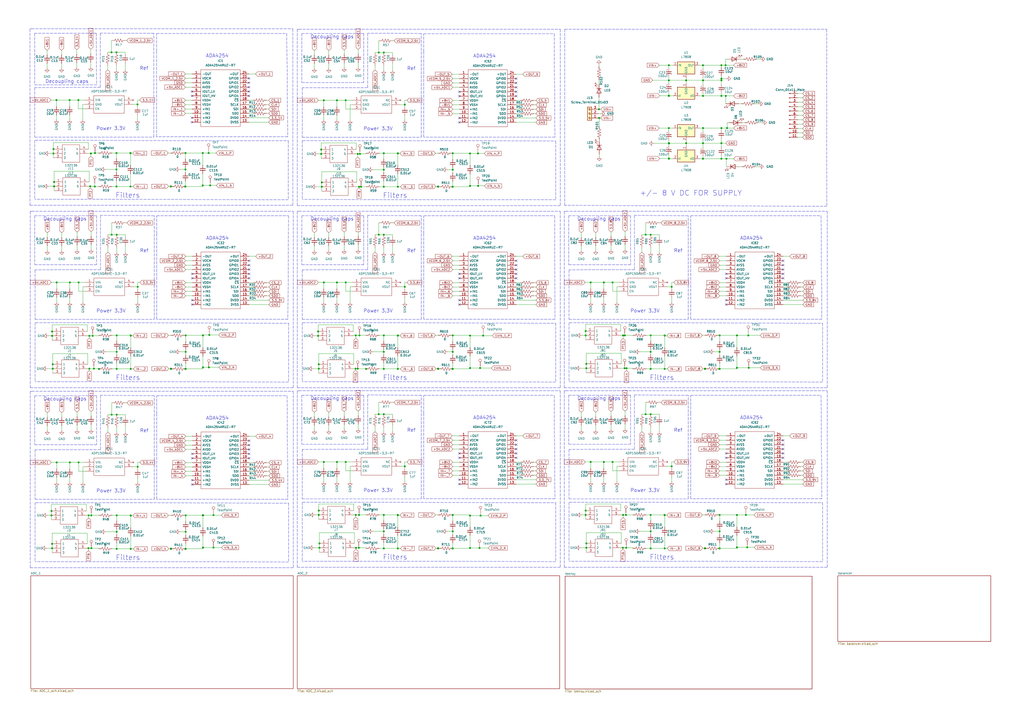
<source format=kicad_sch>
(kicad_sch (version 20211123) (generator eeschema)
  (paper "A2")
  (lib_symbols
    (symbol "ADP150aUJZ:ADP150AUJZ-3.3-R7" (pin_names (offset 0.762))
      (property "Reference" "IC" (at 24.13 7.62 0))
      (property "Value" "ADP150AUJZ-3.3-R7" (at 24.13 5.08 0))
      (symbol "ADP150AUJZ-3.3-R7_0_0"
        (pin passive line (at 0 0 0) (length 5.08) (name "VIN") (number "1"))
        (pin passive line (at 0 -2.54 0) (length 5.08) (name "GND") (number "2"))
        (pin passive line (at 0 -5.08 0) (length 5.08) (name "EN") (number "3"))
        (pin no_connect line (at 27.94 0 180) (length 5.08) (name "NC") (number "4"))
        (pin passive line (at 27.94 -2.54 180) (length 5.08) (name "VOUT") (number "5"))
      )
    )
    (symbol "Connector:Conn_01x11_Male" (pin_names (offset 1.016) hide)
      (property "Reference" "J" (at 0 15.24 0))
      (property "Value" "Conn_01x11_Male" (at 0 -15.24 0))
      (symbol "Conn_01x11_Male_1_1"
        (pin passive line (at 5.08 12.7 180) (length 3.81) (name "Pin_1") (number "1"))
        (pin passive line (at 5.08 -10.16 180) (length 3.81) (name "Pin_10") (number "10"))
        (pin passive line (at 5.08 -12.7 180) (length 3.81) (name "Pin_11") (number "11"))
        (pin passive line (at 5.08 10.16 180) (length 3.81) (name "Pin_2") (number "2"))
        (pin passive line (at 5.08 7.62 180) (length 3.81) (name "Pin_3") (number "3"))
        (pin passive line (at 5.08 5.08 180) (length 3.81) (name "Pin_4") (number "4"))
        (pin passive line (at 5.08 2.54 180) (length 3.81) (name "Pin_5") (number "5"))
        (pin passive line (at 5.08 0 180) (length 3.81) (name "Pin_6") (number "6"))
        (pin passive line (at 5.08 -2.54 180) (length 3.81) (name "Pin_7") (number "7"))
        (pin passive line (at 5.08 -5.08 180) (length 3.81) (name "Pin_8") (number "8"))
        (pin passive line (at 5.08 -7.62 180) (length 3.81) (name "Pin_9") (number "9"))
      )
    )
    (symbol "Connector:Screw_Terminal_01x03" (pin_names (offset 1.016) hide)
      (property "Reference" "J" (at 0 5.08 0))
      (property "Value" "Screw_Terminal_01x03" (at 0 -5.08 0))
      (symbol "Screw_Terminal_01x03_1_1"
        (pin passive line (at -5.08 2.54 0) (length 3.81) (name "Pin_1") (number "1"))
        (pin passive line (at -5.08 0 0) (length 3.81) (name "Pin_2") (number "2"))
        (pin passive line (at -5.08 -2.54 0) (length 3.81) (name "Pin_3") (number "3"))
      )
    )
    (symbol "Connector:TestPoint" (pin_numbers hide) (pin_names (offset 0.762) hide)
      (property "Reference" "TP" (at 0 6.858 0))
      (property "Value" "TestPoint" (at 0 5.08 0))
      (symbol "TestPoint_1_1"
        (pin passive line (at 0 0 90) (length 2.54) (name "1") (number "1"))
      )
    )
    (symbol "Device:C_Polarized_Small_US" (pin_numbers hide) (pin_names (offset 0.254) hide)
      (property "Reference" "C" (at 0.254 1.778 0))
      (property "Value" "C_Polarized_Small_US" (at 0.254 -2.032 0))
      (symbol "C_Polarized_Small_US_1_1"
        (pin passive line (at 0 2.54 270) (length 2.032) (name "~") (number "1"))
        (pin passive line (at 0 -2.54 90) (length 2.032) (name "~") (number "2"))
      )
    )
    (symbol "Device:C_Small" (pin_numbers hide) (pin_names (offset 0.254) hide)
      (property "Reference" "C" (at 0.254 1.778 0))
      (property "Value" "C_Small" (at 0.254 -2.032 0))
      (symbol "C_Small_1_1"
        (pin passive line (at 0 2.54 270) (length 2.032) (name "~") (number "1"))
        (pin passive line (at 0 -2.54 90) (length 2.032) (name "~") (number "2"))
      )
    )
    (symbol "Device:LED" (pin_numbers hide) (pin_names (offset 1.016) hide)
      (property "Reference" "D" (at 0 2.54 0))
      (property "Value" "LED" (at 0 -2.54 0))
      (symbol "LED_1_1"
        (pin passive line (at -3.81 0 0) (length 2.54) (name "K") (number "1"))
        (pin passive line (at 3.81 0 180) (length 2.54) (name "A") (number "2"))
      )
    )
    (symbol "Device:R_US" (pin_numbers hide) (pin_names (offset 0))
      (property "Reference" "R" (at 2.54 0 90))
      (property "Value" "R_US" (at -2.54 0 90))
      (symbol "R_US_1_1"
        (pin passive line (at 0 3.81 270) (length 1.27) (name "~") (number "1"))
        (pin passive line (at 0 -3.81 90) (length 1.27) (name "~") (number "2"))
      )
    )
    (symbol "Regulator_Linear:L7805" (pin_names (offset 0.254))
      (property "Reference" "U" (at -3.81 3.175 0))
      (property "Value" "L7805" (at 0 3.175 0))
      (symbol "L7805_1_1"
        (pin power_in line (at -7.62 0 0) (length 2.54) (name "IN") (number "1"))
        (pin power_in line (at 0 -7.62 90) (length 2.54) (name "GND") (number "2"))
        (pin power_out line (at 7.62 0 180) (length 2.54) (name "OUT") (number "3"))
      )
    )
    (symbol "Regulator_Linear:L7905" (pin_names (offset 0.254))
      (property "Reference" "U" (at -3.81 -3.175 0))
      (property "Value" "L7905" (at 0 -3.175 0))
      (symbol "L7905_1_1"
        (pin power_in line (at 0 7.62 270) (length 2.54) (name "GND") (number "1"))
        (pin power_in line (at -7.62 0 0) (length 2.54) (name "VI") (number "2"))
        (pin power_out line (at 7.62 0 180) (length 2.54) (name "VO") (number "3"))
      )
    )
    (symbol "SMA_90_degree:132136" (pin_names (offset 0.762))
      (property "Reference" "J" (at 16.51 7.62 0))
      (property "Value" "132136" (at 16.51 5.08 0))
      (symbol "132136_0_0"
        (pin passive line (at 0 0 0) (length 5.08) (name "1") (number "1"))
        (pin passive line (at 0 -2.54 0) (length 5.08) (name "2") (number "2"))
        (pin passive line (at 0 -5.08 0) (length 5.08) (name "3") (number "3"))
        (pin passive line (at 20.32 0 180) (length 5.08) (name "4") (number "4"))
        (pin passive line (at 20.32 -2.54 180) (length 5.08) (name "5") (number "5"))
      )
    )
    (symbol "ada4254:ADA4254ARUZ-R7" (pin_names (offset 0.762))
      (property "Reference" "IC" (at 29.21 7.62 0))
      (property "Value" "ADA4254ARUZ-R7" (at 29.21 5.08 0))
      (symbol "ADA4254ARUZ-R7_0_0"
        (pin passive line (at 0 0 0) (length 5.08) (name "-OUT") (number "1"))
        (pin passive line (at 0 -22.86 0) (length 5.08) (name "-IN1") (number "10"))
        (pin passive line (at 0 -25.4 0) (length 5.08) (name "+IN2") (number "11"))
        (pin passive line (at 0 -27.94 0) (length 5.08) (name "-IN2") (number "12"))
        (pin passive line (at 33.02 -27.94 180) (length 5.08) (name "DVSS") (number "13"))
        (pin passive line (at 33.02 -25.4 180) (length 5.08) (name "DVDD") (number "14"))
        (pin passive line (at 33.02 -22.86 180) (length 5.08) (name "SDO") (number "15"))
        (pin passive line (at 33.02 -20.32 180) (length 5.08) (name "SDI") (number "16"))
        (pin passive line (at 33.02 -17.78 180) (length 5.08) (name "SCLK") (number "17"))
        (pin passive line (at 33.02 -15.24 180) (length 5.08) (name "~{CS}") (number "18"))
        (pin passive line (at 33.02 -12.7 180) (length 5.08) (name "GPIO4") (number "19"))
        (pin passive line (at 0 -2.54 0) (length 5.08) (name "VOCM") (number "2"))
        (pin passive line (at 33.02 -10.16 180) (length 5.08) (name "GPIO3") (number "20"))
        (pin passive line (at 33.02 -7.62 180) (length 5.08) (name "GPIO2") (number "21"))
        (pin passive line (at 33.02 -5.08 180) (length 5.08) (name "GPIO1") (number "22"))
        (pin passive line (at 33.02 -2.54 180) (length 5.08) (name "GPIO0") (number "23"))
        (pin passive line (at 33.02 0 180) (length 5.08) (name "+OUT") (number "24"))
        (pin passive line (at 0 -5.08 0) (length 5.08) (name "AVSS") (number "3"))
        (pin passive line (at 0 -7.62 0) (length 5.08) (name "AVDD") (number "4"))
        (pin passive line (at 0 -10.16 0) (length 5.08) (name "IOUT_LV") (number "5"))
        (pin passive line (at 0 -12.7 0) (length 5.08) (name "IOUT_HV") (number "6"))
        (pin passive line (at 0 -15.24 0) (length 5.08) (name "VDDH") (number "7"))
        (pin passive line (at 0 -17.78 0) (length 5.08) (name "VSSH") (number "8"))
        (pin passive line (at 0 -20.32 0) (length 5.08) (name "+IN1") (number "9"))
      )
    )
    (symbol "power:GND" (power) (pin_names (offset 0))
      (property "Value" "GND" (at 0 -3.81 0))
      (symbol "GND_1_1"
        (pin power_in line (at 0 0 270) (length 0) hide (name "GND") (number "1"))
      )
    )
  )
  (junction (at 107.696 308.483))
  (junction (at 195.453 58.166))
  (junction (at 45.593 268.224))
  (junction (at 272.669 107.823))
  (junction (at 347.472 63.373))
  (junction (at 206.502 317.754))
  (junction (at 340.106 317.754))
  (junction (at 278.765 299.085))
  (junction (at 387.985 55.499))
  (junction (at 262.636 318.135))
  (junction (at 99.187 213.868))
  (junction (at 278.511 213.487))
  (junction (at 339.725 194.564))
  (junction (at 117.602 88.773))
  (junction (at 184.912 213.868))
  (junction (at 208.153 317.754))
  (junction (at 339.725 192.024))
  (junction (at 254.127 108.204))
  (junction (at 388.112 83.185))
  (junction (at 262.636 308.229))
  (junction (at 67.691 136.144))
  (junction (at 51.816 213.868))
  (junction (at 185.293 317.754))
  (junction (at 434.34 213.36))
  (junction (at 200.533 58.166))
  (junction (at 184.531 194.818))
  (junction (at 398.018 83.058))
  (junction (at 254.127 108.331))
  (junction (at 418.465 45.593))
  (junction (at 272.669 89.027))
  (junction (at 355.346 163.83))
  (junction (at 52.705 89.027))
  (junction (at 51.308 318.008))
  (junction (at 407.797 46.609))
  (junction (at 385.572 194.564))
  (junction (at 339.725 296.164))
  (junction (at 222.631 318.135))
  (junction (at 222.631 98.425))
  (junction (at 117.729 194.564))
  (junction (at 195.453 267.97))
  (junction (at 408.94 318.008))
  (junction (at 51.435 298.958))
  (junction (at 75.819 299.085))
  (junction (at 234.823 166.37))
  (junction (at 184.912 211.328))
  (junction (at 363.22 317.754))
  (junction (at 67.691 240.538))
  (junction (at 262.636 88.9))
  (junction (at 207.518 89.281))
  (junction (at 421.386 92.075))
  (junction (at 209.423 108.331))
  (junction (at 55.118 88.773))
  (junction (at 57.404 213.995))
  (junction (at 75.819 194.691))
  (junction (at 427.482 317.5))
  (junction (at 408.94 213.868))
  (junction (at 278.13 317.881))
  (junction (at 342.646 267.97))
  (junction (at 75.692 88.9))
  (junction (at 417.449 194.564))
  (junction (at 418.465 74.295))
  (junction (at 195.453 163.83))
  (junction (at 107.569 98.298))
  (junction (at 187.833 58.166))
  (junction (at 417.449 204.089))
  (junction (at 272.669 299.085))
  (junction (at 417.322 318.135))
  (junction (at 427.482 213.36))
  (junction (at 222.631 194.564))
  (junction (at 342.646 163.83))
  (junction (at 407.797 83.058))
  (junction (at 230.759 108.331))
  (junction (at 408.94 318.135))
  (junction (at 272.669 213.487))
  (junction (at 361.442 194.564))
  (junction (at 186.69 105.791))
  (junction (at 230.759 194.564))
  (junction (at 230.759 298.831))
  (junction (at 123.825 317.627))
  (junction (at 40.513 268.224))
  (junction (at 254.127 213.995))
  (junction (at 407.797 92.075))
  (junction (at 121.031 88.773))
  (junction (at 67.691 213.995))
  (junction (at 219.71 30.48))
  (junction (at 75.819 318.389))
  (junction (at 262.636 108.331))
  (junction (at 387.985 74.295))
  (junction (at 29.845 298.958))
  (junction (at 32.766 58.039))
  (junction (at 67.564 98.298))
  (junction (at 30.226 315.468))
  (junction (at 407.797 55.626))
  (junction (at 418.465 92.075))
  (junction (at 186.69 108.331))
  (junction (at 208.788 89.281))
  (junction (at 52.959 318.008))
  (junction (at 377.444 213.995))
  (junction (at 230.759 194.691))
  (junction (at 99.187 318.262))
  (junction (at 385.572 194.691))
  (junction (at 421.005 55.626))
  (junction (at 206.375 194.564))
  (junction (at 230.759 88.9))
  (junction (at 219.71 136.144))
  (junction (at 387.985 92.075))
  (junction (at 262.636 194.564))
  (junction (at 387.985 37.846))
  (junction (at 347.599 68.453))
  (junction (at 99.187 213.995))
  (junction (at 361.315 317.754))
  (junction (at 417.449 213.995))
  (junction (at 99.06 108.077))
  (junction (at 407.797 74.295))
  (junction (at 387.985 83.058))
  (junction (at 30.226 318.008))
  (junction (at 222.631 30.48))
  (junction (at 230.759 89.027))
  (junction (at 30.607 211.328))
  (junction (at 52.959 298.958))
  (junction (at 75.819 213.995))
  (junction (at 212.344 213.995))
  (junction (at 417.449 308.229))
  (junction (at 222.631 204.089))
  (junction (at 99.187 318.389))
  (junction (at 262.636 213.995))
  (junction (at 262.509 213.995))
  (junction (at 30.226 194.818))
  (junction (at 206.248 213.868))
  (junction (at 107.696 298.958))
  (junction (at 222.631 88.9))
  (junction (at 79.883 270.764))
  (junction (at 107.696 204.089))
  (junction (at 230.759 298.704))
  (junction (at 208.28 298.704))
  (junction (at 398.018 46.609))
  (junction (at 67.691 194.564))
  (junction (at 234.823 60.706))
  (junction (at 377.444 318.135))
  (junction (at 340.106 213.614))
  (junction (at 387.985 55.626))
  (junction (at 32.893 268.224))
  (junction (at 417.449 298.704))
  (junction (at 29.845 296.418))
  (junction (at 67.691 308.483))
  (junction (at 67.691 298.958))
  (junction (at 262.636 204.089))
  (junction (at 362.331 213.614))
  (junction (at 222.631 108.331))
  (junction (at 117.729 298.831))
  (junction (at 52.324 108.077))
  (junction (at 79.756 60.579))
  (junction (at 418.465 55.626))
  (junction (at 31.369 108.077))
  (junction (at 31.369 105.537))
  (junction (at 230.759 318.135))
  (junction (at 187.833 163.83))
  (junction (at 184.912 298.704))
  (junction (at 222.631 213.995))
  (junction (at 117.729 298.958))
  (junction (at 185.293 315.214))
  (junction (at 121.158 213.106))
  (junction (at 418.465 46.609))
  (junction (at 277.368 107.823))
  (junction (at 377.444 136.144))
  (junction (at 121.92 107.569))
  (junction (at 385.572 298.704))
  (junction (at 222.631 240.284))
  (junction (at 427.482 194.564))
  (junction (at 75.819 194.564))
  (junction (at 418.465 83.058))
  (junction (at 350.266 163.83))
  (junction (at 234.823 270.51))
  (junction (at 30.988 86.487))
  (junction (at 420.878 37.846))
  (junction (at 67.564 108.204))
  (junction (at 272.669 317.881))
  (junction (at 277.241 89.027))
  (junction (at 222.631 298.704))
  (junction (at 67.691 204.089))
  (junction (at 107.442 108.204))
  (junction (at 374.523 240.284))
  (junction (at 222.631 136.144))
  (junction (at 75.692 88.773))
  (junction (at 75.819 298.958))
  (junction (at 385.572 318.135))
  (junction (at 123.825 298.831))
  (junction (at 53.721 194.818))
  (junction (at 389.636 166.37))
  (junction (at 385.572 213.995))
  (junction (at 187.833 267.97))
  (junction (at 272.669 194.691))
  (junction (at 107.569 88.773))
  (junction (at 45.593 163.83))
  (junction (at 208.28 108.331))
  (junction (at 107.569 108.204))
  (junction (at 421.767 74.295))
  (junction (at 280.289 194.691))
  (junction (at 219.71 240.284))
  (junction (at 75.692 108.204))
  (junction (at 54.483 213.868))
  (junction (at 107.696 194.564))
  (junction (at 377.444 194.564))
  (junction (at 254.127 318.135))
  (junction (at 64.77 136.144))
  (junction (at 355.346 267.97))
  (junction (at 387.985 46.609))
  (junction (at 433.451 317.5))
  (junction (at 45.466 58.039))
  (junction (at 339.725 298.704))
  (junction (at 67.564 30.353))
  (junction (at 117.602 107.569))
  (junction (at 385.572 298.831))
  (junction (at 361.442 298.704))
  (junction (at 200.533 163.83))
  (junction (at 206.375 298.704))
  (junction (at 107.696 213.995))
  (junction (at 40.386 58.039))
  (junction (at 79.883 166.37))
  (junction (at 207.518 213.868))
  (junction (at 377.444 308.229))
  (junction (at 377.444 204.089))
  (junction (at 254.127 318.008))
  (junction (at 407.797 37.846))
  (junction (at 362.458 194.564))
  (junction (at 222.631 308.229))
  (junction (at 417.322 213.995))
  (junction (at 186.309 86.741))
  (junction (at 51.816 194.818))
  (junction (at 121.412 194.31))
  (junction (at 30.226 192.278))
  (junction (at 377.444 298.704))
  (junction (at 374.523 136.144))
  (junction (at 340.106 211.074))
  (junction (at 99.06 108.204))
  (junction (at 208.534 194.564))
  (junction (at 54.991 108.204))
  (junction (at 40.513 163.83))
  (junction (at 184.912 296.164))
  (junction (at 107.696 318.389))
  (junction (at 262.636 298.704))
  (junction (at 67.564 88.773))
  (junction (at 262.509 108.331))
  (junction (at 30.988 89.027))
  (junction (at 200.533 267.97))
  (junction (at 418.465 37.846))
  (junction (at 387.985 91.948))
  (junction (at 340.106 315.214))
  (junction (at 363.093 298.704))
  (junction (at 363.474 213.614))
  (junction (at 377.444 240.284))
  (junction (at 417.449 318.135))
  (junction (at 117.729 317.627))
  (junction (at 64.643 30.353))
  (junction (at 184.531 192.278))
  (junction (at 230.759 213.995))
  (junction (at 408.94 213.995))
  (junction (at 254.127 213.868))
  (junction (at 389.636 270.51))
  (junction (at 64.77 240.538))
  (junction (at 67.691 318.389))
  (junction (at 117.729 213.106))
  (junction (at 434.086 194.564))
  (junction (at 262.636 98.425))
  (junction (at 107.569 318.389))
  (junction (at 350.266 267.97))
  (junction (at 32.893 163.83))
  (junction (at 107.569 213.995))
  (junction (at 186.309 89.281))
  (junction (at 30.607 213.868))
  (junction (at 262.509 318.135))
  (junction (at 432.689 298.704))
  (junction (at 427.482 298.704))
  (no_connect (at 299.466 156.337))
  (no_connect (at 299.466 263.017))
  (no_connect (at 454.279 153.797))
  (no_connect (at 454.279 263.017))
  (no_connect (at 421.259 161.417))
  (no_connect (at 299.466 260.477))
  (no_connect (at 421.259 265.557))
  (no_connect (at 454.279 158.877))
  (no_connect (at 266.446 161.417))
  (no_connect (at 421.259 278.257))
  (no_connect (at 111.506 174.117))
  (no_connect (at 111.506 176.657))
  (no_connect (at 111.506 158.877))
  (no_connect (at 111.506 161.417))
  (no_connect (at 111.379 68.326))
  (no_connect (at 111.379 70.866))
  (no_connect (at 111.379 53.086))
  (no_connect (at 111.379 55.626))
  (no_connect (at 111.506 278.511))
  (no_connect (at 111.506 281.051))
  (no_connect (at 111.506 263.271))
  (no_connect (at 111.506 265.811))
  (no_connect (at 266.446 174.117))
  (no_connect (at 299.466 255.397))
  (no_connect (at 454.279 161.417))
  (no_connect (at 454.279 260.477))
  (no_connect (at 299.466 158.877))
  (no_connect (at 266.446 158.877))
  (no_connect (at 299.466 161.417))
  (no_connect (at 299.466 257.937))
  (no_connect (at 266.446 265.557))
  (no_connect (at 421.259 174.117))
  (no_connect (at 144.526 255.651))
  (no_connect (at 144.526 258.191))
  (no_connect (at 144.526 260.731))
  (no_connect (at 144.526 263.271))
  (no_connect (at 144.526 265.811))
  (no_connect (at 266.446 70.993))
  (no_connect (at 266.446 53.213))
  (no_connect (at 266.446 55.753))
  (no_connect (at 266.446 68.453))
  (no_connect (at 299.466 53.213))
  (no_connect (at 299.466 55.753))
  (no_connect (at 299.466 45.593))
  (no_connect (at 299.466 48.133))
  (no_connect (at 299.466 50.673))
  (no_connect (at 299.466 151.257))
  (no_connect (at 421.259 176.657))
  (no_connect (at 454.279 151.257))
  (no_connect (at 421.259 263.017))
  (no_connect (at 266.446 278.257))
  (no_connect (at 454.279 255.397))
  (no_connect (at 266.446 280.797))
  (no_connect (at 421.259 280.797))
  (no_connect (at 266.446 263.017))
  (no_connect (at 144.526 153.797))
  (no_connect (at 144.526 156.337))
  (no_connect (at 144.526 158.877))
  (no_connect (at 144.526 161.417))
  (no_connect (at 144.526 151.257))
  (no_connect (at 144.399 45.466))
  (no_connect (at 144.399 48.006))
  (no_connect (at 144.399 50.546))
  (no_connect (at 144.399 53.086))
  (no_connect (at 144.399 55.626))
  (no_connect (at 454.279 257.937))
  (no_connect (at 454.279 156.337))
  (no_connect (at 299.466 153.797))
  (no_connect (at 421.259 158.877))
  (no_connect (at 454.279 265.557))
  (no_connect (at 299.466 265.557))
  (no_connect (at 266.446 176.657))
  (wire (pts (xy 52.705 89.027) (xy 53.213 89.027)))
  (wire (pts (xy 49.403 168.91) (xy 45.593 168.91)))
  (wire (pts (xy 107.696 171.577) (xy 111.506 171.577)))
  (wire (pts (xy 382.651 55.499) (xy 387.985 55.499)))
  (wire (pts (xy 216.408 204.089) (xy 222.631 204.089)))
  (wire (pts (xy 195.453 172.593) (xy 195.453 175.133)))
  (wire (pts (xy 222.631 97.155) (xy 222.631 98.425)))
  (wire (pts (xy 418.465 92.075) (xy 407.797 92.075)))
  (wire (pts (xy 29.845 296.418) (xy 29.845 298.958)))
  (wire (pts (xy 27.559 213.868) (xy 30.607 213.868)))
  (wire (pts (xy 272.669 194.691) (xy 272.669 201.549)))
  (wire (pts (xy 462.788 56.769) (xy 465.582 56.769)))
  (wire (pts (xy 421.767 71.12) (xy 421.767 74.295)))
  (wire (pts (xy 64.77 136.144) (xy 62.611 136.144)))
  (wire (pts (xy 79.883 270.764) (xy 77.343 270.764)))
  (wire (pts (xy 117.602 107.569) (xy 117.602 108.204)))
  (wire (pts (xy 278.13 317.881) (xy 272.669 317.881)))
  (wire (pts (xy 154.559 58.166) (xy 155.829 58.166)))
  (polyline (pts (xy 89.408 229.489) (xy 58.293 229.362)))
  (wire (pts (xy 55.118 87.884) (xy 55.118 88.773)))
  (wire (pts (xy 272.669 107.823) (xy 277.368 107.823)))
  (wire (pts (xy 462.788 54.229) (xy 465.582 54.229)))
  (wire (pts (xy 422.021 34.29) (xy 420.878 34.29)))
  (wire (pts (xy 417.449 194.564) (xy 417.449 197.993)))
  (polyline (pts (xy 324.993 122.555) (xy 324.993 224.917)))
  (wire (pts (xy 117.729 213.106) (xy 121.158 213.106)))
  (polyline (pts (xy 399.161 289.433) (xy 399.161 229.235)))
  (wire (pts (xy 35.687 36.83) (xy 35.687 39.37)))
  (polyline (pts (xy 167.386 187.452) (xy 167.386 221.615)))
  (wire (pts (xy 107.696 153.797) (xy 111.506 153.797)))
  (wire (pts (xy 464.439 166.497) (xy 465.709 166.497)))
  (wire (pts (xy 283.21 317.881) (xy 278.13 317.881)))
  (wire (pts (xy 123.825 297.942) (xy 123.825 298.831)))
  (wire (pts (xy 144.399 42.926) (xy 148.209 42.926)))
  (wire (pts (xy 50.165 298.958) (xy 51.435 298.958)))
  (wire (pts (xy 208.28 298.704) (xy 212.344 298.704)))
  (wire (pts (xy 272.669 318.135) (xy 262.636 318.135)))
  (wire (pts (xy 117.602 88.773) (xy 107.569 88.773)))
  (wire (pts (xy 187.833 276.733) (xy 187.833 279.273)))
  (wire (pts (xy 418.465 75.438) (xy 418.465 74.295)))
  (wire (pts (xy 262.636 307.213) (xy 262.636 308.229)))
  (wire (pts (xy 262.255 148.717) (xy 266.446 148.717)))
  (wire (pts (xy 262.636 273.177) (xy 266.446 273.177)))
  (wire (pts (xy 428.625 60.198) (xy 430.022 60.198)))
  (wire (pts (xy 299.466 171.577) (xy 302.006 171.577)))
  (polyline (pts (xy 476.758 185.166) (xy 400.685 185.166)))
  (wire (pts (xy 385.572 194.691) (xy 386.842 194.691)))
  (polyline (pts (xy 90.805 29.718) (xy 90.805 19.431)))
  (wire (pts (xy 50.165 296.418) (xy 50.165 292.608)))
  (wire (pts (xy 385.572 194.691) (xy 385.572 194.564)))
  (polyline (pts (xy 330.073 291.338) (xy 330.073 325.501)))
  (wire (pts (xy 350.266 172.593) (xy 350.266 175.133)))
  (polyline (pts (xy 89.408 125.095) (xy 58.293 124.968)))
  (polyline (pts (xy 56.007 125.095) (xy 56.007 153.543)))
  (wire (pts (xy 361.442 298.704) (xy 363.093 298.704)))
  (wire (pts (xy 367.157 213.614) (xy 367.157 213.995)))
  (wire (pts (xy 464.439 270.637) (xy 465.709 270.637)))
  (wire (pts (xy 363.093 297.434) (xy 363.093 298.704)))
  (wire (pts (xy 230.759 89.027) (xy 230.759 88.9)))
  (wire (pts (xy 309.626 163.957) (xy 310.896 163.957)))
  (wire (pts (xy 31.369 105.537) (xy 31.369 108.077)))
  (wire (pts (xy 182.372 239.141) (xy 182.372 241.681)))
  (wire (pts (xy 107.696 298.958) (xy 106.807 298.958)))
  (wire (pts (xy 186.69 99.568) (xy 186.69 105.791)))
  (wire (pts (xy 354.457 238.76) (xy 354.457 241.3)))
  (wire (pts (xy 262.636 156.337) (xy 266.446 156.337)))
  (wire (pts (xy 30.226 309.245) (xy 30.226 315.468)))
  (wire (pts (xy 154.559 60.706) (xy 155.829 60.706)))
  (polyline (pts (xy 90.932 289.56) (xy 90.932 239.903)))
  (wire (pts (xy 52.832 238.76) (xy 52.832 241.3)))
  (wire (pts (xy 230.759 89.027) (xy 232.029 89.027)))
  (wire (pts (xy 342.646 267.97) (xy 342.646 271.653)))
  (wire (pts (xy 200.533 58.166) (xy 204.343 58.166)))
  (wire (pts (xy 378.587 46.609) (xy 378.587 46.482)))
  (polyline (pts (xy 90.932 239.903) (xy 90.932 229.616)))
  (wire (pts (xy 144.526 166.497) (xy 147.066 166.497)))
  (wire (pts (xy 45.466 63.119) (xy 45.466 58.039)))
  (wire (pts (xy 222.631 30.48) (xy 219.71 30.48)))
  (wire (pts (xy 272.669 298.704) (xy 272.669 299.085)))
  (wire (pts (xy 360.045 298.704) (xy 361.442 298.704)))
  (wire (pts (xy 107.569 48.006) (xy 111.379 48.006)))
  (wire (pts (xy 417.449 257.937) (xy 421.259 257.937)))
  (wire (pts (xy 208.788 89.281) (xy 212.344 89.281)))
  (wire (pts (xy 230.759 310.769) (xy 230.759 318.135)))
  (wire (pts (xy 219.964 213.995) (xy 222.631 213.995)))
  (wire (pts (xy 187.833 163.83) (xy 195.453 163.83)))
  (polyline (pts (xy 175.133 47.879) (xy 210.947 47.879)))
  (wire (pts (xy 186.309 82.931) (xy 186.309 86.741)))
  (polyline (pts (xy 167.005 289.56) (xy 90.932 289.56)))
  (wire (pts (xy 405.638 92.075) (xy 407.797 92.075)))
  (polyline (pts (xy 56.007 125.095) (xy 20.193 125.095)))
  (wire (pts (xy 389.636 167.64) (xy 389.636 166.37)))
  (polyline (pts (xy 20.574 291.592) (xy 167.386 291.846)))
  (wire (pts (xy 104.521 204.089) (xy 107.696 204.089)))
  (wire (pts (xy 52.324 108.077) (xy 52.324 109.093)))
  (wire (pts (xy 309.626 268.097) (xy 310.896 268.097)))
  (wire (pts (xy 222.631 308.229) (xy 222.631 309.753)))
  (wire (pts (xy 337.185 239.141) (xy 337.185 241.681)))
  (wire (pts (xy 414.274 308.229) (xy 417.449 308.229)))
  (wire (pts (xy 52.959 318.008) (xy 57.404 318.008)))
  (wire (pts (xy 54.483 213.868) (xy 57.404 213.868)))
  (wire (pts (xy 389.636 270.51) (xy 387.096 270.51)))
  (wire (pts (xy 61.468 204.089) (xy 67.691 204.089)))
  (wire (pts (xy 374.904 233.426) (xy 374.523 233.426)))
  (wire (pts (xy 405.638 55.626) (xy 407.797 55.626)))
  (wire (pts (xy 227.711 146.304) (xy 227.711 142.494)))
  (wire (pts (xy 377.444 318.135) (xy 377.444 314.833)))
  (polyline (pts (xy 213.233 229.108) (xy 213.233 260.604)))
  (wire (pts (xy 421.386 92.075) (xy 425.577 92.075)))
  (wire (pts (xy 454.279 280.797) (xy 465.709 280.797)))
  (wire (pts (xy 107.569 60.706) (xy 111.379 60.706)))
  (wire (pts (xy 53.34 108.077) (xy 53.34 108.204)))
  (wire (pts (xy 438.912 34.29) (xy 441.198 34.29)))
  (polyline (pts (xy 210.947 125.095) (xy 210.947 153.543)))
  (wire (pts (xy 57.404 194.818) (xy 57.404 194.564)))
  (wire (pts (xy 52.832 141.986) (xy 52.832 144.526)))
  (wire (pts (xy 272.669 213.487) (xy 272.669 213.995)))
  (wire (pts (xy 219.71 129.286) (xy 219.71 136.144)))
  (wire (pts (xy 195.453 61.849) (xy 195.453 58.166)))
  (polyline (pts (xy 330.073 187.198) (xy 330.073 221.361)))
  (wire (pts (xy 219.964 88.9) (xy 222.631 88.9)))
  (wire (pts (xy 377.444 298.704) (xy 377.444 301.879)))
  (wire (pts (xy 417.068 252.857) (xy 421.259 252.857)))
  (wire (pts (xy 408.94 213.868) (xy 408.94 213.995)))
  (wire (pts (xy 57.404 318.008) (xy 57.404 318.389)))
  (wire (pts (xy 195.453 167.513) (xy 195.453 163.83)))
  (wire (pts (xy 107.696 255.651) (xy 111.506 255.651)))
  (wire (pts (xy 407.416 298.704) (xy 408.94 298.704)))
  (wire (pts (xy 117.602 88.773) (xy 121.031 88.773)))
  (wire (pts (xy 117.729 194.564) (xy 107.696 194.564)))
  (wire (pts (xy 417.449 153.797) (xy 421.259 153.797)))
  (wire (pts (xy 51.308 82.677) (xy 30.988 82.677)))
  (polyline (pts (xy 175.26 289.433) (xy 244.348 289.433)))
  (wire (pts (xy 185.293 315.214) (xy 185.293 317.754)))
  (wire (pts (xy 342.646 163.83) (xy 342.646 167.513)))
  (wire (pts (xy 107.696 268.351) (xy 111.506 268.351)))
  (wire (pts (xy 107.696 275.971) (xy 111.506 275.971)))
  (wire (pts (xy 361.442 194.564) (xy 362.458 194.564)))
  (polyline (pts (xy 400.685 289.306) (xy 400.685 239.649)))
  (wire (pts (xy 427.482 317.5) (xy 427.482 318.135)))
  (polyline (pts (xy 172.466 224.917) (xy 172.466 122.555)))
  (wire (pts (xy 51.308 89.027) (xy 52.705 89.027)))
  (polyline (pts (xy 245.872 19.558) (xy 321.437 19.558)))
  (wire (pts (xy 299.466 268.097) (xy 302.006 268.097)))
  (wire (pts (xy 272.669 213.487) (xy 278.511 213.487)))
  (polyline (pts (xy 20.574 187.198) (xy 167.386 187.452)))
  (wire (pts (xy 186.69 108.331) (xy 186.69 110.871)))
  (wire (pts (xy 462.788 69.469) (xy 465.582 69.469)))
  (wire (pts (xy 121.412 194.31) (xy 117.729 194.31)))
  (wire (pts (xy 107.696 298.958) (xy 107.696 302.387)))
  (wire (pts (xy 262.636 171.577) (xy 266.446 171.577)))
  (wire (pts (xy 418.465 45.593) (xy 418.465 46.609)))
  (wire (pts (xy 227.711 30.48) (xy 222.631 30.48)))
  (wire (pts (xy 67.691 204.089) (xy 67.691 205.613)))
  (wire (pts (xy 259.461 98.425) (xy 262.636 98.425)))
  (wire (pts (xy 144.526 163.957) (xy 147.066 163.957)))
  (wire (pts (xy 262.636 88.9) (xy 262.636 92.329)))
  (wire (pts (xy 407.797 92.075) (xy 407.797 90.678)))
  (wire (pts (xy 207.518 213.868) (xy 212.344 213.868)))
  (wire (pts (xy 259.461 204.089) (xy 262.636 204.089)))
  (wire (pts (xy 50.927 211.328) (xy 50.927 205.105)))
  (wire (pts (xy 262.636 88.9) (xy 261.747 88.9)))
  (wire (pts (xy 418.465 74.295) (xy 407.797 74.295)))
  (wire (pts (xy 299.466 163.957) (xy 302.006 163.957)))
  (wire (pts (xy 230.759 213.995) (xy 232.283 213.995)))
  (wire (pts (xy 203.073 175.26) (xy 203.073 166.37)))
  (wire (pts (xy 417.449 318.135) (xy 417.322 318.135)))
  (wire (pts (xy 340.106 204.851) (xy 340.106 211.074)))
  (wire (pts (xy 387.985 46.609) (xy 387.985 48.26)))
  (wire (pts (xy 227.711 240.284) (xy 222.631 240.284)))
  (wire (pts (xy 187.833 172.593) (xy 187.833 175.133)))
  (wire (pts (xy 222.631 250.444) (xy 222.631 247.904)))
  (wire (pts (xy 75.692 95.758) (xy 75.692 88.9)))
  (polyline (pts (xy 58.166 19.177) (xy 58.166 50.673)))
  (wire (pts (xy 144.526 270.891) (xy 147.066 270.891)))
  (wire (pts (xy 385.572 298.704) (xy 377.444 298.704)))
  (wire (pts (xy 204.343 168.91) (xy 200.533 168.91)))
  (wire (pts (xy 462.788 77.089) (xy 465.582 77.089)))
  (wire (pts (xy 252.857 108.204) (xy 254.127 108.204)))
  (polyline (pts (xy 167.259 115.824) (xy 20.193 115.57)))
  (wire (pts (xy 67.691 202.819) (xy 67.691 204.089)))
  (wire (pts (xy 407.797 44.958) (xy 407.797 46.609)))
  (wire (pts (xy 418.465 37.846) (xy 420.878 37.846)))
  (wire (pts (xy 417.449 166.497) (xy 421.259 166.497)))
  (wire (pts (xy 75.819 194.691) (xy 77.089 194.691)))
  (wire (pts (xy 107.696 307.467) (xy 107.696 308.483)))
  (wire (pts (xy 107.696 204.089) (xy 107.696 205.867)))
  (wire (pts (xy 190.754 142.621) (xy 190.754 145.161)))
  (wire (pts (xy 230.759 298.831) (xy 230.759 298.704)))
  (wire (pts (xy 187.833 267.97) (xy 195.453 267.97)))
  (wire (pts (xy 272.669 88.9) (xy 262.636 88.9)))
  (wire (pts (xy 262.255 43.053) (xy 266.446 43.053)))
  (wire (pts (xy 262.636 45.593) (xy 266.446 45.593)))
  (wire (pts (xy 75.819 318.389) (xy 77.343 318.389)))
  (wire (pts (xy 222.631 202.819) (xy 222.631 204.089)))
  (wire (pts (xy 51.816 194.818) (xy 53.721 194.818)))
  (wire (pts (xy 121.031 87.376) (xy 121.031 88.773)))
  (wire (pts (xy 389.636 172.72) (xy 389.636 175.26)))
  (polyline (pts (xy 170.053 226.949) (xy 170.053 329.311)))
  (wire (pts (xy 379.349 83.185) (xy 388.112 83.185)))
  (wire (pts (xy 54.483 212.344) (xy 54.483 213.868)))
  (wire (pts (xy 345.567 135.001) (xy 345.567 137.541)))
  (wire (pts (xy 144.399 68.326) (xy 155.829 68.326)))
  (wire (pts (xy 234.823 58.166) (xy 234.823 60.706)))
  (wire (pts (xy 29.718 163.83) (xy 32.893 163.83)))
  (wire (pts (xy 417.449 204.089) (xy 417.449 205.867)))
  (wire (pts (xy 51.435 298.958) (xy 51.435 300.482)))
  (wire (pts (xy 27.305 29.21) (xy 27.305 31.75)))
  (wire (pts (xy 222.631 213.995) (xy 222.631 210.693)))
  (polyline (pts (xy 175.26 260.731) (xy 175.26 289.433)))
  (polyline (pts (xy 58.293 124.968) (xy 58.293 156.464)))
  (wire (pts (xy 48.006 60.579) (xy 49.276 60.579)))
  (wire (pts (xy 72.771 241.808) (xy 72.771 240.538)))
  (wire (pts (xy 209.423 107.569) (xy 209.423 108.331)))
  (polyline (pts (xy 245.872 239.649) (xy 245.872 229.362)))
  (wire (pts (xy 417.449 210.947) (xy 417.449 213.995)))
  (polyline (pts (xy 322.326 81.788) (xy 322.326 115.951)))
  (wire (pts (xy 299.466 63.373) (xy 302.006 63.373)))
  (wire (pts (xy 464.439 275.717) (xy 465.709 275.717)))
  (wire (pts (xy 144.526 275.971) (xy 147.066 275.971)))
  (wire (pts (xy 407.797 46.609) (xy 407.797 49.149)))
  (wire (pts (xy 207.01 99.568) (xy 186.69 99.568)))
  (polyline (pts (xy 17.399 119.126) (xy 17.399 16.764)))
  (wire (pts (xy 407.797 74.295) (xy 407.797 76.327)))
  (wire (pts (xy 107.696 156.337) (xy 111.506 156.337)))
  (wire (pts (xy 182.245 317.754) (xy 185.293 317.754)))
  (wire (pts (xy 222.631 318.135) (xy 222.631 314.833)))
  (wire (pts (xy 262.636 194.564) (xy 262.636 197.993)))
  (wire (pts (xy 278.511 212.344) (xy 278.511 213.487)))
  (wire (pts (xy 347.472 46.228) (xy 347.472 48.895)))
  (wire (pts (xy 407.797 83.058) (xy 407.797 85.598)))
  (wire (pts (xy 29.845 298.958) (xy 29.845 301.498)))
  (wire (pts (xy 217.551 146.304) (xy 217.551 143.764)))
  (wire (pts (xy 405.638 37.846) (xy 407.797 37.846)))
  (polyline (pts (xy 245.872 79.502) (xy 245.872 29.845)))
  (wire (pts (xy 55.118 88.773) (xy 57.277 88.773)))
  (wire (pts (xy 433.451 317.5) (xy 437.515 317.5)))
  (wire (pts (xy 117.729 317.627) (xy 123.825 317.627)))
  (wire (pts (xy 190.754 29.337) (xy 190.754 31.877)))
  (wire (pts (xy 117.602 107.569) (xy 121.92 107.569)))
  (wire (pts (xy 374.523 136.144) (xy 372.364 136.144)))
  (polyline (pts (xy 175.26 50.927) (xy 175.26 79.629)))
  (wire (pts (xy 219.964 318.135) (xy 222.631 318.135)))
  (wire (pts (xy 222.631 194.564) (xy 222.631 197.739)))
  (wire (pts (xy 230.759 298.704) (xy 222.631 298.704)))
  (polyline (pts (xy 329.946 229.235) (xy 329.946 257.683)))
  (polyline (pts (xy 17.526 226.949) (xy 18.415 226.949)))
  (wire (pts (xy 31.369 99.314) (xy 31.369 105.537)))
  (wire (pts (xy 272.669 299.085) (xy 278.765 299.085)))
  (wire (pts (xy 454.279 148.717) (xy 458.089 148.717)))
  (wire (pts (xy 79.883 166.37) (xy 77.343 166.37)))
  (wire (pts (xy 67.691 250.698) (xy 67.691 248.158)))
  (wire (pts (xy 104.394 98.298) (xy 107.569 98.298)))
  (wire (pts (xy 398.018 81.915) (xy 398.018 83.058)))
  (wire (pts (xy 299.466 148.717) (xy 303.276 148.717)))
  (polyline (pts (xy 89.408 185.293) (xy 89.408 125.095)))
  (wire (pts (xy 208.788 87.884) (xy 208.788 89.281)))
  (wire (pts (xy 207.772 238.506) (xy 207.772 241.046)))
  (polyline (pts (xy 245.872 29.845) (xy 245.872 19.558)))
  (wire (pts (xy 222.631 40.64) (xy 222.631 38.1)))
  (wire (pts (xy 199.644 36.576) (xy 199.644 39.116)))
  (wire (pts (xy 382.397 37.846) (xy 387.985 37.846)))
  (wire (pts (xy 184.912 211.328) (xy 184.912 213.868)))
  (wire (pts (xy 107.696 308.483) (xy 107.696 310.261)))
  (polyline (pts (xy 324.993 119.253) (xy 172.466 119.253)))
  (wire (pts (xy 32.893 163.83) (xy 40.513 163.83)))
  (wire (pts (xy 154.686 268.351) (xy 155.956 268.351)))
  (wire (pts (xy 75.819 305.943) (xy 75.819 299.085)))
  (polyline (pts (xy 244.348 79.629) (xy 244.348 19.431)))
  (wire (pts (xy 27.432 247.015) (xy 27.432 249.555)))
  (polyline (pts (xy 368.046 124.968) (xy 368.046 156.464)))
  (wire (pts (xy 182.372 142.621) (xy 182.372 145.161)))
  (wire (pts (xy 204.851 192.278) (xy 204.851 188.468)))
  (wire (pts (xy 350.266 163.83) (xy 355.346 163.83)))
  (polyline (pts (xy 365.76 125.095) (xy 329.946 125.095)))
  (polyline (pts (xy 167.386 326.009) (xy 20.32 325.755)))
  (wire (pts (xy 31.369 108.077) (xy 31.369 110.617)))
  (polyline (pts (xy 172.466 16.891) (xy 173.355 16.891)))
  (wire (pts (xy 53.34 108.204) (xy 54.991 108.204)))
  (wire (pts (xy 421.005 55.626) (xy 425.577 55.626)))
  (wire (pts (xy 64.77 240.538) (xy 62.611 240.538)))
  (wire (pts (xy 123.825 316.738) (xy 123.825 317.627)))
  (wire (pts (xy 107.696 203.073) (xy 107.696 204.089)))
  (wire (pts (xy 208.28 297.561) (xy 208.28 298.704)))
  (wire (pts (xy 374.523 129.286) (xy 374.523 136.144)))
  (wire (pts (xy 107.569 97.282) (xy 107.569 98.298)))
  (wire (pts (xy 200.533 273.05) (xy 200.533 267.97)))
  (wire (pts (xy 182.372 246.761) (xy 182.372 249.301)))
  (wire (pts (xy 361.442 194.564) (xy 361.442 196.342)))
  (wire (pts (xy 427.482 213.36) (xy 434.34 213.36)))
  (wire (pts (xy 420.878 37.846) (xy 425.577 37.846)))
  (wire (pts (xy 355.346 163.83) (xy 359.156 163.83)))
  (wire (pts (xy 107.696 213.995) (xy 107.569 213.995)))
  (polyline (pts (xy 173.355 122.555) (xy 324.993 122.555)))
  (polyline (pts (xy 213.233 260.604) (xy 175.26 260.731)))
  (wire (pts (xy 427.482 213.995) (xy 417.449 213.995)))
  (polyline (pts (xy 244.348 289.433) (xy 244.348 229.235)))
  (polyline (pts (xy 324.993 226.695) (xy 324.993 329.057)))
  (wire (pts (xy 219.964 298.704) (xy 222.631 298.704)))
  (wire (pts (xy 462.788 79.629) (xy 465.582 79.629)))
  (wire (pts (xy 107.696 148.717) (xy 111.506 148.717)))
  (wire (pts (xy 427.482 298.704) (xy 427.482 305.689)))
  (wire (pts (xy 385.572 206.629) (xy 385.572 213.995)))
  (wire (pts (xy 51.435 298.958) (xy 52.959 298.958)))
  (wire (pts (xy 299.466 278.257) (xy 310.896 278.257)))
  (wire (pts (xy 252.603 298.704) (xy 254.127 298.704)))
  (wire (pts (xy 207.01 108.331) (xy 208.28 108.331)))
  (wire (pts (xy 299.466 58.293) (xy 302.006 58.293)))
  (wire (pts (xy 65.024 213.995) (xy 67.691 213.995)))
  (polyline (pts (xy 55.88 19.304) (xy 56.007 49.276)))
  (wire (pts (xy 408.94 318.008) (xy 408.94 318.135)))
  (wire (pts (xy 107.569 88.773) (xy 106.68 88.773)))
  (wire (pts (xy 272.669 88.9) (xy 272.669 89.027)))
  (wire (pts (xy 385.572 310.769) (xy 385.572 318.135)))
  (wire (pts (xy 67.691 308.483) (xy 67.691 310.007)))
  (wire (pts (xy 309.626 166.497) (xy 310.896 166.497)))
  (wire (pts (xy 382.524 240.284) (xy 377.444 240.284)))
  (wire (pts (xy 299.466 70.993) (xy 310.896 70.993)))
  (wire (pts (xy 144.399 65.786) (xy 146.939 65.786)))
  (wire (pts (xy 48.133 166.37) (xy 49.403 166.37)))
  (wire (pts (xy 50.546 188.468) (xy 30.226 188.468)))
  (wire (pts (xy 208.153 316.865) (xy 208.153 317.754)))
  (wire (pts (xy 390.906 163.83) (xy 389.636 163.83)))
  (wire (pts (xy 387.985 89.789) (xy 387.985 91.948)))
  (polyline (pts (xy 400.685 135.509) (xy 400.685 125.222)))
  (wire (pts (xy 347.091 63.373) (xy 347.472 63.373)))
  (wire (pts (xy 427.482 194.564) (xy 427.482 201.549)))
  (wire (pts (xy 454.279 163.957) (xy 456.819 163.957)))
  (wire (pts (xy 44.704 239.014) (xy 44.704 241.554)))
  (polyline (pts (xy 20.32 289.687) (xy 89.408 289.687)))
  (wire (pts (xy 262.636 58.293) (xy 266.446 58.293)))
  (wire (pts (xy 206.629 86.741) (xy 206.629 82.931)))
  (wire (pts (xy 339.471 267.97) (xy 342.646 267.97)))
  (wire (pts (xy 385.572 213.995) (xy 387.096 213.995)))
  (polyline (pts (xy 56.007 229.489) (xy 20.193 229.489)))
  (wire (pts (xy 117.729 298.958) (xy 117.729 305.943)))
  (wire (pts (xy 418.465 37.846) (xy 407.797 37.846)))
  (polyline (pts (xy 330.073 185.293) (xy 399.161 185.293)))
  (wire (pts (xy 182.372 36.957) (xy 182.372 39.497)))
  (wire (pts (xy 97.536 88.773) (xy 99.06 88.773)))
  (wire (pts (xy 362.331 213.614) (xy 363.474 213.614)))
  (wire (pts (xy 45.593 168.91) (xy 45.593 163.83)))
  (polyline (pts (xy 175.26 81.534) (xy 175.26 115.697)))
  (polyline (pts (xy 400.685 229.362) (xy 476.25 229.362)))
  (wire (pts (xy 389.636 163.83) (xy 389.636 166.37)))
  (wire (pts (xy 337.566 194.564) (xy 339.725 194.564)))
  (polyline (pts (xy 17.399 16.764) (xy 18.288 16.764)))
  (wire (pts (xy 40.513 172.593) (xy 40.513 175.133)))
  (polyline (pts (xy 321.945 79.502) (xy 245.872 79.502)))
  (wire (pts (xy 65.024 194.564) (xy 67.691 194.564)))
  (wire (pts (xy 144.526 174.117) (xy 155.956 174.117)))
  (wire (pts (xy 67.564 98.298) (xy 67.564 99.822)))
  (polyline (pts (xy 330.073 260.731) (xy 330.073 289.433)))
  (wire (pts (xy 187.833 58.166) (xy 187.833 61.849)))
  (wire (pts (xy 205.232 211.328) (xy 205.232 205.105)))
  (wire (pts (xy 182.372 135.001) (xy 182.372 137.541)))
  (polyline (pts (xy 328.168 122.555) (xy 479.806 122.555)))
  (wire (pts (xy 75.819 311.023) (xy 75.819 318.389)))
  (wire (pts (xy 230.759 194.691) (xy 232.029 194.691)))
  (wire (pts (xy 398.018 46.609) (xy 398.018 48.006)))
  (wire (pts (xy 230.759 213.995) (xy 222.631 213.995)))
  (wire (pts (xy 35.814 142.621) (xy 35.814 145.161)))
  (wire (pts (xy 51.689 99.314) (xy 31.369 99.314)))
  (wire (pts (xy 362.331 212.344) (xy 362.331 213.614)))
  (wire (pts (xy 212.344 89.281) (xy 212.344 88.9)))
  (wire (pts (xy 272.669 100.965) (xy 272.669 107.823)))
  (wire (pts (xy 347.599 81.026) (xy 347.599 81.788)))
  (wire (pts (xy 363.474 213.614) (xy 363.474 214.884)))
  (wire (pts (xy 64.643 23.495) (xy 64.643 30.353)))
  (wire (pts (xy 454.279 273.177) (xy 456.819 273.177)))
  (polyline (pts (xy 213.233 50.8) (xy 175.26 50.927)))
  (wire (pts (xy 206.629 89.281) (xy 207.518 89.281)))
  (wire (pts (xy 339.725 194.564) (xy 339.725 197.104)))
  (wire (pts (xy 51.816 213.868) (xy 51.816 214.884)))
  (wire (pts (xy 277.241 89.027) (xy 280.924 89.027)))
  (wire (pts (xy 99.06 108.204) (xy 99.822 108.204)))
  (polyline (pts (xy 173.355 226.695) (xy 324.993 226.695)))
  (polyline (pts (xy 321.945 185.166) (xy 245.872 185.166)))
  (polyline (pts (xy 20.32 260.985) (xy 20.32 289.687)))
  (wire (pts (xy 121.158 213.106) (xy 127 213.106)))
  (wire (pts (xy 418.465 83.058) (xy 421.005 83.058)))
  (wire (pts (xy 99.187 213.995) (xy 99.949 213.995)))
  (polyline (pts (xy 89.408 289.687) (xy 89.408 229.489)))
  (wire (pts (xy 29.591 58.039) (xy 32.766 58.039)))
  (wire (pts (xy 107.696 169.037) (xy 111.506 169.037)))
  (polyline (pts (xy 213.233 124.968) (xy 213.233 156.464)))
  (wire (pts (xy 262.636 48.133) (xy 266.446 48.133)))
  (wire (pts (xy 182.753 298.704) (xy 184.912 298.704)))
  (wire (pts (xy 203.073 60.706) (xy 204.343 60.706)))
  (polyline (pts (xy 20.193 81.407) (xy 20.193 115.57)))
  (wire (pts (xy 361.442 298.704) (xy 361.442 300.228)))
  (wire (pts (xy 299.466 169.037) (xy 302.006 169.037)))
  (wire (pts (xy 75.819 213.995) (xy 67.691 213.995)))
  (wire (pts (xy 418.465 83.058) (xy 418.465 85.344)))
  (wire (pts (xy 387.985 91.948) (xy 387.985 92.075)))
  (wire (pts (xy 280.289 193.04) (xy 280.289 194.691)))
  (wire (pts (xy 262.636 213.995) (xy 262.509 213.995)))
  (wire (pts (xy 418.465 80.518) (xy 418.465 83.058)))
  (wire (pts (xy 417.449 298.704) (xy 416.56 298.704)))
  (wire (pts (xy 230.759 318.135) (xy 232.283 318.135)))
  (wire (pts (xy 262.636 268.097) (xy 266.446 268.097)))
  (wire (pts (xy 123.825 317.627) (xy 128.524 317.627)))
  (wire (pts (xy 339.471 163.83) (xy 342.646 163.83)))
  (wire (pts (xy 398.018 83.058) (xy 398.018 84.455)))
  (polyline (pts (xy 20.32 156.591) (xy 20.32 185.293)))
  (polyline (pts (xy 175.26 187.198) (xy 175.26 221.361)))
  (wire (pts (xy 387.985 81.153) (xy 387.985 83.058)))
  (wire (pts (xy 398.018 46.609) (xy 407.797 46.609)))
  (polyline (pts (xy 329.946 125.095) (xy 329.946 153.543)))
  (wire (pts (xy 387.985 53.34) (xy 387.985 55.499)))
  (wire (pts (xy 462.788 66.929) (xy 465.582 66.929)))
  (wire (pts (xy 97.663 194.564) (xy 99.187 194.564)))
  (polyline (pts (xy 20.066 19.304) (xy 20.193 49.276)))
  (wire (pts (xy 79.756 58.039) (xy 79.756 60.579)))
  (wire (pts (xy 117.729 206.629) (xy 117.729 213.106)))
  (wire (pts (xy 144.526 253.111) (xy 148.336 253.111)))
  (wire (pts (xy 464.439 169.037) (xy 465.709 169.037)))
  (wire (pts (xy 234.823 172.72) (xy 234.823 175.26)))
  (wire (pts (xy 185.293 308.991) (xy 185.293 315.214)))
  (wire (pts (xy 200.533 267.97) (xy 204.343 267.97)))
  (wire (pts (xy 227.711 31.75) (xy 227.711 30.48)))
  (wire (pts (xy 382.524 137.414) (xy 382.524 136.144)))
  (wire (pts (xy 390.398 37.846) (xy 387.985 37.846)))
  (wire (pts (xy 75.819 206.629) (xy 75.819 213.995)))
  (wire (pts (xy 207.772 36.322) (xy 207.772 38.862)))
  (wire (pts (xy 299.466 252.857) (xy 303.276 252.857)))
  (wire (pts (xy 208.534 193.548) (xy 208.534 194.564)))
  (wire (pts (xy 230.759 95.885) (xy 230.759 89.027)))
  (wire (pts (xy 182.372 194.818) (xy 184.531 194.818)))
  (polyline (pts (xy 166.497 229.616) (xy 167.005 289.56)))
  (wire (pts (xy 337.185 135.001) (xy 337.185 137.541)))
  (wire (pts (xy 360.426 315.214) (xy 360.426 308.991)))
  (wire (pts (xy 107.569 63.246) (xy 111.379 63.246)))
  (wire (pts (xy 48.133 279.654) (xy 48.133 270.764)))
  (wire (pts (xy 230.759 305.689) (xy 230.759 298.831)))
  (wire (pts (xy 414.274 204.089) (xy 417.449 204.089)))
  (wire (pts (xy 99.06 108.077) (xy 99.06 108.204)))
  (wire (pts (xy 52.705 89.027) (xy 52.705 90.678)))
  (wire (pts (xy 360.426 317.754) (xy 361.315 317.754)))
  (wire (pts (xy 207.772 134.366) (xy 207.772 136.906)))
  (wire (pts (xy 385.572 305.689) (xy 385.572 298.831)))
  (polyline (pts (xy 175.514 81.534) (xy 322.326 81.788)))
  (wire (pts (xy 117.602 88.773) (xy 117.602 95.758)))
  (wire (pts (xy 236.093 163.83) (xy 234.823 163.83)))
  (wire (pts (xy 262.636 255.397) (xy 266.446 255.397)))
  (wire (pts (xy 339.725 296.164) (xy 339.725 298.704)))
  (polyline (pts (xy 322.326 291.592) (xy 322.326 325.755)))
  (wire (pts (xy 387.985 46.609) (xy 378.587 46.609)))
  (wire (pts (xy 75.692 88.9) (xy 75.692 88.773)))
  (polyline (pts (xy 399.161 229.235) (xy 368.046 229.108)))
  (wire (pts (xy 390.398 55.626) (xy 387.985 55.626)))
  (polyline (pts (xy 330.327 187.198) (xy 477.139 187.452)))
  (wire (pts (xy 195.453 267.97) (xy 200.533 267.97)))
  (wire (pts (xy 429.641 34.29) (xy 431.292 34.29)))
  (wire (pts (xy 234.823 60.706) (xy 232.283 60.706)))
  (wire (pts (xy 45.593 268.224) (xy 49.403 268.224)))
  (wire (pts (xy 144.399 58.166) (xy 146.939 58.166)))
  (polyline (pts (xy 166.878 79.375) (xy 90.805 79.375)))
  (wire (pts (xy 219.71 23.622) (xy 219.71 30.48)))
  (wire (pts (xy 417.449 273.177) (xy 421.259 273.177)))
  (wire (pts (xy 154.559 63.246) (xy 155.829 63.246)))
  (wire (pts (xy 128.397 298.831) (xy 123.825 298.831)))
  (wire (pts (xy 347.599 68.453) (xy 348.488 68.453)))
  (wire (pts (xy 374.777 318.135) (xy 377.444 318.135)))
  (wire (pts (xy 144.526 176.657) (xy 155.956 176.657)))
  (polyline (pts (xy 175.26 156.591) (xy 175.26 185.293)))
  (wire (pts (xy 187.833 58.166) (xy 195.453 58.166)))
  (wire (pts (xy 234.823 267.97) (xy 234.823 270.51)))
  (wire (pts (xy 51.308 318.008) (xy 51.308 319.405)))
  (wire (pts (xy 206.375 194.564) (xy 204.851 194.564)))
  (wire (pts (xy 385.572 213.995) (xy 377.444 213.995)))
  (wire (pts (xy 40.513 163.83) (xy 45.593 163.83)))
  (polyline (pts (xy 245.872 185.166) (xy 245.872 135.509)))
  (wire (pts (xy 199.644 238.76) (xy 199.644 241.3)))
  (wire (pts (xy 205.613 317.754) (xy 206.502 317.754)))
  (polyline (pts (xy 175.133 229.235) (xy 175.133 257.683)))
  (wire (pts (xy 186.309 86.741) (xy 186.309 89.281)))
  (wire (pts (xy 407.797 37.846) (xy 407.797 39.878)))
  (polyline (pts (xy 56.007 229.489) (xy 56.007 257.937)))
  (wire (pts (xy 438.023 96.647) (xy 440.309 96.647)))
  (wire (pts (xy 187.833 163.83) (xy 187.833 167.513)))
  (wire (pts (xy 40.513 268.224) (xy 45.593 268.224)))
  (wire (pts (xy 222.631 240.284) (xy 219.71 240.284)))
  (polyline (pts (xy 321.818 125.222) (xy 321.945 185.166)))
  (polyline (pts (xy 476.25 229.362) (xy 476.758 289.306)))
  (wire (pts (xy 207.772 28.702) (xy 207.772 31.242)))
  (wire (pts (xy 195.453 163.83) (xy 200.533 163.83)))
  (wire (pts (xy 40.386 61.722) (xy 40.386 58.039)))
  (wire (pts (xy 227.711 241.554) (xy 227.711 240.284)))
  (wire (pts (xy 50.927 205.105) (xy 30.607 205.105)))
  (wire (pts (xy 382.397 74.295) (xy 387.985 74.295)))
  (wire (pts (xy 123.825 298.831) (xy 117.729 298.831)))
  (wire (pts (xy 79.756 61.849) (xy 79.756 60.579)))
  (wire (pts (xy 50.546 194.818) (xy 51.816 194.818)))
  (wire (pts (xy 45.466 58.039) (xy 49.276 58.039)))
  (wire (pts (xy 184.912 205.105) (xy 184.912 211.328)))
  (wire (pts (xy 75.819 201.549) (xy 75.819 194.691)))
  (polyline (pts (xy 20.193 50.8) (xy 20.193 79.502)))
  (wire (pts (xy 79.883 272.034) (xy 79.883 270.764)))
  (wire (pts (xy 183.642 108.331) (xy 186.69 108.331)))
  (wire (pts (xy 107.569 50.546) (xy 111.379 50.546)))
  (wire (pts (xy 354.457 246.38) (xy 354.457 248.92)))
  (wire (pts (xy 418.465 74.295) (xy 421.767 74.295)))
  (polyline (pts (xy 330.073 156.591) (xy 330.073 185.293)))
  (polyline (pts (xy 329.946 153.543) (xy 365.76 153.543)))
  (wire (pts (xy 299.466 174.117) (xy 310.896 174.117)))
  (polyline (pts (xy 20.32 291.592) (xy 20.32 325.755)))
  (wire (pts (xy 371.221 308.229) (xy 377.444 308.229)))
  (wire (pts (xy 205.613 315.214) (xy 205.613 308.991)))
  (wire (pts (xy 200.533 163.83) (xy 204.343 163.83)))
  (wire (pts (xy 65.151 129.286) (xy 64.77 129.286)))
  (polyline (pts (xy 172.466 329.057) (xy 172.466 226.695)))
  (wire (pts (xy 272.669 107.823) (xy 272.669 108.331)))
  (polyline (pts (xy 175.133 19.431) (xy 175.133 47.879)))
  (wire (pts (xy 75.692 108.204) (xy 77.216 108.204)))
  (polyline (pts (xy 172.466 122.555) (xy 173.355 122.555)))
  (wire (pts (xy 195.453 66.929) (xy 195.453 69.469)))
  (wire (pts (xy 299.466 68.453) (xy 310.896 68.453)))
  (wire (pts (xy 117.729 317.627) (xy 117.729 318.389)))
  (wire (pts (xy 144.526 273.431) (xy 147.066 273.431)))
  (wire (pts (xy 280.289 194.691) (xy 285.623 194.691)))
  (wire (pts (xy 222.631 204.089) (xy 222.631 205.613)))
  (wire (pts (xy 230.759 194.691) (xy 230.759 194.564)))
  (wire (pts (xy 207.772 246.126) (xy 207.772 248.666)))
  (wire (pts (xy 44.577 28.829) (xy 44.577 31.369)))
  (wire (pts (xy 454.279 268.097) (xy 456.819 268.097)))
  (wire (pts (xy 262.636 98.425) (xy 262.636 100.203)))
  (wire (pts (xy 222.631 108.331) (xy 222.631 105.029)))
  (wire (pts (xy 107.569 42.926) (xy 111.379 42.926)))
  (wire (pts (xy 195.453 271.653) (xy 195.453 267.97)))
  (polyline (pts (xy 476.25 125.222) (xy 476.758 185.166)))
  (wire (pts (xy 227.711 136.144) (xy 222.631 136.144)))
  (wire (pts (xy 107.569 88.773) (xy 107.569 92.202)))
  (polyline (pts (xy 172.466 119.253) (xy 172.466 16.891)))
  (wire (pts (xy 144.526 268.351) (xy 147.066 268.351)))
  (wire (pts (xy 299.466 270.637) (xy 302.006 270.637)))
  (wire (pts (xy 65.024 23.495) (xy 64.643 23.495)))
  (polyline (pts (xy 245.872 289.306) (xy 245.872 239.649)))
  (wire (pts (xy 454.279 278.257) (xy 465.709 278.257)))
  (wire (pts (xy 418.465 55.626) (xy 421.005 55.626)))
  (polyline (pts (xy 399.161 125.095) (xy 368.046 124.968)))
  (polyline (pts (xy 322.326 187.452) (xy 322.326 221.615)))
  (wire (pts (xy 427.482 206.629) (xy 427.482 213.36)))
  (polyline (pts (xy 329.946 257.683) (xy 365.76 257.683)))
  (wire (pts (xy 184.912 213.868) (xy 184.912 216.408)))
  (wire (pts (xy 427.482 317.5) (xy 433.451 317.5)))
  (wire (pts (xy 236.093 58.166) (xy 234.823 58.166)))
  (wire (pts (xy 234.823 67.056) (xy 234.823 69.596)))
  (wire (pts (xy 107.696 273.431) (xy 111.506 273.431)))
  (wire (pts (xy 262.636 308.229) (xy 262.636 310.007)))
  (wire (pts (xy 217.551 250.444) (xy 217.551 247.904)))
  (wire (pts (xy 339.725 292.354) (xy 339.725 296.164)))
  (wire (pts (xy 434.086 193.04) (xy 434.086 194.564)))
  (wire (pts (xy 374.777 194.564) (xy 377.444 194.564)))
  (wire (pts (xy 144.399 60.706) (xy 146.939 60.706)))
  (wire (pts (xy 262.636 60.833) (xy 266.446 60.833)))
  (wire (pts (xy 252.603 88.9) (xy 254.127 88.9)))
  (wire (pts (xy 154.559 65.786) (xy 155.829 65.786)))
  (wire (pts (xy 75.819 299.085) (xy 77.089 299.085)))
  (wire (pts (xy 219.71 30.48) (xy 217.551 30.48)))
  (polyline (pts (xy 175.26 185.293) (xy 244.348 185.293)))
  (wire (pts (xy 205.232 292.354) (xy 184.912 292.354)))
  (polyline (pts (xy 479.679 119.634) (xy 327.533 119.126)))
  (wire (pts (xy 430.53 71.12) (xy 432.181 71.12)))
  (wire (pts (xy 454.279 174.117) (xy 465.709 174.117)))
  (wire (pts (xy 29.718 268.224) (xy 32.893 268.224)))
  (wire (pts (xy 347.091 68.453) (xy 347.599 68.453)))
  (wire (pts (xy 32.893 276.987) (xy 32.893 279.527)))
  (wire (pts (xy 377.444 204.089) (xy 377.444 205.613)))
  (wire (pts (xy 40.513 271.907) (xy 40.513 268.224)))
  (wire (pts (xy 234.823 270.51) (xy 232.283 270.51)))
  (wire (pts (xy 377.444 202.819) (xy 377.444 204.089)))
  (wire (pts (xy 262.636 275.717) (xy 266.446 275.717)))
  (polyline (pts (xy 58.293 229.362) (xy 58.293 260.858)))
  (wire (pts (xy 227.711 23.622) (xy 228.6 23.622)))
  (wire (pts (xy 382.524 250.444) (xy 382.524 246.634)))
  (wire (pts (xy 28.067 194.818) (xy 30.226 194.818)))
  (wire (pts (xy 208.28 108.331) (xy 209.423 108.331)))
  (wire (pts (xy 417.449 298.704) (xy 417.449 302.133)))
  (wire (pts (xy 377.444 306.959) (xy 377.444 308.229)))
  (wire (pts (xy 437.642 60.198) (xy 439.928 60.198)))
  (wire (pts (xy 262.636 210.947) (xy 262.636 213.995)))
  (wire (pts (xy 32.766 58.039) (xy 32.766 61.722)))
  (wire (pts (xy 67.691 194.564) (xy 67.691 197.739)))
  (wire (pts (xy 464.439 273.177) (xy 465.709 273.177)))
  (polyline (pts (xy 477.139 291.592) (xy 477.139 325.755)))
  (polyline (pts (xy 330.327 291.338) (xy 477.139 291.592)))
  (wire (pts (xy 219.964 194.564) (xy 222.631 194.564)))
  (wire (pts (xy 350.266 167.513) (xy 350.266 163.83)))
  (wire (pts (xy 230.759 201.549) (xy 230.759 194.691)))
  (wire (pts (xy 427.482 213.36) (xy 427.482 213.995)))
  (wire (pts (xy 75.819 194.564) (xy 67.691 194.564)))
  (wire (pts (xy 382.524 146.304) (xy 382.524 142.494)))
  (wire (pts (xy 144.526 171.577) (xy 147.066 171.577)))
  (wire (pts (xy 190.754 246.761) (xy 190.754 249.301)))
  (wire (pts (xy 372.364 146.304) (xy 372.364 143.764)))
  (wire (pts (xy 227.711 40.64) (xy 227.711 36.83)))
  (wire (pts (xy 427.482 318.135) (xy 417.449 318.135)))
  (polyline (pts (xy 244.348 229.235) (xy 213.233 229.108)))
  (polyline (pts (xy 89.281 79.502) (xy 89.281 19.304)))
  (polyline (pts (xy 167.386 291.846) (xy 167.386 326.009)))
  (wire (pts (xy 184.912 292.354) (xy 184.912 296.164)))
  (wire (pts (xy 382.524 233.426) (xy 383.413 233.426)))
  (wire (pts (xy 207.518 89.281) (xy 208.788 89.281)))
  (wire (pts (xy 50.927 213.868) (xy 51.816 213.868)))
  (wire (pts (xy 337.185 246.761) (xy 337.185 249.301)))
  (polyline (pts (xy 368.046 156.464) (xy 330.073 156.591)))
  (wire (pts (xy 408.94 213.995) (xy 409.702 213.995)))
  (wire (pts (xy 40.513 276.987) (xy 40.513 279.527)))
  (wire (pts (xy 259.461 308.229) (xy 262.636 308.229)))
  (wire (pts (xy 107.696 253.111) (xy 111.506 253.111)))
  (wire (pts (xy 28.321 108.077) (xy 31.369 108.077)))
  (wire (pts (xy 184.658 163.83) (xy 187.833 163.83)))
  (wire (pts (xy 262.636 151.257) (xy 266.446 151.257)))
  (wire (pts (xy 187.833 66.929) (xy 187.833 69.469)))
  (wire (pts (xy 121.031 88.773) (xy 125.349 88.773)))
  (wire (pts (xy 462.788 61.849) (xy 465.582 61.849)))
  (wire (pts (xy 262.636 203.073) (xy 262.636 204.089)))
  (polyline (pts (xy 173.355 16.891) (xy 324.993 16.891)))
  (wire (pts (xy 65.024 298.958) (xy 67.691 298.958)))
  (polyline (pts (xy 327.66 16.891) (xy 479.552 17.018)))
  (wire (pts (xy 417.449 308.229) (xy 417.449 310.007)))
  (polyline (pts (xy 20.193 49.276) (xy 56.007 49.276)))
  (wire (pts (xy 339.725 298.704) (xy 339.725 301.244)))
  (wire (pts (xy 121.92 107.569) (xy 125.476 107.569)))
  (wire (pts (xy 52.959 297.561) (xy 52.959 298.958)))
  (wire (pts (xy 360.426 211.074) (xy 360.426 204.851)))
  (wire (pts (xy 347.599 68.453) (xy 347.599 73.406)))
  (wire (pts (xy 407.416 194.564) (xy 408.94 194.564)))
  (wire (pts (xy 254.127 108.331) (xy 254.889 108.331)))
  (wire (pts (xy 99.187 318.262) (xy 99.187 318.389)))
  (wire (pts (xy 27.178 318.008) (xy 30.226 318.008)))
  (wire (pts (xy 117.729 318.389) (xy 107.696 318.389)))
  (wire (pts (xy 278.13 317.246) (xy 278.13 317.881)))
  (wire (pts (xy 72.771 137.414) (xy 72.771 136.144)))
  (wire (pts (xy 272.669 194.564) (xy 272.669 194.691)))
  (wire (pts (xy 30.988 89.027) (xy 30.988 91.567)))
  (wire (pts (xy 154.686 169.037) (xy 155.956 169.037)))
  (polyline (pts (xy 210.947 19.431) (xy 210.947 47.879)))
  (wire (pts (xy 227.711 233.426) (xy 228.6 233.426)))
  (polyline (pts (xy 400.685 185.166) (xy 400.685 135.509)))
  (wire (pts (xy 234.823 163.83) (xy 234.823 166.37)))
  (polyline (pts (xy 17.526 122.555) (xy 18.415 122.555)))
  (wire (pts (xy 27.432 142.621) (xy 27.432 145.161)))
  (wire (pts (xy 30.988 86.487) (xy 30.988 89.027)))
  (polyline (pts (xy 245.872 125.222) (xy 321.818 125.222)))
  (wire (pts (xy 350.266 271.653) (xy 350.266 267.97)))
  (polyline (pts (xy 213.233 19.304) (xy 213.233 50.8)))
  (wire (pts (xy 462.788 64.389) (xy 465.582 64.389)))
  (wire (pts (xy 203.073 279.4) (xy 203.073 270.51)))
  (polyline (pts (xy 244.348 185.293) (xy 244.348 125.095)))
  (polyline (pts (xy 169.926 16.764) (xy 169.926 119.126)))
  (wire (pts (xy 181.864 213.868) (xy 184.912 213.868)))
  (wire (pts (xy 217.551 40.64) (xy 217.551 38.1)))
  (polyline (pts (xy 20.193 79.502) (xy 89.281 79.502)))
  (wire (pts (xy 45.593 163.83) (xy 49.403 163.83)))
  (wire (pts (xy 199.644 134.62) (xy 199.644 137.16)))
  (wire (pts (xy 222.631 146.304) (xy 222.631 143.764)))
  (polyline (pts (xy 17.526 224.917) (xy 17.526 122.555)))
  (wire (pts (xy 360.045 296.164) (xy 360.045 292.354)))
  (wire (pts (xy 427.482 310.769) (xy 427.482 317.5)))
  (polyline (pts (xy 175.26 79.629) (xy 244.348 79.629)))
  (wire (pts (xy 278.765 299.085) (xy 283.083 299.085)))
  (wire (pts (xy 203.073 166.37) (xy 204.343 166.37)))
  (wire (pts (xy 417.449 268.097) (xy 421.259 268.097)))
  (wire (pts (xy 205.232 298.704) (xy 206.375 298.704)))
  (wire (pts (xy 252.603 194.564) (xy 254.127 194.564)))
  (wire (pts (xy 432.689 297.688) (xy 432.689 298.704)))
  (wire (pts (xy 230.759 194.564) (xy 222.631 194.564)))
  (wire (pts (xy 79.883 172.72) (xy 79.883 175.26)))
  (wire (pts (xy 67.564 108.204) (xy 67.564 104.902)))
  (wire (pts (xy 144.399 70.866) (xy 155.829 70.866)))
  (wire (pts (xy 362.458 194.564) (xy 367.157 194.564)))
  (wire (pts (xy 75.819 194.691) (xy 75.819 194.564)))
  (wire (pts (xy 382.524 136.144) (xy 377.444 136.144)))
  (wire (pts (xy 262.636 194.564) (xy 261.747 194.564)))
  (wire (pts (xy 184.531 192.278) (xy 184.531 194.818)))
  (wire (pts (xy 30.607 213.868) (xy 30.607 216.408)))
  (wire (pts (xy 107.569 105.156) (xy 107.569 108.204)))
  (wire (pts (xy 417.449 307.213) (xy 417.449 308.229)))
  (wire (pts (xy 62.484 40.513) (xy 62.484 37.973)))
  (wire (pts (xy 154.686 166.497) (xy 155.956 166.497)))
  (wire (pts (xy 417.449 151.257) (xy 421.259 151.257)))
  (wire (pts (xy 337.185 142.621) (xy 337.185 145.161)))
  (wire (pts (xy 117.729 194.31) (xy 117.729 194.564)))
  (wire (pts (xy 374.904 129.286) (xy 374.523 129.286)))
  (wire (pts (xy 407.67 213.868) (xy 408.94 213.868)))
  (wire (pts (xy 234.823 276.86) (xy 234.823 279.4)))
  (wire (pts (xy 44.704 246.634) (xy 44.704 249.174)))
  (wire (pts (xy 357.886 279.4) (xy 357.886 270.51)))
  (polyline (pts (xy 365.76 229.235) (xy 365.76 257.683)))
  (wire (pts (xy 222.631 98.425) (xy 222.631 99.949)))
  (wire (pts (xy 230.759 108.331) (xy 232.283 108.331)))
  (wire (pts (xy 262.636 169.037) (xy 266.446 169.037)))
  (wire (pts (xy 454.279 176.657) (xy 465.709 176.657)))
  (polyline (pts (xy 327.279 226.695) (xy 328.168 226.695)))
  (wire (pts (xy 418.465 38.989) (xy 418.465 37.846)))
  (polyline (pts (xy 175.514 291.338) (xy 322.326 291.592)))
  (wire (pts (xy 67.691 318.389) (xy 67.691 315.087)))
  (wire (pts (xy 40.513 167.513) (xy 40.513 163.83)))
  (polyline (pts (xy 327.66 16.891) (xy 327.533 119.126)))
  (wire (pts (xy 309.626 63.373) (xy 310.896 63.373)))
  (wire (pts (xy 54.991 106.299) (xy 54.991 108.204)))
  (wire (pts (xy 51.308 86.487) (xy 51.308 82.677)))
  (polyline (pts (xy 479.806 122.555) (xy 479.806 224.917)))
  (wire (pts (xy 363.22 317.754) (xy 367.157 317.754)))
  (wire (pts (xy 340.106 213.614) (xy 340.106 216.154)))
  (wire (pts (xy 117.729 194.564) (xy 117.729 201.549)))
  (wire (pts (xy 30.607 205.105) (xy 30.607 211.328)))
  (wire (pts (xy 207.518 213.36) (xy 207.518 213.868)))
  (wire (pts (xy 50.165 292.608) (xy 29.845 292.608)))
  (polyline (pts (xy 365.76 229.235) (xy 329.946 229.235)))
  (wire (pts (xy 421.005 55.626) (xy 421.005 60.198)))
  (polyline (pts (xy 321.437 19.558) (xy 321.945 79.502)))
  (polyline (pts (xy 89.281 19.304) (xy 58.166 19.177)))
  (wire (pts (xy 195.453 276.733) (xy 195.453 279.273)))
  (wire (pts (xy 190.754 239.141) (xy 190.754 241.681)))
  (wire (pts (xy 220.091 233.426) (xy 219.71 233.426)))
  (wire (pts (xy 387.985 37.846) (xy 387.985 39.624)))
  (wire (pts (xy 222.631 298.704) (xy 222.631 301.879)))
  (wire (pts (xy 361.315 317.754) (xy 361.315 318.643)))
  (wire (pts (xy 234.823 61.976) (xy 234.823 60.706)))
  (wire (pts (xy 62.611 250.698) (xy 62.611 248.158)))
  (wire (pts (xy 121.412 193.294) (xy 121.412 194.31)))
  (wire (pts (xy 309.626 169.037) (xy 310.896 169.037)))
  (wire (pts (xy 209.423 108.331) (xy 212.344 108.331)))
  (wire (pts (xy 309.626 270.637) (xy 310.896 270.637)))
  (wire (pts (xy 67.564 97.028) (xy 67.564 98.298)))
  (wire (pts (xy 462.788 74.549) (xy 465.582 74.549)))
  (wire (pts (xy 360.045 188.214) (xy 339.725 188.214)))
  (wire (pts (xy 262.636 166.497) (xy 266.446 166.497)))
  (polyline (pts (xy 368.046 260.604) (xy 330.073 260.731)))
  (polyline (pts (xy 399.161 185.293) (xy 399.161 125.095)))
  (wire (pts (xy 79.883 163.83) (xy 79.883 166.37)))
  (wire (pts (xy 309.626 60.833) (xy 310.896 60.833)))
  (wire (pts (xy 418.465 46.609) (xy 407.797 46.609)))
  (wire (pts (xy 99.187 318.389) (xy 99.949 318.389)))
  (wire (pts (xy 377.444 194.564) (xy 377.444 197.739)))
  (wire (pts (xy 429.006 96.647) (xy 430.403 96.647)))
  (wire (pts (xy 309.626 58.293) (xy 310.896 58.293)))
  (wire (pts (xy 186.69 105.791) (xy 186.69 108.331)))
  (wire (pts (xy 234.823 271.78) (xy 234.823 270.51)))
  (wire (pts (xy 254.127 213.868) (xy 254.127 213.995)))
  (wire (pts (xy 97.663 298.958) (xy 99.187 298.958)))
  (wire (pts (xy 277.368 106.68) (xy 277.368 107.823)))
  (polyline (pts (xy 321.945 289.306) (xy 245.872 289.306)))
  (wire (pts (xy 204.851 188.468) (xy 184.531 188.468)))
  (wire (pts (xy 205.613 308.991) (xy 185.293 308.991)))
  (wire (pts (xy 107.569 58.166) (xy 111.379 58.166)))
  (wire (pts (xy 390.398 74.295) (xy 387.985 74.295)))
  (wire (pts (xy 347.472 63.373) (xy 348.488 63.373)))
  (wire (pts (xy 345.567 142.621) (xy 345.567 145.161)))
  (polyline (pts (xy 170.053 224.917) (xy 17.526 224.917)))
  (polyline (pts (xy 244.348 19.431) (xy 213.233 19.304)))
  (wire (pts (xy 454.279 166.497) (xy 456.819 166.497)))
  (wire (pts (xy 407.797 55.626) (xy 407.797 54.229)))
  (wire (pts (xy 49.403 273.304) (xy 45.593 273.304)))
  (polyline (pts (xy 368.046 229.108) (xy 368.046 260.604)))
  (polyline (pts (xy 327.279 329.057) (xy 327.279 226.695)))
  (wire (pts (xy 272.669 299.085) (xy 272.669 305.689)))
  (wire (pts (xy 418.465 45.593) (xy 421.259 45.593)))
  (wire (pts (xy 30.226 315.468) (xy 30.226 318.008)))
  (wire (pts (xy 35.814 239.395) (xy 35.814 241.935)))
  (wire (pts (xy 272.669 194.564) (xy 262.636 194.564)))
  (wire (pts (xy 30.607 211.328) (xy 30.607 213.868)))
  (polyline (pts (xy 167.386 125.222) (xy 167.005 185.166)))
  (wire (pts (xy 206.375 194.564) (xy 206.375 196.215)))
  (wire (pts (xy 203.073 69.596) (xy 203.073 60.706)))
  (wire (pts (xy 185.293 317.754) (xy 185.293 320.294)))
  (wire (pts (xy 337.566 298.704) (xy 339.725 298.704)))
  (wire (pts (xy 272.669 108.331) (xy 262.636 108.331)))
  (wire (pts (xy 107.696 163.957) (xy 111.506 163.957)))
  (wire (pts (xy 417.449 156.337) (xy 421.259 156.337)))
  (wire (pts (xy 212.344 194.564) (xy 208.534 194.564)))
  (wire (pts (xy 75.819 299.085) (xy 75.819 298.958)))
  (wire (pts (xy 72.771 129.286) (xy 73.66 129.286)))
  (wire (pts (xy 195.453 58.166) (xy 200.533 58.166)))
  (wire (pts (xy 35.814 135.001) (xy 35.814 137.541)))
  (wire (pts (xy 204.851 194.564) (xy 204.851 194.818)))
  (wire (pts (xy 184.912 298.704) (xy 184.912 301.244)))
  (wire (pts (xy 206.375 298.704) (xy 208.28 298.704)))
  (wire (pts (xy 262.636 204.089) (xy 262.636 205.867)))
  (wire (pts (xy 219.71 136.144) (xy 217.551 136.144)))
  (wire (pts (xy 299.466 273.177) (xy 302.006 273.177)))
  (wire (pts (xy 374.777 213.995) (xy 377.444 213.995)))
  (wire (pts (xy 212.344 317.754) (xy 212.344 318.135)))
  (wire (pts (xy 65.024 318.389) (xy 67.691 318.389)))
  (polyline (pts (xy 167.005 185.166) (xy 90.932 185.166)))
  (wire (pts (xy 236.093 267.97) (xy 234.823 267.97)))
  (wire (pts (xy 222.631 306.959) (xy 222.631 308.229)))
  (wire (pts (xy 407.67 318.008) (xy 408.94 318.008)))
  (wire (pts (xy 107.696 210.947) (xy 107.696 213.995)))
  (polyline (pts (xy 167.259 81.661) (xy 167.259 115.824)))
  (wire (pts (xy 30.226 318.008) (xy 30.226 320.548)))
  (wire (pts (xy 144.526 281.051) (xy 155.956 281.051)))
  (wire (pts (xy 262.636 50.673) (xy 266.446 50.673)))
  (wire (pts (xy 418.465 83.058) (xy 407.797 83.058)))
  (wire (pts (xy 420.878 34.29) (xy 420.878 37.846)))
  (wire (pts (xy 278.511 213.487) (xy 284.988 213.487)))
  (wire (pts (xy 52.959 298.958) (xy 57.404 298.958)))
  (wire (pts (xy 262.636 63.373) (xy 266.446 63.373)))
  (wire (pts (xy 439.801 71.12) (xy 442.087 71.12)))
  (wire (pts (xy 340.106 308.991) (xy 340.106 315.214)))
  (wire (pts (xy 350.266 267.97) (xy 355.346 267.97)))
  (wire (pts (xy 187.833 267.97) (xy 187.833 271.653)))
  (wire (pts (xy 67.564 88.773) (xy 67.564 91.948)))
  (wire (pts (xy 309.626 275.717) (xy 310.896 275.717)))
  (wire (pts (xy 272.669 89.027) (xy 272.669 95.885)))
  (wire (pts (xy 52.832 246.38) (xy 52.832 248.92)))
  (wire (pts (xy 32.893 268.224) (xy 32.893 271.907)))
  (wire (pts (xy 51.816 194.818) (xy 51.816 196.088)))
  (wire (pts (xy 117.729 213.995) (xy 107.696 213.995)))
  (wire (pts (xy 184.531 194.818) (xy 184.531 197.358)))
  (wire (pts (xy 50.546 318.008) (xy 51.308 318.008)))
  (wire (pts (xy 398.018 83.058) (xy 407.797 83.058)))
  (wire (pts (xy 184.15 89.281) (xy 186.309 89.281)))
  (wire (pts (xy 75.819 318.389) (xy 67.691 318.389)))
  (wire (pts (xy 361.315 317.754) (xy 363.22 317.754)))
  (wire (pts (xy 272.669 206.629) (xy 272.669 213.487)))
  (wire (pts (xy 65.151 233.68) (xy 64.77 233.68)))
  (wire (pts (xy 454.279 270.637) (xy 456.819 270.637)))
  (wire (pts (xy 208.28 108.331) (xy 208.28 109.093)))
  (wire (pts (xy 357.886 175.26) (xy 357.886 166.37)))
  (wire (pts (xy 464.439 171.577) (xy 465.709 171.577)))
  (wire (pts (xy 27.686 298.958) (xy 29.845 298.958)))
  (wire (pts (xy 272.669 317.881) (xy 272.669 318.135)))
  (polyline (pts (xy 322.326 115.951) (xy 175.26 115.697)))
  (wire (pts (xy 206.248 213.868) (xy 206.248 214.757)))
  (wire (pts (xy 79.756 66.929) (xy 79.756 69.469)))
  (wire (pts (xy 390.398 92.075) (xy 387.985 92.075)))
  (wire (pts (xy 377.444 250.444) (xy 377.444 247.904)))
  (wire (pts (xy 278.765 297.688) (xy 278.765 299.085)))
  (wire (pts (xy 385.572 298.831) (xy 386.842 298.831)))
  (wire (pts (xy 385.572 298.831) (xy 385.572 298.704)))
  (wire (pts (xy 254.127 108.204) (xy 254.127 108.331)))
  (polyline (pts (xy 175.133 125.095) (xy 175.133 153.543)))
  (wire (pts (xy 355.346 273.05) (xy 355.346 267.97)))
  (wire (pts (xy 362.585 141.986) (xy 362.585 144.526)))
  (wire (pts (xy 252.857 318.008) (xy 254.127 318.008)))
  (wire (pts (xy 61.341 98.298) (xy 67.564 98.298)))
  (wire (pts (xy 79.883 277.114) (xy 79.883 279.654)))
  (wire (pts (xy 363.22 316.357) (xy 363.22 317.754)))
  (wire (pts (xy 390.906 267.97) (xy 389.636 267.97)))
  (wire (pts (xy 389.636 267.97) (xy 389.636 270.51)))
  (wire (pts (xy 107.696 194.564) (xy 106.807 194.564)))
  (wire (pts (xy 362.585 134.366) (xy 362.585 136.906)))
  (wire (pts (xy 72.644 30.353) (xy 67.564 30.353)))
  (wire (pts (xy 107.569 108.204) (xy 107.442 108.204)))
  (polyline (pts (xy 328.168 226.695) (xy 479.806 226.695)))
  (wire (pts (xy 262.636 298.704) (xy 262.636 302.133)))
  (wire (pts (xy 350.266 276.733) (xy 350.266 279.273)))
  (wire (pts (xy 262.636 108.331) (xy 262.509 108.331)))
  (wire (pts (xy 272.669 194.691) (xy 280.289 194.691)))
  (wire (pts (xy 117.729 298.958) (xy 107.696 298.958)))
  (wire (pts (xy 347.472 56.515) (xy 347.472 63.373)))
  (wire (pts (xy 374.777 298.704) (xy 377.444 298.704)))
  (polyline (pts (xy 90.932 125.222) (xy 167.386 125.222)))
  (polyline (pts (xy 90.932 185.166) (xy 90.932 135.509)))
  (wire (pts (xy 219.71 233.426) (xy 219.71 240.284)))
  (wire (pts (xy 205.232 205.105) (xy 184.912 205.105)))
  (wire (pts (xy 67.691 307.213) (xy 67.691 308.483)))
  (wire (pts (xy 67.691 298.958) (xy 67.691 302.133)))
  (wire (pts (xy 48.133 175.26) (xy 48.133 166.37)))
  (wire (pts (xy 417.449 169.037) (xy 421.259 169.037)))
  (polyline (pts (xy 170.053 329.311) (xy 17.526 329.311)))
  (wire (pts (xy 230.759 298.831) (xy 232.029 298.831)))
  (wire (pts (xy 203.073 270.51) (xy 204.343 270.51)))
  (wire (pts (xy 309.626 273.177) (xy 310.896 273.177)))
  (wire (pts (xy 367.157 317.754) (xy 367.157 318.135)))
  (polyline (pts (xy 20.193 125.095) (xy 20.193 153.543)))
  (wire (pts (xy 107.696 194.564) (xy 107.696 197.993)))
  (polyline (pts (xy 20.32 187.198) (xy 20.32 221.361)))
  (wire (pts (xy 382.651 91.948) (xy 387.985 91.948)))
  (wire (pts (xy 385.572 318.135) (xy 387.096 318.135)))
  (wire (pts (xy 377.444 146.304) (xy 377.444 143.764)))
  (wire (pts (xy 57.404 213.868) (xy 57.404 213.995)))
  (polyline (pts (xy 58.293 260.858) (xy 20.32 260.985)))
  (wire (pts (xy 359.156 273.05) (xy 355.346 273.05)))
  (wire (pts (xy 107.569 45.466) (xy 111.379 45.466)))
  (polyline (pts (xy 175.133 257.683) (xy 210.947 257.683)))
  (wire (pts (xy 418.465 53.975) (xy 418.465 55.626)))
  (polyline (pts (xy 479.806 226.695) (xy 479.806 329.057)))
  (wire (pts (xy 262.636 315.087) (xy 262.636 318.135)))
  (wire (pts (xy 107.696 315.341) (xy 107.696 318.389)))
  (wire (pts (xy 206.375 298.704) (xy 206.375 299.974)))
  (wire (pts (xy 417.449 194.564) (xy 416.56 194.564)))
  (wire (pts (xy 464.439 268.097) (xy 465.709 268.097)))
  (wire (pts (xy 206.248 213.868) (xy 207.518 213.868)))
  (wire (pts (xy 117.729 311.023) (xy 117.729 317.627)))
  (wire (pts (xy 407.797 81.407) (xy 407.797 83.058)))
  (wire (pts (xy 299.466 176.657) (xy 310.896 176.657)))
  (wire (pts (xy 434.34 213.36) (xy 441.071 213.36)))
  (wire (pts (xy 377.444 308.229) (xy 377.444 309.753)))
  (wire (pts (xy 230.759 88.9) (xy 222.631 88.9)))
  (wire (pts (xy 272.669 310.769) (xy 272.669 317.881)))
  (wire (pts (xy 418.465 44.069) (xy 418.465 45.593)))
  (wire (pts (xy 417.449 171.577) (xy 421.259 171.577)))
  (wire (pts (xy 52.832 134.366) (xy 52.832 136.906)))
  (polyline (pts (xy 244.348 125.095) (xy 213.233 124.968)))
  (polyline (pts (xy 365.76 125.095) (xy 365.76 153.543)))
  (polyline (pts (xy 324.993 16.891) (xy 324.993 119.253)))
  (wire (pts (xy 357.886 270.51) (xy 359.156 270.51)))
  (wire (pts (xy 67.691 146.304) (xy 67.691 143.764)))
  (wire (pts (xy 54.991 108.204) (xy 57.277 108.204)))
  (polyline (pts (xy 20.193 257.937) (xy 56.007 257.937)))
  (wire (pts (xy 51.308 318.008) (xy 52.959 318.008)))
  (wire (pts (xy 342.646 276.733) (xy 342.646 279.273)))
  (wire (pts (xy 345.567 246.761) (xy 345.567 249.301)))
  (wire (pts (xy 154.686 273.431) (xy 155.956 273.431)))
  (wire (pts (xy 64.77 129.286) (xy 64.77 136.144)))
  (wire (pts (xy 454.279 171.577) (xy 456.819 171.577)))
  (wire (pts (xy 40.386 58.039) (xy 45.466 58.039)))
  (wire (pts (xy 230.759 100.965) (xy 230.759 108.331)))
  (wire (pts (xy 208.153 317.754) (xy 212.344 317.754)))
  (wire (pts (xy 216.408 98.425) (xy 222.631 98.425)))
  (wire (pts (xy 45.593 273.304) (xy 45.593 268.224)))
  (wire (pts (xy 64.897 108.204) (xy 67.564 108.204)))
  (wire (pts (xy 347.091 65.913) (xy 348.361 65.913)))
  (wire (pts (xy 387.985 55.499) (xy 387.985 55.626)))
  (wire (pts (xy 385.572 201.549) (xy 385.572 194.691)))
  (wire (pts (xy 32.893 163.83) (xy 32.893 167.513)))
  (wire (pts (xy 75.692 100.838) (xy 75.692 108.204)))
  (wire (pts (xy 79.883 167.64) (xy 79.883 166.37)))
  (wire (pts (xy 204.343 63.246) (xy 200.533 63.246)))
  (wire (pts (xy 67.564 30.353) (xy 64.643 30.353)))
  (wire (pts (xy 64.643 30.353) (xy 62.484 30.353)))
  (polyline (pts (xy 175.26 291.338) (xy 175.26 325.501)))
  (wire (pts (xy 67.691 136.144) (xy 64.77 136.144)))
  (wire (pts (xy 360.045 192.024) (xy 360.045 188.214)))
  (wire (pts (xy 418.465 90.424) (xy 418.465 92.075)))
  (wire (pts (xy 107.696 166.497) (xy 111.506 166.497)))
  (wire (pts (xy 359.156 168.91) (xy 355.346 168.91)))
  (wire (pts (xy 184.531 188.468) (xy 184.531 192.278)))
  (wire (pts (xy 199.644 142.24) (xy 199.644 144.78)))
  (wire (pts (xy 154.686 275.971) (xy 155.956 275.971)))
  (wire (pts (xy 184.658 267.97) (xy 187.833 267.97)))
  (wire (pts (xy 299.466 280.797) (xy 310.896 280.797)))
  (wire (pts (xy 299.466 60.833) (xy 302.006 60.833)))
  (wire (pts (xy 67.564 40.513) (xy 67.564 37.973)))
  (wire (pts (xy 418.465 55.626) (xy 407.797 55.626)))
  (wire (pts (xy 199.644 246.38) (xy 199.644 248.92)))
  (polyline (pts (xy 90.932 229.616) (xy 166.497 229.616)))
  (wire (pts (xy 434.086 194.564) (xy 440.944 194.564)))
  (wire (pts (xy 219.71 240.284) (xy 217.551 240.284)))
  (wire (pts (xy 374.523 233.426) (xy 374.523 240.284)))
  (wire (pts (xy 417.449 275.717) (xy 421.259 275.717)))
  (wire (pts (xy 182.372 29.337) (xy 182.372 31.877)))
  (wire (pts (xy 262.636 318.135) (xy 262.509 318.135)))
  (polyline (pts (xy 18.415 226.949) (xy 170.053 226.949)))
  (wire (pts (xy 52.705 36.195) (xy 52.705 38.735)))
  (wire (pts (xy 79.883 268.224) (xy 79.883 270.764)))
  (wire (pts (xy 337.058 213.614) (xy 340.106 213.614)))
  (wire (pts (xy 408.94 318.135) (xy 409.702 318.135)))
  (wire (pts (xy 254.127 318.008) (xy 254.127 318.135)))
  (wire (pts (xy 405.638 74.295) (xy 407.797 74.295)))
  (polyline (pts (xy 166.37 19.431) (xy 166.878 79.375)))
  (wire (pts (xy 72.771 146.304) (xy 72.771 142.494)))
  (wire (pts (xy 227.711 137.414) (xy 227.711 136.144)))
  (wire (pts (xy 144.526 278.511) (xy 155.956 278.511)))
  (wire (pts (xy 35.814 247.015) (xy 35.814 249.555)))
  (polyline (pts (xy 20.193 153.543) (xy 56.007 153.543)))
  (wire (pts (xy 363.093 298.704) (xy 367.157 298.704)))
  (wire (pts (xy 227.711 129.286) (xy 228.6 129.286)))
  (wire (pts (xy 72.644 23.495) (xy 73.533 23.495)))
  (wire (pts (xy 417.449 315.087) (xy 417.449 318.135)))
  (wire (pts (xy 97.917 318.262) (xy 99.187 318.262)))
  (wire (pts (xy 360.426 213.614) (xy 362.331 213.614)))
  (wire (pts (xy 190.754 36.957) (xy 190.754 39.497)))
  (wire (pts (xy 234.823 166.37) (xy 232.283 166.37)))
  (polyline (pts (xy 477.139 187.452) (xy 477.139 221.615)))
  (polyline (pts (xy 245.872 229.362) (xy 321.437 229.362)))
  (wire (pts (xy 199.644 28.956) (xy 199.644 31.496)))
  (wire (pts (xy 30.988 82.677) (xy 30.988 86.487)))
  (wire (pts (xy 75.819 213.995) (xy 77.343 213.995)))
  (wire (pts (xy 422.91 71.12) (xy 421.767 71.12)))
  (wire (pts (xy 53.213 88.773) (xy 55.118 88.773)))
  (wire (pts (xy 374.523 240.284) (xy 372.364 240.284)))
  (wire (pts (xy 340.106 211.074) (xy 340.106 213.614)))
  (polyline (pts (xy 58.293 156.464) (xy 20.32 156.591)))
  (wire (pts (xy 354.457 134.62) (xy 354.457 137.16)))
  (wire (pts (xy 427.482 298.704) (xy 432.689 298.704)))
  (wire (pts (xy 53.213 89.027) (xy 53.213 88.773)))
  (wire (pts (xy 44.704 134.62) (xy 44.704 137.16)))
  (wire (pts (xy 272.669 89.027) (xy 277.241 89.027)))
  (polyline (pts (xy 175.133 153.543) (xy 210.947 153.543)))
  (polyline (pts (xy 479.806 224.917) (xy 327.279 224.917)))
  (wire (pts (xy 49.276 63.119) (xy 45.466 63.119)))
  (polyline (pts (xy 20.32 185.293) (xy 89.408 185.293)))
  (polyline (pts (xy 210.947 229.235) (xy 210.947 257.683)))
  (wire (pts (xy 377.444 240.284) (xy 374.523 240.284)))
  (wire (pts (xy 418.465 46.609) (xy 418.465 48.895)))
  (wire (pts (xy 52.324 108.077) (xy 53.34 108.077)))
  (wire (pts (xy 206.629 82.931) (xy 186.309 82.931)))
  (wire (pts (xy 99.187 213.868) (xy 99.187 213.995)))
  (wire (pts (xy 427.482 194.564) (xy 434.086 194.564)))
  (wire (pts (xy 417.449 270.637) (xy 421.259 270.637)))
  (wire (pts (xy 72.771 240.538) (xy 67.691 240.538)))
  (wire (pts (xy 417.449 213.995) (xy 417.322 213.995)))
  (wire (pts (xy 219.964 108.331) (xy 222.631 108.331)))
  (wire (pts (xy 117.602 100.838) (xy 117.602 107.569)))
  (wire (pts (xy 44.704 142.24) (xy 44.704 144.78)))
  (wire (pts (xy 50.546 192.278) (xy 50.546 188.468)))
  (polyline (pts (xy 210.947 19.431) (xy 175.133 19.431)))
  (wire (pts (xy 27.305 36.83) (xy 27.305 39.37)))
  (polyline (pts (xy 58.166 50.673) (xy 20.193 50.8)))
  (wire (pts (xy 79.756 60.579) (xy 77.216 60.579)))
  (wire (pts (xy 81.026 58.039) (xy 79.756 58.039)))
  (wire (pts (xy 206.502 317.754) (xy 208.153 317.754)))
  (wire (pts (xy 262.255 252.857) (xy 266.446 252.857)))
  (wire (pts (xy 262.636 298.704) (xy 261.747 298.704)))
  (wire (pts (xy 387.985 74.295) (xy 387.985 76.073)))
  (polyline (pts (xy 90.805 79.375) (xy 90.805 29.718)))
  (wire (pts (xy 220.091 129.286) (xy 219.71 129.286)))
  (wire (pts (xy 417.449 203.073) (xy 417.449 204.089)))
  (wire (pts (xy 360.045 194.564) (xy 361.442 194.564)))
  (wire (pts (xy 28.829 89.027) (xy 30.988 89.027)))
  (wire (pts (xy 117.729 213.106) (xy 117.729 213.995)))
  (wire (pts (xy 205.232 213.868) (xy 206.248 213.868)))
  (wire (pts (xy 207.772 141.986) (xy 207.772 144.526)))
  (wire (pts (xy 144.526 169.037) (xy 147.066 169.037)))
  (wire (pts (xy 362.585 246.126) (xy 362.585 248.666)))
  (polyline (pts (xy 400.685 239.649) (xy 400.685 229.362)))
  (wire (pts (xy 385.572 194.564) (xy 377.444 194.564)))
  (wire (pts (xy 204.343 273.05) (xy 200.533 273.05)))
  (wire (pts (xy 144.526 148.717) (xy 148.336 148.717)))
  (wire (pts (xy 207.01 105.791) (xy 207.01 99.568)))
  (wire (pts (xy 464.439 163.957) (xy 465.709 163.957)))
  (wire (pts (xy 254.127 318.135) (xy 254.889 318.135)))
  (wire (pts (xy 360.045 292.354) (xy 339.725 292.354)))
  (wire (pts (xy 385.572 318.135) (xy 377.444 318.135)))
  (polyline (pts (xy 210.947 229.235) (xy 175.133 229.235)))
  (wire (pts (xy 107.696 270.891) (xy 111.506 270.891)))
  (polyline (pts (xy 18.415 122.555) (xy 170.053 122.555)))
  (polyline (pts (xy 477.139 325.755) (xy 330.073 325.501)))
  (wire (pts (xy 262.636 260.477) (xy 266.446 260.477)))
  (wire (pts (xy 347.599 90.805) (xy 347.599 89.408)))
  (wire (pts (xy 222.631 88.9) (xy 222.631 92.075)))
  (wire (pts (xy 387.985 83.058) (xy 398.018 83.058)))
  (wire (pts (xy 67.691 240.538) (xy 64.77 240.538)))
  (wire (pts (xy 387.985 44.704) (xy 387.985 46.609)))
  (wire (pts (xy 262.636 270.637) (xy 266.446 270.637)))
  (polyline (pts (xy 327.279 122.555) (xy 328.168 122.555)))
  (wire (pts (xy 107.696 260.731) (xy 111.506 260.731)))
  (wire (pts (xy 342.646 163.83) (xy 350.266 163.83)))
  (wire (pts (xy 377.444 136.144) (xy 374.523 136.144)))
  (polyline (pts (xy 479.552 17.018) (xy 479.679 119.634)))
  (wire (pts (xy 340.106 317.754) (xy 340.106 320.294)))
  (wire (pts (xy 377.444 213.995) (xy 377.444 210.693)))
  (wire (pts (xy 389.636 276.86) (xy 389.636 279.4)))
  (wire (pts (xy 360.426 308.991) (xy 340.106 308.991)))
  (polyline (pts (xy 476.758 289.306) (xy 400.685 289.306)))
  (wire (pts (xy 417.449 260.477) (xy 421.259 260.477)))
  (polyline (pts (xy 327.279 224.917) (xy 327.279 122.555)))
  (polyline (pts (xy 90.932 135.509) (xy 90.932 125.222)))
  (wire (pts (xy 184.658 58.166) (xy 187.833 58.166)))
  (wire (pts (xy 387.985 83.058) (xy 387.985 84.709)))
  (wire (pts (xy 372.364 250.444) (xy 372.364 247.904)))
  (wire (pts (xy 186.309 89.281) (xy 186.309 91.821)))
  (wire (pts (xy 40.386 66.802) (xy 40.386 69.342)))
  (wire (pts (xy 207.518 89.281) (xy 207.518 91.186)))
  (wire (pts (xy 75.692 88.773) (xy 67.564 88.773)))
  (wire (pts (xy 433.451 316.23) (xy 433.451 317.5)))
  (wire (pts (xy 48.133 270.764) (xy 49.403 270.764)))
  (wire (pts (xy 52.705 28.575) (xy 52.705 31.115)))
  (wire (pts (xy 427.482 298.704) (xy 417.449 298.704)))
  (wire (pts (xy 75.692 108.204) (xy 67.564 108.204)))
  (wire (pts (xy 339.725 192.024) (xy 339.725 194.564)))
  (polyline (pts (xy 170.053 122.555) (xy 170.053 224.917)))
  (polyline (pts (xy 20.447 81.407) (xy 167.259 81.661)))
  (wire (pts (xy 154.686 270.891) (xy 155.956 270.891)))
  (wire (pts (xy 30.226 188.468) (xy 30.226 192.278)))
  (wire (pts (xy 342.646 172.593) (xy 342.646 175.133)))
  (wire (pts (xy 53.721 194.818) (xy 57.404 194.818)))
  (wire (pts (xy 299.466 275.717) (xy 302.006 275.717)))
  (wire (pts (xy 67.691 213.995) (xy 67.691 210.693)))
  (polyline (pts (xy 90.805 19.431) (xy 166.37 19.431)))
  (wire (pts (xy 184.912 296.164) (xy 184.912 298.704)))
  (wire (pts (xy 360.426 204.851) (xy 340.106 204.851)))
  (wire (pts (xy 382.524 129.286) (xy 383.413 129.286)))
  (wire (pts (xy 75.692 88.9) (xy 76.962 88.9)))
  (polyline (pts (xy 18.288 16.764) (xy 169.926 16.764)))
  (wire (pts (xy 154.686 163.957) (xy 155.956 163.957)))
  (wire (pts (xy 50.546 315.468) (xy 50.546 309.245)))
  (wire (pts (xy 29.845 292.608) (xy 29.845 296.418)))
  (wire (pts (xy 27.432 239.395) (xy 27.432 241.935)))
  (wire (pts (xy 434.34 212.471) (xy 434.34 213.36)))
  (polyline (pts (xy 213.233 156.464) (xy 175.26 156.591)))
  (wire (pts (xy 51.689 108.077) (xy 52.324 108.077)))
  (wire (pts (xy 254.127 213.995) (xy 254.889 213.995)))
  (wire (pts (xy 72.644 40.513) (xy 72.644 36.703)))
  (wire (pts (xy 363.474 213.614) (xy 367.157 213.614)))
  (wire (pts (xy 262.636 163.957) (xy 266.446 163.957)))
  (wire (pts (xy 27.432 135.001) (xy 27.432 137.541)))
  (wire (pts (xy 107.696 258.191) (xy 111.506 258.191)))
  (wire (pts (xy 454.279 275.717) (xy 456.819 275.717)))
  (wire (pts (xy 121.92 106.045) (xy 121.92 107.569)))
  (wire (pts (xy 277.241 87.757) (xy 277.241 89.027)))
  (wire (pts (xy 72.771 136.144) (xy 67.691 136.144)))
  (polyline (pts (xy 169.926 119.126) (xy 17.399 119.126)))
  (wire (pts (xy 75.819 298.958) (xy 67.691 298.958)))
  (wire (pts (xy 262.636 153.797) (xy 266.446 153.797)))
  (polyline (pts (xy 245.872 135.509) (xy 245.872 125.222)))
  (wire (pts (xy 190.754 135.001) (xy 190.754 137.541)))
  (wire (pts (xy 97.79 108.077) (xy 99.06 108.077)))
  (wire (pts (xy 32.766 66.802) (xy 32.766 69.342)))
  (polyline (pts (xy 167.386 221.615) (xy 20.32 221.361)))
  (polyline (pts (xy 55.88 19.304) (xy 20.066 19.304)))
  (wire (pts (xy 117.602 108.204) (xy 107.569 108.204)))
  (wire (pts (xy 362.458 193.421) (xy 362.458 194.564)))
  (wire (pts (xy 389.636 271.78) (xy 389.636 270.51)))
  (wire (pts (xy 230.759 108.331) (xy 222.631 108.331)))
  (polyline (pts (xy 172.466 226.695) (xy 173.355 226.695)))
  (wire (pts (xy 309.626 171.577) (xy 310.896 171.577)))
  (wire (pts (xy 44.577 36.449) (xy 44.577 38.989)))
  (wire (pts (xy 262.636 65.913) (xy 266.446 65.913)))
  (wire (pts (xy 262.636 105.283) (xy 262.636 108.331)))
  (wire (pts (xy 252.857 213.868) (xy 254.127 213.868)))
  (wire (pts (xy 299.466 65.913) (xy 302.006 65.913)))
  (wire (pts (xy 216.408 308.229) (xy 222.631 308.229)))
  (wire (pts (xy 417.068 148.717) (xy 421.259 148.717)))
  (wire (pts (xy 200.533 63.246) (xy 200.533 58.166)))
  (wire (pts (xy 220.091 23.622) (xy 219.71 23.622)))
  (wire (pts (xy 355.346 267.97) (xy 359.156 267.97)))
  (wire (pts (xy 357.886 166.37) (xy 359.156 166.37)))
  (wire (pts (xy 51.689 105.537) (xy 51.689 99.314)))
  (wire (pts (xy 427.482 194.564) (xy 417.449 194.564)))
  (wire (pts (xy 277.368 107.823) (xy 281.051 107.823)))
  (wire (pts (xy 32.766 58.039) (xy 40.386 58.039)))
  (wire (pts (xy 117.729 298.831) (xy 117.729 298.958)))
  (polyline (pts (xy 400.685 125.222) (xy 476.25 125.222)))
  (polyline (pts (xy 322.326 221.615) (xy 175.26 221.361)))
  (wire (pts (xy 72.771 233.68) (xy 73.66 233.68)))
  (wire (pts (xy 299.466 166.497) (xy 302.006 166.497)))
  (wire (pts (xy 50.546 309.245) (xy 30.226 309.245)))
  (wire (pts (xy 339.725 188.214) (xy 339.725 192.024)))
  (wire (pts (xy 53.721 193.548) (xy 53.721 194.818)))
  (wire (pts (xy 97.917 213.868) (xy 99.187 213.868)))
  (wire (pts (xy 342.646 267.97) (xy 350.266 267.97)))
  (wire (pts (xy 230.759 318.135) (xy 222.631 318.135)))
  (wire (pts (xy 30.226 194.818) (xy 30.226 197.358)))
  (wire (pts (xy 382.524 241.554) (xy 382.524 240.284)))
  (wire (pts (xy 309.626 65.913) (xy 310.896 65.913)))
  (wire (pts (xy 417.449 255.397) (xy 421.259 255.397)))
  (wire (pts (xy 355.346 168.91) (xy 355.346 163.83)))
  (polyline (pts (xy 324.993 224.917) (xy 172.466 224.917)))
  (wire (pts (xy 107.569 98.298) (xy 107.569 100.076)))
  (wire (pts (xy 421.386 92.075) (xy 421.386 96.647)))
  (wire (pts (xy 299.466 43.053) (xy 303.276 43.053)))
  (wire (pts (xy 387.985 46.609) (xy 398.018 46.609)))
  (wire (pts (xy 72.771 250.698) (xy 72.771 246.888)))
  (wire (pts (xy 51.816 213.868) (xy 54.483 213.868)))
  (wire (pts (xy 107.696 318.389) (xy 107.569 318.389)))
  (polyline (pts (xy 330.073 289.433) (xy 399.161 289.433)))
  (wire (pts (xy 212.344 213.868) (xy 212.344 213.995)))
  (polyline (pts (xy 324.993 329.057) (xy 172.466 329.057)))
  (polyline (pts (xy 210.947 125.095) (xy 175.133 125.095)))
  (wire (pts (xy 32.893 268.224) (xy 40.513 268.224)))
  (wire (pts (xy 417.449 163.957) (xy 421.259 163.957)))
  (wire (pts (xy 206.502 317.754) (xy 206.502 318.643)))
  (wire (pts (xy 154.686 171.577) (xy 155.956 171.577)))
  (wire (pts (xy 340.106 315.214) (xy 340.106 317.754)))
  (wire (pts (xy 227.711 250.444) (xy 227.711 246.634)))
  (wire (pts (xy 454.279 252.857) (xy 458.089 252.857)))
  (wire (pts (xy 462.788 59.309) (xy 465.582 59.309)))
  (polyline (pts (xy 175.514 187.198) (xy 322.326 187.452)))
  (wire (pts (xy 371.221 204.089) (xy 377.444 204.089)))
  (wire (pts (xy 418.465 92.075) (xy 421.386 92.075)))
  (wire (pts (xy 81.153 268.224) (xy 79.883 268.224)))
  (wire (pts (xy 144.399 63.246) (xy 146.939 63.246)))
  (wire (pts (xy 205.232 296.164) (xy 205.232 292.354)))
  (polyline (pts (xy 477.139 221.615) (xy 330.073 221.361)))
  (wire (pts (xy 272.669 213.995) (xy 262.636 213.995)))
  (wire (pts (xy 454.279 169.037) (xy 456.819 169.037)))
  (wire (pts (xy 462.788 72.009) (xy 465.582 72.009)))
  (wire (pts (xy 30.226 192.278) (xy 30.226 194.818)))
  (wire (pts (xy 345.567 239.141) (xy 345.567 241.681)))
  (wire (pts (xy 272.669 298.704) (xy 262.636 298.704)))
  (wire (pts (xy 262.636 97.409) (xy 262.636 98.425)))
  (wire (pts (xy 337.058 317.754) (xy 340.106 317.754)))
  (wire (pts (xy 347.472 38.608) (xy 347.472 37.592)))
  (wire (pts (xy 104.521 308.483) (xy 107.696 308.483)))
  (wire (pts (xy 126.873 194.31) (xy 121.412 194.31)))
  (wire (pts (xy 64.897 88.773) (xy 67.564 88.773)))
  (polyline (pts (xy 20.193 229.489) (xy 20.193 257.937)))
  (wire (pts (xy 32.893 172.593) (xy 32.893 175.133)))
  (wire (pts (xy 389.636 166.37) (xy 387.096 166.37)))
  (wire (pts (xy 230.759 206.629) (xy 230.759 213.995)))
  (wire (pts (xy 35.687 29.21) (xy 35.687 31.75)))
  (wire (pts (xy 107.569 65.786) (xy 111.379 65.786)))
  (wire (pts (xy 52.959 317.373) (xy 52.959 318.008)))
  (wire (pts (xy 62.611 146.304) (xy 62.611 143.764)))
  (wire (pts (xy 121.158 212.598) (xy 121.158 213.106)))
  (wire (pts (xy 61.468 308.483) (xy 67.691 308.483)))
  (wire (pts (xy 200.533 168.91) (xy 200.533 163.83)))
  (wire (pts (xy 64.77 233.68) (xy 64.77 240.538)))
  (wire (pts (xy 208.534 194.564) (xy 206.375 194.564)))
  (wire (pts (xy 398.018 45.466) (xy 398.018 46.609)))
  (polyline (pts (xy 322.326 325.755) (xy 175.26 325.501)))
  (wire (pts (xy 107.696 151.257) (xy 111.506 151.257)))
  (wire (pts (xy 81.153 163.83) (xy 79.883 163.83)))
  (polyline (pts (xy 321.437 229.362) (xy 321.945 289.306)))
  (wire (pts (xy 354.457 142.24) (xy 354.457 144.78)))
  (wire (pts (xy 72.644 31.623) (xy 72.644 30.353)))
  (wire (pts (xy 421.767 74.295) (xy 425.577 74.295)))
  (wire (pts (xy 362.585 238.506) (xy 362.585 241.046)))
  (wire (pts (xy 432.689 298.704) (xy 437.388 298.704)))
  (wire (pts (xy 234.823 167.64) (xy 234.823 166.37)))
  (polyline (pts (xy 17.526 329.311) (xy 17.526 226.949)))
  (wire (pts (xy 222.631 136.144) (xy 219.71 136.144)))
  (polyline (pts (xy 479.806 329.057) (xy 327.279 329.057)))
  (wire (pts (xy 48.006 69.469) (xy 48.006 60.579)))
  (wire (pts (xy 262.636 257.937) (xy 266.446 257.937)))
  (text "Filters" (at 66.929 115.189 0) (effects (font (size 3 3)) (justify left bottom)))
  (text "Power 3.3V" (at 365.633 285.75 0) (effects (font (size 2 2)) (justify left bottom)))
  (text "Filters" (at 67.056 220.98 0) (effects (font (size 3 3)) (justify left bottom)))
  (text "Decoupling caps" (at 25.146 232.664 0) (effects (font (size 2 2)) (justify left bottom)))
  (text "ADA4254" (at 429.26 139.446 0) (effects (font (size 2 2)) (justify left bottom)))
  (text "Ref" (at 81.026 40.894 0) (effects (font (size 2 2)) (justify left bottom)))
  (text "ADA4254" (at 274.447 139.446 0) (effects (font (size 2 2)) (justify left bottom)))
  (text "Decoupling caps" (at 334.899 128.27 0) (effects (font (size 2 2)) (justify left bottom)))
  (text "Decoupling caps" (at 180.086 232.41 0) (effects (font (size 2 2)) (justify left bottom)))
  (text "Ref" (at 390.906 146.685 0) (effects (font (size 2 2)) (justify left bottom)))
  (text "ADA4254" (at 119.38 33.655 0) (effects (font (size 2 2)) (justify left bottom)))
  (text "Decoupling caps" (at 180.086 22.606 0) (effects (font (size 2 2)) (justify left bottom)))
  (text "Decoupling caps" (at 180.086 128.27 0) (effects (font (size 2 2)) (justify left bottom)))
  (text "Power 3.3V" (at 210.82 181.61 0) (effects (font (size 2 2)) (justify left bottom)))
  (text "Ref" (at 236.093 146.685 0) (effects (font (size 2 2)) (justify left bottom)))
  (text "Decoupling caps" (at 334.899 232.41 0) (effects (font (size 2 2)) (justify left bottom)))
  (text "Decoupling caps" (at 26.289 48.514 0) (effects (font (size 2 2)) (justify left bottom)))
  (text "Power 3.3V" (at 55.753 75.819 0) (effects (font (size 2 2)) (justify left bottom)))
  (text "Filters" (at 376.809 220.98 0) (effects (font (size 3 3)) (justify left bottom)))
  (text "Ref" (at 236.093 250.825 0) (effects (font (size 2 2)) (justify left bottom)))
  (text "Power 3.3V" (at 55.88 286.004 0) (effects (font (size 2 2)) (justify left bottom)))
  (text "+/- 8 V DC FOR SUPPLY" (at 371.094 113.919 0) (effects (font (size 3 3)) (justify left bottom)))
  (text "Ref" (at 390.906 250.825 0) (effects (font (size 2 2)) (justify left bottom)))
  (text "ADA4254" (at 119.507 243.84 0) (effects (font (size 2 2)) (justify left bottom)))
  (text "Decoupling caps" (at 25.146 128.27 0) (effects (font (size 2 2)) (justify left bottom)))
  (text "Filters" (at 221.996 115.316 0) (effects (font (size 3 3)) (justify left bottom)))
  (text "Filters" (at 67.056 325.374 0) (effects (font (size 3 3)) (justify left bottom)))
  (text "Filters" (at 221.996 220.98 0) (effects (font (size 3 3)) (justify left bottom)))
  (text "Filters" (at 376.809 325.12 0) (effects (font (size 3 3)) (justify left bottom)))
  (text "Filters" (at 221.996 325.12 0) (effects (font (size 3 3)) (justify left bottom)))
  (text "ADA4254" (at 429.26 243.586 0) (effects (font (size 2 2)) (justify left bottom)))
  (text "Power 3.3V" (at 210.82 75.946 0) (effects (font (size 2 2)) (justify left bottom)))
  (text "Ref" (at 81.153 251.079 0) (effects (font (size 2 2)) (justify left bottom)))
  (text "ADA4254" (at 274.447 243.586 0) (effects (font (size 2 2)) (justify left bottom)))
  (text "Power 3.3V" (at 210.82 285.75 0) (effects (font (size 2 2)) (justify left bottom)))
  (text "ADA4254" (at 274.447 33.782 0) (effects (font (size 2 2)) (justify left bottom)))
  (text "Ref" (at 236.093 41.021 0) (effects (font (size 2 2)) (justify left bottom)))
  (text "Power 3.3V" (at 365.633 181.61 0) (effects (font (size 2 2)) (justify left bottom)))
  (text "Ref" (at 81.153 146.685 0) (effects (font (size 2 2)) (justify left bottom)))
  (text "Power 3.3V" (at 55.88 181.61 0) (effects (font (size 2 2)) (justify left bottom)))
  (text "ADA4254" (at 119.507 139.446 0) (effects (font (size 2 2)) (justify left bottom)))
  (global_label "CLK" (shape input) (at 465.709 270.637 0) (property "Intersheet References" "${INTERSHEET_REFS}" (effects hide)))
  (global_label "-8V2" (shape input) (at 190.754 239.141 90) (property "Intersheet References" "${INTERSHEET_REFS}" (effects hide)))
  (global_label "+OUT_1" (shape input) (at 148.209 42.926 0) (property "Intersheet References" "${INTERSHEET_REFS}" (effects hide)))
  (global_label "GND" (shape input) (at 378.587 46.482 180) (property "Intersheet References" "${INTERSHEET_REFS}" (effects hide)))
  (global_label "PT12" (shape input) (at 206.502 318.643 270) (property "Intersheet References" "${INTERSHEET_REFS}" (effects hide)))
  (global_label "3.3_5V" (shape input) (at 236.093 58.166 0) (property "Intersheet References" "${INTERSHEET_REFS}" (effects hide)))
  (global_label "CS_1" (shape input) (at 465.582 54.229 0) (property "Intersheet References" "${INTERSHEET_REFS}" (effects hide)))
  (global_label "CLK" (shape input) (at 155.956 270.891 0) (property "Intersheet References" "${INTERSHEET_REFS}" (effects hide)))
  (global_label "CS_9" (shape input) (at 465.709 268.097 0) (property "Intersheet References" "${INTERSHEET_REFS}" (effects hide)))
  (global_label "3.3_5V" (shape input) (at 199.644 28.956 90) (property "Intersheet References" "${INTERSHEET_REFS}" (effects hide)))
  (global_label "3.3_1V" (shape input) (at 155.829 68.326 0) (property "Intersheet References" "${INTERSHEET_REFS}" (effects hide)))
  (global_label "3.3_9V" (shape input) (at 390.906 267.97 0) (property "Intersheet References" "${INTERSHEET_REFS}" (effects hide)))
  (global_label "+8V1" (shape input) (at 107.569 58.166 180) (property "Intersheet References" "${INTERSHEET_REFS}" (effects hide)))
  (global_label "+5V_ADC2" (shape input) (at 262.636 156.337 180) (property "Intersheet References" "${INTERSHEET_REFS}" (effects hide)))
  (global_label "3.3_8V" (shape input) (at 354.457 134.62 90) (property "Intersheet References" "${INTERSHEET_REFS}" (effects hide)))
  (global_label "+8V2" (shape input) (at 337.185 239.141 90) (property "Intersheet References" "${INTERSHEET_REFS}" (effects hide)))
  (global_label "-OUT_7" (shape input) (at 252.603 298.704 180) (property "Intersheet References" "${INTERSHEET_REFS}" (effects hide)))
  (global_label "VCOM_1_2.5V" (shape input) (at 73.533 23.495 0) (property "Intersheet References" "${INTERSHEET_REFS}" (effects hide)))
  (global_label "-8V1" (shape input) (at 107.569 60.706 180) (property "Intersheet References" "${INTERSHEET_REFS}" (effects hide)))
  (global_label "PT7" (shape input) (at 207.518 91.186 270) (property "Intersheet References" "${INTERSHEET_REFS}" (effects hide)))
  (global_label "VCOM_5_2.5V" (shape input) (at 262.636 45.593 180) (property "Intersheet References" "${INTERSHEET_REFS}" (effects hide)))
  (global_label "+5V_ADC1" (shape input) (at 207.772 28.702 90) (property "Intersheet References" "${INTERSHEET_REFS}" (effects hide)))
  (global_label "IN-_6" (shape input) (at 262.636 171.577 180) (property "Intersheet References" "${INTERSHEET_REFS}" (effects hide)))
  (global_label "+8V1" (shape input) (at 107.696 163.957 180) (property "Intersheet References" "${INTERSHEET_REFS}" (effects hide)))
  (global_label "VIN_2_N" (shape input) (at 127 213.106 0) (property "Intersheet References" "${INTERSHEET_REFS}" (effects hide)))
  (global_label "+OUT_7" (shape input) (at 303.276 252.857 0) (property "Intersheet References" "${INTERSHEET_REFS}" (effects hide)))
  (global_label "+OUT_5" (shape input) (at 303.276 43.053 0) (property "Intersheet References" "${INTERSHEET_REFS}" (effects hide)))
  (global_label "PT4" (shape input) (at 51.816 214.884 270) (property "Intersheet References" "${INTERSHEET_REFS}" (effects hide)))
  (global_label "SDI" (shape input) (at 465.582 77.089 0) (property "Intersheet References" "${INTERSHEET_REFS}" (effects hide)))
  (global_label "3.3_9V" (shape input) (at 465.709 278.257 0) (property "Intersheet References" "${INTERSHEET_REFS}" (effects hide)))
  (global_label "SDI" (shape input) (at 155.829 63.246 0) (property "Intersheet References" "${INTERSHEET_REFS}" (effects hide)))
  (global_label "VIN+" (shape input) (at 348.488 63.373 0) (property "Intersheet References" "${INTERSHEET_REFS}" (effects hide)))
  (global_label "-8V1" (shape input) (at 35.814 239.395 90) (property "Intersheet References" "${INTERSHEET_REFS}" (effects hide)))
  (global_label "SDO" (shape input) (at 310.896 171.577 0) (property "Intersheet References" "${INTERSHEET_REFS}" (effects hide)))
  (global_label "+8V2" (shape input) (at 425.577 37.846 0) (property "Intersheet References" "${INTERSHEET_REFS}" (effects hide)))
  (global_label "VCOM_1_2.5V" (shape input) (at 107.569 45.466 180) (property "Intersheet References" "${INTERSHEET_REFS}" (effects hide)))
  (global_label "GND" (shape input) (at 155.956 176.657 0) (property "Intersheet References" "${INTERSHEET_REFS}" (effects hide)))
  (global_label "-OUT_2" (shape input) (at 107.696 148.717 180) (property "Intersheet References" "${INTERSHEET_REFS}" (effects hide)))
  (global_label "VCOM_8_2.5V" (shape input) (at 383.413 129.286 0) (property "Intersheet References" "${INTERSHEET_REFS}" (effects hide)))
  (global_label "3.3_8V" (shape input) (at 465.709 174.117 0) (property "Intersheet References" "${INTERSHEET_REFS}" (effects hide)))
  (global_label "IN+_2" (shape input) (at 107.696 169.037 180) (property "Intersheet References" "${INTERSHEET_REFS}" (effects hide)))
  (global_label "VCOM_2_2.5V" (shape input) (at 107.696 151.257 180) (property "Intersheet References" "${INTERSHEET_REFS}" (effects hide)))
  (global_label "+5V_ADC1" (shape input) (at 52.832 134.366 90) (property "Intersheet References" "${INTERSHEET_REFS}" (effects hide)))
  (global_label "3.3_4V" (shape input) (at 81.153 268.224 0) (property "Intersheet References" "${INTERSHEET_REFS}" (effects hide)))
  (global_label "IN+_7" (shape input) (at 232.029 298.831 0) (property "Intersheet References" "${INTERSHEET_REFS}" (effects hide)))
  (global_label "GND" (shape input) (at 107.696 258.191 180) (property "Intersheet References" "${INTERSHEET_REFS}" (effects hide)))
  (global_label "-OUT_2" (shape input) (at 97.663 194.564 180) (property "Intersheet References" "${INTERSHEET_REFS}" (effects hide)))
  (global_label "CS_1" (shape input) (at 155.829 58.166 0) (property "Intersheet References" "${INTERSHEET_REFS}" (effects hide)))
  (global_label "SDI" (shape input) (at 155.956 169.037 0) (property "Intersheet References" "${INTERSHEET_REFS}" (effects hide)))
  (global_label "+5V_ADC1" (shape input) (at 62.484 40.513 270) (property "Intersheet References" "${INTERSHEET_REFS}" (effects hide)))
  (global_label "1VIN_3_P" (shape input) (at 440.944 194.564 0) (property "Intersheet References" "${INTERSHEET_REFS}" (effects hide)))
  (global_label "+OUT_9" (shape input) (at 458.089 252.857 0) (property "Intersheet References" "${INTERSHEET_REFS}" (effects hide)))
  (global_label "+5V_ADC2" (shape input) (at 362.585 238.506 90) (property "Intersheet References" "${INTERSHEET_REFS}" (effects hide)))
  (global_label "IN+_5" (shape input) (at 262.636 63.373 180) (property "Intersheet References" "${INTERSHEET_REFS}" (effects hide)))
  (global_label "VIN-" (shape input) (at 382.651 91.948 180) (property "Intersheet References" "${INTERSHEET_REFS}" (effects hide)))
  (global_label "+5V_ADC1" (shape input) (at 52.832 238.76 90) (property "Intersheet References" "${INTERSHEET_REFS}" (effects hide)))
  (global_label "+OUT_4" (shape input) (at 148.336 253.111 0) (property "Intersheet References" "${INTERSHEET_REFS}" (effects hide)))
  (global_label "GND" (shape input) (at 262.636 153.797 180) (property "Intersheet References" "${INTERSHEET_REFS}" (effects hide)))
  (global_label "CS_4" (shape input) (at 155.956 268.351 0) (property "Intersheet References" "${INTERSHEET_REFS}" (effects hide)))
  (global_label "PT16" (shape input) (at 361.315 318.643 270) (property "Intersheet References" "${INTERSHEET_REFS}" (effects hide)))
  (global_label "+5V_ADC2" (shape passive) (at 207.772 134.366 90) (property "Intersheet References" "${INTERSHEET_REFS}" (effects hide)))
  (global_label "PT9" (shape input) (at 206.375 196.215 270) (property "Intersheet References" "${INTERSHEET_REFS}" (effects hide)))
  (global_label "PT15" (shape input) (at 361.442 300.228 270) (property "Intersheet References" "${INTERSHEET_REFS}" (effects hide)))
  (global_label "PT8" (shape input) (at 208.28 109.093 270) (property "Intersheet References" "${INTERSHEET_REFS}" (effects hide)))
  (global_label "VCOM_2_2.5V" (shape input) (at 73.66 129.286 0) (property "Intersheet References" "${INTERSHEET_REFS}" (effects hide)))
  (global_label "GND" (shape input) (at 262.636 257.937 180) (property "Intersheet References" "${INTERSHEET_REFS}" (effects hide)))
  (global_label "+5V_ADC1" (shape input) (at 62.611 146.304 270) (property "Intersheet References" "${INTERSHEET_REFS}" (effects hide)))
  (global_label "+5V_ADC1" (shape input) (at 62.611 250.698 270) (property "Intersheet References" "${INTERSHEET_REFS}" (effects hide)))
  (global_label "CS_6" (shape input) (at 465.582 64.389 0) (property "Intersheet References" "${INTERSHEET_REFS}" (effects hide)))
  (global_label "SDI" (shape input) (at 465.709 273.177 0) (property "Intersheet References" "${INTERSHEET_REFS}" (effects hide)))
  (global_label "SDO" (shape input) (at 310.896 275.717 0) (property "Intersheet References" "${INTERSHEET_REFS}" (effects hide)))
  (global_label "+5V_ADC2" (shape input) (at 339.471 163.83 180) (property "Intersheet References" "${INTERSHEET_REFS}" (effects hide)))
  (global_label "3.3_4V" (shape input) (at 155.956 278.511 0) (property "Intersheet References" "${INTERSHEET_REFS}" (effects hide)))
  (global_label "3.3_1V" (shape input) (at 81.026 58.039 0) (property "Intersheet References" "${INTERSHEET_REFS}" (effects hide)))
  (global_label "IN-_8" (shape input) (at 387.096 213.995 0) (property "Intersheet References" "${INTERSHEET_REFS}" (effects hide)))
  (global_label "-OUT_8" (shape input) (at 417.068 148.717 180) (property "Intersheet References" "${INTERSHEET_REFS}" (effects hide)))
  (global_label "CLK" (shape input) (at 465.709 166.497 0) (property "Intersheet References" "${INTERSHEET_REFS}" (effects hide)))
  (global_label "-OUT_4" (shape input) (at 97.663 298.958 180) (property "Intersheet References" "${INTERSHEET_REFS}" (effects hide)))
  (global_label "IN+_7" (shape input) (at 262.636 273.177 180) (property "Intersheet References" "${INTERSHEET_REFS}" (effects hide)))
  (global_label "SDO" (shape input) (at 465.582 79.629 0) (property "Intersheet References" "${INTERSHEET_REFS}" (effects hide)))
  (global_label "+5V_ADC1" (shape input) (at 29.718 163.83 180) (property "Intersheet References" "${INTERSHEET_REFS}" (effects hide)))
  (global_label "SDI" (shape input) (at 310.896 63.373 0) (property "Intersheet References" "${INTERSHEET_REFS}" (effects hide)))
  (global_label "+5V_ADC1" (shape input) (at 217.551 40.64 270) (property "Intersheet References" "${INTERSHEET_REFS}" (effects hide)))
  (global_label "-8V1" (shape input) (at 262.636 60.833 180) (property "Intersheet References" "${INTERSHEET_REFS}" (effects hide)))
  (global_label "3.3_7V" (shape input) (at 310.896 278.257 0) (property "Intersheet References" "${INTERSHEET_REFS}" (effects hide)))
  (global_label "CS_8" (shape input) (at 465.582 69.469 0) (property "Intersheet References" "${INTERSHEET_REFS}" (effects hide)))
  (global_label "-8V1" (shape input) (at 107.696 270.891 180) (property "Intersheet References" "${INTERSHEET_REFS}" (effects hide)))
  (global_label "PT3" (shape input) (at 51.816 196.088 270) (property "Intersheet References" "${INTERSHEET_REFS}" (effects hide)))
  (global_label "VIN_1_P" (shape input) (at 125.349 88.773 0) (property "Intersheet References" "${INTERSHEET_REFS}" (effects hide)))
  (global_label "PT5" (shape input) (at 51.435 300.482 270) (property "Intersheet References" "${INTERSHEET_REFS}" (effects hide)))
  (global_label "VIN+" (shape input) (at 382.397 74.295 180) (property "Intersheet References" "${INTERSHEET_REFS}" (effects hide)))
  (global_label "VIN_3_N" (shape input) (at 128.524 317.627 0) (property "Intersheet References" "${INTERSHEET_REFS}" (effects hide)))
  (global_label "3.3_9V" (shape input) (at 354.457 238.76 90) (property "Intersheet References" "${INTERSHEET_REFS}" (effects hide)))
  (global_label "1VIN_4_N" (shape input) (at 437.515 317.5 0) (property "Intersheet References" "${INTERSHEET_REFS}" (effects hide)))
  (global_label "+5V_ADC1" (shape input) (at 184.658 58.166 180) (property "Intersheet References" "${INTERSHEET_REFS}" (effects hide)))
  (global_label "SDO" (shape input) (at 155.956 275.971 0) (property "Intersheet References" "${INTERSHEET_REFS}" (effects hide)))
  (global_label "IN-_9" (shape input) (at 417.449 275.717 180) (property "Intersheet References" "${INTERSHEET_REFS}" (effects hide)))
  (global_label "+5V_ADC2" (shape input) (at 372.364 250.444 270) (property "Intersheet References" "${INTERSHEET_REFS}" (effects hide)))
  (global_label "IN+_4" (shape input) (at 107.696 273.431 180) (property "Intersheet References" "${INTERSHEET_REFS}" (effects hide)))
  (global_label "-OUT_4" (shape input) (at 107.696 253.111 180) (property "Intersheet References" "${INTERSHEET_REFS}" (effects hide)))
  (global_label "GND" (shape input) (at 465.709 280.797 0) (property "Intersheet References" "${INTERSHEET_REFS}" (effects hide)))
  (global_label "+5V_ADC1" (shape input) (at 107.569 50.546 180) (property "Intersheet References" "${INTERSHEET_REFS}" (effects hide)))
  (global_label "VCOM_6_2.5V" (shape input) (at 262.636 151.257 180) (property "Intersheet References" "${INTERSHEET_REFS}" (effects hide)))
  (global_label "VIN_2_P" (shape input) (at 126.873 194.31 0) (property "Intersheet References" "${INTERSHEET_REFS}" (effects hide)))
  (global_label "VCOM_4_2.5V" (shape input) (at 73.66 233.68 0) (property "Intersheet References" "${INTERSHEET_REFS}" (effects hide)))
  (global_label "-8V2" (shape input) (at 417.449 166.497 180) (property "Intersheet References" "${INTERSHEET_REFS}" (effects hide)))
  (global_label "-8V2" (shape input) (at 345.567 239.141 90) (property "Intersheet References" "${INTERSHEET_REFS}" (effects hide)))
  (global_label "IN-_4" (shape input) (at 77.343 318.389 0) (property "Intersheet References" "${INTERSHEET_REFS}" (effects hide)))
  (global_label "IN-_9" (shape input) (at 387.096 318.135 0) (property "Intersheet References" "${INTERSHEET_REFS}" (effects hide)))
  (global_label "IN-_4" (shape input) (at 107.696 275.971 180) (property "Intersheet References" "${INTERSHEET_REFS}" (effects hide)))
  (global_label "SDO" (shape input) (at 155.956 171.577 0) (property "Intersheet References" "${INTERSHEET_REFS}" (effects hide)))
  (global_label "IN-_1" (shape input) (at 77.216 108.204 0) (property "Intersheet References" "${INTERSHEET_REFS}" (effects hide)))
  (global_label "IN+_1" (shape input) (at 76.962 88.9 0) (property "Intersheet References" "${INTERSHEET_REFS}" (effects hide)))
  (global_label "VCOM_7_2.5V" (shape input) (at 228.6 233.426 0) (property "Intersheet References" "${INTERSHEET_REFS}" (effects hide)))
  (global_label "+8V2" (shape input) (at 417.449 268.097 180) (property "Intersheet References" "${INTERSHEET_REFS}" (effects hide)))
  (global_label "PT11" (shape input) (at 206.375 299.974 270) (property "Intersheet References" "${INTERSHEET_REFS}" (effects hide)))
  (global_label "3.3_4V" (shape input) (at 44.704 239.014 90) (property "Intersheet References" "${INTERSHEET_REFS}" (effects hide)))
  (global_label "-OUT_1" (shape input) (at 97.536 88.773 180) (property "Intersheet References" "${INTERSHEET_REFS}" (effects hide)))
  (global_label "SDI" (shape input) (at 310.896 273.177 0) (property "Intersheet References" "${INTERSHEET_REFS}" (effects hide)))
  (global_label "+5V_ADC2" (shape input) (at 339.471 267.97 180) (property "Intersheet References" "${INTERSHEET_REFS}" (effects hide)))
  (global_label "CLK" (shape input) (at 310.896 60.833 0) (property "Intersheet References" "${INTERSHEET_REFS}" (effects hide)))
  (global_label "IN-_8" (shape input) (at 417.449 171.577 180) (property "Intersheet References" "${INTERSHEET_REFS}" (effects hide)))
  (global_label "IN+_4" (shape input) (at 77.089 299.085 0) (property "Intersheet References" "${INTERSHEET_REFS}" (effects hide)))
  (global_label "CS_5" (shape input) (at 310.896 58.293 0) (property "Intersheet References" "${INTERSHEET_REFS}" (effects hide)))
  (global_label "VCOM_4_2.5V" (shape input) (at 107.696 255.651 180) (property "Intersheet References" "${INTERSHEET_REFS}" (effects hide)))
  (global_label "IN-_2" (shape input) (at 107.696 171.577 180) (property "Intersheet References" "${INTERSHEET_REFS}" (effects hide)))
  (global_label "+8V1" (shape input) (at 425.577 74.295 0) (property "Intersheet References" "${INTERSHEET_REFS}" (effects hide)))
  (global_label "GND" (shape input) (at 262.636 48.133 180) (property "Intersheet References" "${INTERSHEET_REFS}" (effects hide)))
  (global_label "VCOM_9_2.5V" (shape input) (at 383.413 233.426 0) (property "Intersheet References" "${INTERSHEET_REFS}" (effects hide)))
  (global_label "-OUT_1" (shape input) (at 107.569 42.926 180) (property "Intersheet References" "${INTERSHEET_REFS}" (effects hide)))
  (global_label "+OUT_2" (shape input) (at 148.336 148.717 0) (property "Intersheet References" "${INTERSHEET_REFS}" (effects hide)))
  (global_label "CS_4" (shape input) (at 465.582 59.309 0) (property "Intersheet References" "${INTERSHEET_REFS}" (effects hide)))
  (global_label "3.3_7V" (shape input) (at 199.644 238.76 90) (property "Intersheet References" "${INTERSHEET_REFS}" (effects hide)))
  (global_label "SDO" (shape input) (at 465.709 275.717 0) (property "Intersheet References" "${INTERSHEET_REFS}" (effects hide)))
  (global_label "-8V2" (shape input) (at 345.567 135.001 90) (property "Intersheet References" "${INTERSHEET_REFS}" (effects hide)))
  (global_label "+5V_ADC1" (shape input) (at 262.636 50.673 180) (property "Intersheet References" "${INTERSHEET_REFS}" (effects hide)))
  (global_label "VIN-" (shape input) (at 382.651 55.499 180) (property "Intersheet References" "${INTERSHEET_REFS}" (effects hide)))
  (global_label "CLK" (shape input) (at 465.582 74.549 0) (property "Intersheet References" "${INTERSHEET_REFS}" (effects hide)))
  (global_label "GND" (shape input) (at 465.709 176.657 0) (property "Intersheet References" "${INTERSHEET_REFS}" (effects hide)))
  (global_label "-8V2" (shape input) (at 262.636 166.497 180) (property "Intersheet References" "${INTERSHEET_REFS}" (effects hide)))
  (global_label "+8V2" (shape input) (at 262.636 268.097 180) (property "Intersheet References" "${INTERSHEET_REFS}" (effects hide)))
  (global_label "+5V_ADC1" (shape input) (at 52.705 28.575 90) (property "Intersheet References" "${INTERSHEET_REFS}" (effects hide)))
  (global_label "CS_2" (shape input) (at 465.582 56.769 0) (property "Intersheet References" "${INTERSHEET_REFS}" (effects hide)))
  (global_label "3.3_3V" (shape input) (at 155.956 174.117 0) (property "Intersheet References" "${INTERSHEET_REFS}" (effects hide)))
  (global_label "+5V_ADC1" (shape input) (at 107.696 156.337 180) (property "Intersheet References" "${INTERSHEET_REFS}" (effects hide)))
  (global_label "+OUT_7" (shape input) (at 252.857 318.008 180) (property "Intersheet References" "${INTERSHEET_REFS}" (effects hide)))
  (global_label "VIN-" (shape input) (at 348.488 68.453 0) (property "Intersheet References" "${INTERSHEET_REFS}" (effects hide)))
  (global_label "-8V2" (shape input) (at 417.449 270.637 180) (property "Intersheet References" "${INTERSHEET_REFS}" (effects hide)))
  (global_label "-8V1" (shape input) (at 425.577 92.075 0) (property "Intersheet References" "${INTERSHEET_REFS}" (effects hide)))
  (global_label "CLK" (shape input) (at 310.896 166.497 0) (property "Intersheet References" "${INTERSHEET_REFS}" (effects hide)))
  (global_label "PT14" (shape input) (at 363.474 214.884 270) (property "Intersheet References" "${INTERSHEET_REFS}" (effects hide)))
  (global_label "IN+_8" (shape input) (at 386.842 194.691 0) (property "Intersheet References" "${INTERSHEET_REFS}" (effects hide)))
  (global_label "+OUT_2" (shape input) (at 97.917 213.868 180) (property "Intersheet References" "${INTERSHEET_REFS}" (effects hide)))
  (global_label "+8V2" (shape input) (at 262.636 163.957 180) (property "Intersheet References" "${INTERSHEET_REFS}" (effects hide)))
  (global_label "IN+_6" (shape input) (at 232.029 194.691 0) (property "Intersheet References" "${INTERSHEET_REFS}" (effects hide)))
  (global_label "+5V_ADC2" (shape input) (at 217.551 250.444 270) (property "Intersheet References" "${INTERSHEET_REFS}" (effects hide)))
  (global_label "CLK" (shape input) (at 155.956 166.497 0) (property "Intersheet References" "${INTERSHEET_REFS}" (effects hide)))
  (global_label "3.3_7V" (shape input) (at 236.093 267.97 0) (property "Intersheet References" "${INTERSHEET_REFS}" (effects hide)))
  (global_label "SDI" (shape input) (at 310.896 169.037 0) (property "Intersheet References" "${INTERSHEET_REFS}" (effects hide)))
  (global_label "CS_7" (shape input) (at 310.896 268.097 0) (property "Intersheet References" "${INTERSHEET_REFS}" (effects hide)))
  (global_label "SDI" (shape input) (at 155.956 273.431 0) (property "Intersheet References" "${INTERSHEET_REFS}" (effects hide)))
  (global_label "-OUT_5" (shape input) (at 262.255 43.053 180) (property "Intersheet References" "${INTERSHEET_REFS}" (effects hide)))
  (global_label "VCOM_8_2.5V" (shape input) (at 417.449 151.257 180) (property "Intersheet References" "${INTERSHEET_REFS}" (effects hide)))
  (global_label "IN+_5" (shape input) (at 232.029 89.027 0) (property "Intersheet References" "${INTERSHEET_REFS}" (effects hide)))
  (global_label "-8V1" (shape input) (at 107.696 166.497 180) (property "Intersheet References" "${INTERSHEET_REFS}" (effects hide)))
  (global_label "IN+_1" (shape input) (at 107.569 63.246 180) (property "Intersheet References" "${INTERSHEET_REFS}" (effects hide)))
  (global_label "-8V2" (shape input) (at 425.577 55.626 0) (property "Intersheet References" "${INTERSHEET_REFS}" (effects hide)))
  (global_label "VCOM_7_2.5V" (shape input) (at 262.636 255.397 180) (property "Intersheet References" "${INTERSHEET_REFS}" (effects hide)))
  (global_label "1VIN_4_P" (shape input) (at 437.388 298.704 0) (property "Intersheet References" "${INTERSHEET_REFS}" (effects hide)))
  (global_label "VCOM_6_2.5V" (shape input) (at 228.6 129.286 0) (property "Intersheet References" "${INTERSHEET_REFS}" (effects hide)))
  (global_label "+5V_ADC1" (shape input) (at 107.696 260.731 180) (property "Intersheet References" "${INTERSHEET_REFS}" (effects hide)))
  (global_label "+8V2" (shape input) (at 417.449 163.957 180) (property "Intersheet References" "${INTERSHEET_REFS}" (effects hide)))
  (global_label "1VIN_3_N" (shape input) (at 441.071 213.36 0) (property "Intersheet References" "${INTERSHEET_REFS}" (effects hide)))
  (global_label "SDO" (shape input) (at 465.709 171.577 0) (property "Intersheet References" "${INTERSHEET_REFS}" (effects hide)))
  (global_label "+5V_ADC2" (shape input) (at 417.449 156.337 180) (property "Intersheet References" "${INTERSHEET_REFS}" (effects hide)))
  (global_label "+5V_ADC2" (shape input) (at 262.636 260.477 180) (property "Intersheet References" "${INTERSHEET_REFS}" (effects hide)))
  (global_label "-8V1" (shape input) (at 35.814 135.001 90) (property "Intersheet References" "${INTERSHEET_REFS}" (effects hide)))
  (global_label "3.3_6V" (shape input) (at 199.644 134.62 90) (property "Intersheet References" "${INTERSHEET_REFS}" (effects hide)))
  (global_label "3.3_6V" (shape input) (at 236.093 163.83 0) (property "Intersheet References" "${INTERSHEET_REFS}" (effects hide)))
  (global_label "VIN_4_N" (shape input) (at 281.051 107.823 0) (property "Intersheet References" "${INTERSHEET_REFS}" (effects hide)))
  (global_label "1VIN_2_P" (shape input) (at 283.083 299.085 0) (property "Intersheet References" "${INTERSHEET_REFS}" (effects hide)))
  (global_label "GND" (shape input) (at 155.829 70.866 0) (property "Intersheet References" "${INTERSHEET_REFS}" (effects hide)))
  (global_label "IN+_6" (shape input) (at 262.636 169.037 180) (property "Intersheet References" "${INTERSHEET_REFS}" (effects hide)))
  (global_label "CS_2" (shape input) (at 155.956 163.957 0) (property "Intersheet References" "${INTERSHEET_REFS}" (effects hide)))
  (global_label "-8V2" (shape input) (at 190.754 135.001 90) (property "Intersheet References" "${INTERSHEET_REFS}" (effects hide)))
  (global_label "+5V_ADC1" (shape input) (at 29.718 268.224 180) (property "Intersheet References" "${INTERSHEET_REFS}" (effects hide)))
  (global_label "IN+_9" (shape input) (at 386.842 298.831 0) (property "Intersheet References" "${INTERSHEET_REFS}" (effects hide)))
  (global_label "VIN_3_P" (shape input) (at 128.397 298.831 0) (property "Intersheet References" "${INTERSHEET_REFS}" (effects hide)))
  (global_label "+5V_ADC2" (shape input) (at 417.449 260.477 180) (property "Intersheet References" "${INTERSHEET_REFS}" (effects hide)))
  (global_label "-OUT_6" (shape input) (at 252.603 194.564 180) (property "Intersheet References" "${INTERSHEET_REFS}" (effects hide)))
  (global_label "IN-_7" (shape input) (at 262.636 275.717 180) (property "Intersheet References" "${INTERSHEET_REFS}" (effects hide)))
  (global_label "VCOM_9_2.5V" (shape input) (at 417.449 255.397 180) (property "Intersheet References" "${INTERSHEET_REFS}" (effects hide)))
  (global_label "CLK" (shape input) (at 155.829 60.706 0) (property "Intersheet References" "${INTERSHEET_REFS}" (effects hide)))
  (global_label "IN+_8" (shape input) (at 417.449 169.037 180) (property "Intersheet References" "${INTERSHEET_REFS}" (effects hide)))
  (global_label "IN-_6" (shape input) (at 232.283 213.995 0) (property "Intersheet References" "${INTERSHEET_REFS}" (effects hide)))
  (global_label "SDI" (shape input) (at 465.709 169.037 0) (property "Intersheet References" "${INTERSHEET_REFS}" (effects hide)))
  (global_label "-OUT_8" (shape input) (at 407.416 194.564 180) (property "Intersheet References" "${INTERSHEET_REFS}" (effects hide)))
  (global_label "IN-_5" (shape input) (at 262.636 65.913 180) (property "Intersheet References" "${INTERSHEET_REFS}" (effects hide)))
  (global_label "-OUT_5" (shape input) (at 252.603 88.9 180) (property "Intersheet References" "${INTERSHEET_REFS}" (effects hide)))
  (global_label "-8V1" (shape input) (at 190.754 29.337 90) (property "Intersheet References" "${INTERSHEET_REFS}" (effects hide)))
  (global_label "+OUT_5" (shape input) (at 252.857 108.204 180) (property "Intersheet References" "${INTERSHEET_REFS}" (effects hide)))
  (global_label "+OUT_6" (shape input) (at 303.276 148.717 0) (property "Intersheet References" "${INTERSHEET_REFS}" (effects hide)))
  (global_label "PT6" (shape input) (at 51.308 319.405 270) (property "Intersheet References" "${INTERSHEET_REFS}" (effects hide)))
  (global_label "SDO" (shape input) (at 155.829 65.786 0) (property "Intersheet References" "${INTERSHEET_REFS}" (effects hide)))
  (global_label "IN+_2" (shape input) (at 77.089 194.691 0) (property "Intersheet References" "${INTERSHEET_REFS}" (effects hide)))
  (global_label "VCOM_5_2.5V" (shape input) (at 228.6 23.622 0) (property "Intersheet References" "${INTERSHEET_REFS}" (effects hide)))
  (global_label "1VIN_1_P" (shape input) (at 285.623 194.691 0) (property "Intersheet References" "${INTERSHEET_REFS}" (effects hide)))
  (global_label "-OUT_9" (shape input) (at 407.416 298.704 180) (property "Intersheet References" "${INTERSHEET_REFS}" (effects hide)))
  (global_label "GND" (shape input) (at 107.696 153.797 180) (property "Intersheet References" "${INTERSHEET_REFS}" (effects hide)))
  (global_label "+5V_ADC2" (shape input) (at 217.551 146.304 270) (property "Intersheet References" "${INTERSHEET_REFS}" (effects hide)))
  (global_label "1VIN_1_N" (shape input) (at 284.988 213.487 0) (property "Intersheet References" "${INTERSHEET_REFS}" (effects hide)))
  (global_label "1VIN_2_N" (shape input) (at 283.21 317.881 0) (property "Intersheet References" "${INTERSHEET_REFS}" (effects hide)))
  (global_label "3.3_5V" (shape input) (at 310.896 68.453 0) (property "Intersheet References" "${INTERSHEET_REFS}" (effects hide)))
  (global_label "3.3_3V" (shape input) (at 81.153 163.83 0) (property "Intersheet References" "${INTERSHEET_REFS}" (effects hide)))
  (global_label "3.3_3V" (shape input) (at 44.704 134.62 90) (property "Intersheet References" "${INTERSHEET_REFS}" (effects hide)))
  (global_label "+OUT_8" (shape input) (at 407.67 213.868 180) (property "Intersheet References" "${INTERSHEET_REFS}" (effects hide)))
  (global_label "GND" (shape input) (at 107.569 48.006 180) (property "Intersheet References" "${INTERSHEET_REFS}" (effects hide)))
  (global_label "CLK" (shape input) (at 310.896 270.637 0) (property "Intersheet References" "${INTERSHEET_REFS}" (effects hide)))
  (global_label "3.3_8V" (shape input) (at 390.906 163.83 0) (property "Intersheet References" "${INTERSHEET_REFS}" (effects hide)))
  (global_label "PT1" (shape input) (at 52.705 90.678 270) (property "Intersheet References" "${INTERSHEET_REFS}" (effects hide)))
  (global_label "CS_8" (shape input) (at 465.709 163.957 0) (property "Intersheet References" "${INTERSHEET_REFS}" (effects hide)))
  (global_label "GND" (shape input) (at 310.896 280.797 0) (property "Intersheet References" "${INTERSHEET_REFS}" (effects hide)))
  (global_label "-OUT_9" (shape input) (at 417.068 252.857 180) (property "Intersheet References" "${INTERSHEET_REFS}" (effects hide)))
  (global_label "3.3_6V" (shape input) (at 310.896 174.117 0) (property "Intersheet References" "${INTERSHEET_REFS}" (effects hide)))
  (global_label "SDO" (shape input) (at 310.896 65.913 0) (property "Intersheet References" "${INTERSHEET_REFS}" (effects hide)))
  (global_label "+8V1" (shape input) (at 27.432 135.001 90) (property "Intersheet References" "${INTERSHEET_REFS}" (effects hide)))
  (global_label "VIN_4_P" (shape input) (at 280.924 89.027 0) (property "Intersheet References" "${INTERSHEET_REFS}" (effects hide)))
  (global_label "VIN_1_N" (shape input) (at 125.476 107.569 0) (property "Intersheet References" "${INTERSHEET_REFS}" (effects hide)))
  (global_label "+5V_ADC1" (shape input) (at 29.591 58.039 180) (property "Intersheet References" "${INTERSHEET_REFS}" (effects hide)))
  (global_label "+OUT_9" (shape input) (at 407.67 318.008 180) (property "Intersheet References" "${INTERSHEET_REFS}" (effects hide)))
  (global_label "IN-_2" (shape input) (at 77.343 213.995 0) (property "Intersheet References" "${INTERSHEET_REFS}" (effects hide)))
  (global_label "+5V_ADC2" (shape input) (at 362.585 134.366 90) (property "Intersheet References" "${INTERSHEET_REFS}" (effects hide)))
  (global_label "+5V_ADC2" (shape input) (at 207.772 238.506 90) (property "Intersheet References" "${INTERSHEET_REFS}" (effects hide)))
  (global_label "+8V1" (shape input) (at 27.305 29.21 90) (property "Intersheet References" "${INTERSHEET_REFS}" (effects hide)))
  (global_label "+8V2" (shape input) (at 337.185 135.001 90) (property "Intersheet References" "${INTERSHEET_REFS}" (effects hide)))
  (global_label "+5V_ADC2" (shape input) (at 372.364 146.304 270) (property "Intersheet References" "${INTERSHEET_REFS}" (effects hide)))
  (global_label "+8V1" (shape input) (at 107.696 268.351 180) (property "Intersheet References" "${INTERSHEET_REFS}" (effects hide)))
  (global_label "+OUT_8" (shape input) (at 458.089 148.717 0) (property "Intersheet References" "${INTERSHEET_REFS}" (effects hide)))
  (global_label "PT2" (shape input) (at 52.324 109.093 270) (property "Intersheet References" "${INTERSHEET_REFS}" (effects hide)))
  (global_label "PT13" (shape input) (at 361.442 196.342 270) (property "Intersheet References" "${INTERSHEET_REFS}" (effects hide)))
  (global_label "PT10" (shape input) (at 206.248 214.757 270) (property "Intersheet References" "${INTERSHEET_REFS}" (effects hide)))
  (global_label "CS_5" (shape input) (at 465.582 61.849 0) (property "Intersheet References" "${INTERSHEET_REFS}" (effects hide)))
  (global_label "+5V_ADC2" (shape input) (at 184.658 267.97 180) (property "Intersheet References" "${INTERSHEET_REFS}" (effects hide)))
  (global_label "GND" (shape input) (at 155.956 281.051 0) (property "Intersheet References" "${INTERSHEET_REFS}" (effects hide)))
  (global_label "IN-_7" (shape input) (at 232.283 318.135 0) (property "Intersheet References" "${INTERSHEET_REFS}" (effects hide)))
  (global_label "GND" (shape input) (at 310.896 176.657 0) (property "Intersheet References" "${INTERSHEET_REFS}" (effects hide)))
  (global_label "IN-_5" (shape input) (at 232.283 108.331 0) (property "Intersheet References" "${INTERSHEET_REFS}" (effects hide)))
  (global_label "CS_7" (shape input) (at 465.582 66.929 0) (property "Intersheet References" "${INTERSHEET_REFS}" (effects hide)))
  (global_label "CS_9" (shape input) (at 465.582 72.009 0) (property "Intersheet References" "${INTERSHEET_REFS}" (effects hide)))
  (global_label "GND" (shape input) (at 417.449 153.797 180) (property "Intersheet References" "${INTERSHEET_REFS}" (effects hide)))
  (global_label "GND" (shape input) (at 310.896 70.993 0) (property "Intersheet References" "${INTERSHEET_REFS}" (effects hide)))
  (global_label "CS_6" (shape input) (at 310.896 163.957 0) (property "Intersheet References" "${INTERSHEET_REFS}" (effects hide)))
  (global_label "+8V1" (shape input) (at 182.372 29.337 90) (property "Intersheet References" "${INTERSHEET_REFS}" (effects hide)))
  (global_label "-OUT_7" (shape input) (at 262.255 252.857 180) (property "Intersheet References" "${INTERSHEET_REFS}" (effects hide)))
  (global_label "-8V2" (shape input) (at 262.636 270.637 180) (property "Intersheet References" "${INTERSHEET_REFS}" (effects hide)))
  (global_label "GND" (shape input) (at 417.449 257.937 180) (property "Intersheet References" "${INTERSHEET_REFS}" (effects hide)))
  (global_label "+OUT_1" (shape input) (at 97.79 108.077 180) (property "Intersheet References" "${INTERSHEET_REFS}" (effects hide)))
  (global_label "IN-_1" (shape input) (at 107.569 65.786 180) (property "Intersheet References" "${INTERSHEET_REFS}" (effects hide)))
  (global_label "+OUT_6" (shape input) (at 252.857 213.868 180) (property "Intersheet References" "${INTERSHEET_REFS}" (effects hide)))
  (global_label "+5V_ADC2" (shape input) (at 184.658 163.83 180) (property "Intersheet References" "${INTERSHEET_REFS}" (effects hide)))
  (global_label "GND" (shape input) (at 421.005 83.058 0) (property "Intersheet References" "${INTERSHEET_REFS}" (effects hide)))
  (global_label "+8V2" (shape input) (at 182.372 135.001 90) (property "Intersheet References" "${INTERSHEET_REFS}" (effects hide)))
  (global_label "IN+_9" (shape input) (at 417.449 273.177 180) (property "Intersheet References" "${INTERSHEET_REFS}" (effects hide)))
  (global_label "+8V1" (shape input) (at 27.432 239.395 90) (property "Intersheet References" "${INTERSHEET_REFS}" (effects hide)))
  (global_label "-8V1" (shape input) (at 35.687 29.21 90) (property "Intersheet References" "${INTERSHEET_REFS}" (effects hide)))
  (global_label "+8V2" (shape input) (at 182.372 239.141 90) (property "Intersheet References" "${INTERSHEET_REFS}" (effects hide)))
  (global_label "VIN+" (shape input) (at 382.397 37.846 180) (property "Intersheet References" "${INTERSHEET_REFS}" (effects hide)))
  (global_label "+OUT_4" (shape input) (at 97.917 318.262 180) (property "Intersheet References" "${INTERSHEET_REFS}" (effects hide)))
  (global_label "3.3_1V" (shape input) (at 44.577 28.829 90) (property "Intersheet References" "${INTERSHEET_REFS}" (effects hide)))
  (global_label "+8V1" (shape input) (at 262.636 58.293 180) (property "Intersheet References" "${INTERSHEET_REFS}" (effects hide)))
  (global_label "-OUT_6" (shape input) (at 262.255 148.717 180) (property "Intersheet References" "${INTERSHEET_REFS}" (effects hide)))
  (symbol (lib_id "power:GND") (at 182.372 39.497 0) (unit 1)
    (property "Reference" "#PWR0148" (effects hide))
    (property "Value" "GND" (at 182.372 44.577 0))
  )
  (symbol (lib_id "Device:R_US") (at 433.832 60.198 270) (unit 1)
    (property "Reference" "R103" (at 438.277 58.928 90))
    (property "Value" "100" (effects hide))
    (property "Footprint" "Resistor_SMD:R_0603_1608Metric_Pad0.98x0.95mm_HandSolder" (effects hide))
  )
  (symbol (lib_id "Device:R_US") (at 61.087 108.204 90) (unit 1)
    (property "Reference" "R19" (at 61.468 110.49 90))
    (property "Value" "0" (at 60.96 106.045 90))
    (property "Footprint" "Resistor_SMD:R_0603_1608Metric_Pad0.98x0.95mm_HandSolder" (effects hide))
  )
  (symbol (lib_id "Device:C_Small") (at 234.823 170.18 180) (unit 1)
    (property "Reference" "C67" (at 241.173 170.18 0) (effects (justify left)))
    (property "Value" "1uf" (at 240.919 172.212 0) (effects (justify left)))
    (property "Footprint" "Capacitor_SMD:C_0603_1608Metric_Pad1.08x0.95mm_HandSolder" (effects hide))
  )
  (symbol (lib_id "Device:C_Small") (at 67.564 94.488 180) (unit 1)
    (property "Reference" "C110" (at 74.168 94.488 0) (effects (justify left)))
    (property "Value" "0.01uf" (at 74.93 96.266 0) (effects (justify left)))
    (property "Footprint" "Capacitor_SMD:C_0603_1608Metric_Pad1.08x0.95mm_HandSolder" (effects hide))
  )
  (symbol (lib_id "Device:R_US") (at 216.154 213.995 90) (unit 1)
    (property "Reference" "R69" (at 216.535 216.281 90))
    (property "Value" "0" (at 216.027 211.836 90))
    (property "Footprint" "Resistor_SMD:R_0603_1608Metric_Pad0.98x0.95mm_HandSolder" (effects hide))
  )
  (symbol (lib_id "Device:C_Small") (at 27.305 34.29 180) (unit 1)
    (property "Reference" "C12" (at 25.019 35.0582 0) (effects (justify left)))
    (property "Value" "0.1uf" (at 25.781 32.893 0) (effects (justify left)))
    (property "Footprint" "Capacitor_SMD:C_0603_1608Metric_Pad1.08x0.95mm_HandSolder" (effects hide))
  )
  (symbol (lib_id "ada4254:ADA4254ARUZ-R7") (at 266.446 148.717 0) (unit 1)
    (property "Reference" "IC62" (at 282.956 140.97 0))
    (property "Value" "ADA4254ARUZ-R7" (at 282.956 143.51 0))
    (property "Footprint" "Audio_Module:SOP65P640X120-24N" (effects hide))
    (property "Datasheet" "https://componentsearchengine.com/Datasheets/1/ADA4254ARUZ-R7.pdf" (effects hide))
    (property "Description" "Instrumentation Amplifiers PGiA enabling universal modules w/SIL" (effects hide))
    (property "Height" "1.2" (effects hide))
    (property "Manufacturer_Name" "Analog Devices" (effects hide))
    (property "Manufacturer_Part_Number" "ADA4254ARUZ-R7" (effects hide))
    (property "Mouser Part Number" "584-ADA4254ARUZ-R7" (effects hide))
    (property "Mouser Price/Stock" "https://www.mouser.co.uk/ProductDetail/Analog-Devices/ADA4254ARUZ-R7?qs=B6kkDfuK7%2FD2EHLOR7u2BA%3D%3D" (effects hide))
  )
  (symbol (lib_id "Device:C_Small") (at 418.465 87.884 180) (unit 1)
    (property "Reference" "C126" (at 425.45 87.376 0) (effects (justify left)))
    (property "Value" "10uf" (at 424.561 89.916 0) (effects (justify left)))
    (property "Footprint" "Capacitor_SMD:C_0805_2012Metric_Pad1.18x1.45mm_HandSolder" (effects hide))
  )
  (symbol (lib_id "Device:R_US") (at 150.876 166.497 90) (unit 1)
    (property "Reference" "R32" (at 146.431 167.767 90))
    (property "Value" "100" (effects hide))
    (property "Footprint" "Resistor_SMD:R_0603_1608Metric_Pad0.98x0.95mm_HandSolder" (effects hide))
  )
  (symbol (lib_id "Device:C_Small") (at 418.465 41.529 180) (unit 1)
    (property "Reference" "C123" (at 425.323 39.624 0) (effects (justify left)))
    (property "Value" "10uf" (at 425.069 41.529 0) (effects (justify left)))
    (property "Footprint" "Capacitor_SMD:C_0805_2012Metric_Pad1.18x1.45mm_HandSolder" (effects hide))
  )
  (symbol (lib_id "Connector:TestPoint") (at 432.689 297.688 0) (unit 1)
    (property "Reference" "TP29" (at 434.721 293.1159 0) (effects (justify left)))
    (property "Value" "TestPoint" (at 434.721 295.6559 0) (effects (justify left)))
    (property "Footprint" "TestPoint:TestPoint_Keystone_5005-5009_Compact" (effects hide))
  )
  (symbol (lib_id "Device:C_Small") (at 385.572 204.089 180) (unit 1)
    (property "Reference" "C812" (at 392.303 204.089 0) (effects (justify left)))
    (property "Value" "0.01uf" (at 393.192 206.121 0) (effects (justify left)))
    (property "Footprint" "Capacitor_SMD:C_0603_1608Metric_Pad1.08x0.95mm_HandSolder" (effects hide))
  )
  (symbol (lib_id "Device:C_Polarized_Small_US") (at 387.985 42.164 0) (unit 1)
    (property "Reference" "C23" (at 382.143 42.164 0) (effects (justify left)))
    (property "Value" "100uF" (at 381.635 44.069 0) (effects (justify left)))
    (property "Footprint" "Capacitor_SMD:C_Elec_6.3x5.4" (effects hide))
  )
  (symbol (lib_id "Device:C_Small") (at 117.729 308.483 0) (unit 1)
    (property "Reference" "C415" (at 121.412 308.991 0) (effects (justify left)))
    (property "Value" "0.01uf" (at 119.761 306.705 0) (effects (justify left)))
    (property "Footprint" "Capacitor_SMD:C_0603_1608Metric_Pad1.08x0.95mm_HandSolder" (effects hide))
  )
  (symbol (lib_id "Device:LED") (at 347.472 52.705 270) (unit 1)
    (property "Reference" "D2" (at 350.52 49.8474 90) (effects (justify left)))
    (property "Value" "LED" (at 350.52 52.3874 90) (effects (justify left)))
    (property "Footprint" "LED_SMD:LED_0603_1608Metric_Pad1.05x0.95mm_HandSolder" (effects hide))
  )
  (symbol (lib_id "Device:R_US") (at 460.629 163.957 90) (unit 1)
    (property "Reference" "R81" (at 456.184 165.227 90))
    (property "Value" "100" (effects hide))
    (property "Footprint" "Resistor_SMD:R_0603_1608Metric_Pad0.98x0.95mm_HandSolder" (effects hide))
  )
  (symbol (lib_id "Device:C_Small") (at 67.564 102.362 180) (unit 1)
    (property "Reference" "C111" (at 74.676 102.489 0) (effects (justify left)))
    (property "Value" "0.01uf" (at 75.057 104.267 0) (effects (justify left)))
    (property "Footprint" "Capacitor_SMD:C_0603_1608Metric_Pad1.08x0.95mm_HandSolder" (effects hide))
  )
  (symbol (lib_id "Device:C_Small") (at 67.691 304.673 180) (unit 1)
    (property "Reference" "C410" (at 74.295 304.673 0) (effects (justify left)))
    (property "Value" "0.01uf" (at 75.057 306.451 0) (effects (justify left)))
    (property "Footprint" "Capacitor_SMD:C_0603_1608Metric_Pad1.08x0.95mm_HandSolder" (effects hide))
  )
  (symbol (lib_id "Device:C_Small") (at 337.185 244.221 180) (unit 1)
    (property "Reference" "C92" (at 334.899 244.9892 0) (effects (justify left)))
    (property "Value" "0.1uf" (at 335.661 242.824 0) (effects (justify left)))
    (property "Footprint" "Capacitor_SMD:C_0603_1608Metric_Pad1.08x0.95mm_HandSolder" (effects hide))
  )
  (symbol (lib_id "power:GND") (at 234.823 279.4 0) (unit 1)
    (property "Reference" "#PWR0174" (effects hide))
    (property "Value" "GND" (at 234.823 285.75 90) (effects (justify left)))
  )
  (symbol (lib_id "Connector:TestPoint") (at 123.825 297.942 0) (unit 1)
    (property "Reference" "TP11" (at 125.857 293.3699 0) (effects (justify left)))
    (property "Value" "TestPoint" (at 125.857 295.9099 0) (effects (justify left)))
    (property "Footprint" "TestPoint:TestPoint_Keystone_5005-5009_Compact" (effects hide))
  )
  (symbol (lib_id "Device:C_Small") (at 182.372 140.081 180) (unit 1)
    (property "Reference" "C62" (at 180.086 140.8492 0) (effects (justify left)))
    (property "Value" "0.1uf" (at 180.848 138.684 0) (effects (justify left)))
    (property "Footprint" "Capacitor_SMD:C_0603_1608Metric_Pad1.08x0.95mm_HandSolder" (effects hide))
  )
  (symbol (lib_id "ADP150aUJZ:ADP150AUJZ-3.3-R7") (at 49.276 58.039 0) (unit 1)
    (property "Reference" "IC11" (at 63.246 50.419 0))
    (property "Value" "ADP150AUJZ-3.3-R7" (at 63.246 52.959 0))
    (property "Footprint" "Audio_Module:SOT95P280X100-5N" (effects hide))
    (property "Datasheet" "https://www.digikey.com/product-detail/en/analog-devices-inc/ADP150AUJZ-3.3-R7/ADP150AUJZ-3.3-R7CT-ND/2207505" (effects hide))
    (property "Description" "Ultralow Noise, 150 mA CMOS Linear Regulator" (effects hide))
    (property "Height" "1" (effects hide))
    (property "Manufacturer_Name" "Analog Devices" (effects hide))
    (property "Manufacturer_Part_Number" "ADP150AUJZ-3.3-R7" (effects hide))
    (property "Mouser Part Number" "N/A" (effects hide))
    (property "Mouser Price/Stock" "https://www.mouser.com/Search/Refine.aspx?Keyword=N%2FA" (effects hide))
    (property "Arrow Part Number" "ADP150AUJZ-3.3-R7" (effects hide))
    (property "Arrow Price/Stock" "https://www.arrow.com/en/products/adp150aujz-3.3-r7/analog-devices?region=nac" (effects hide))
  )
  (symbol (lib_id "power:GND") (at 40.386 69.342 0) (unit 1)
    (property "Reference" "#PWR0104" (effects hide))
    (property "Value" "GND" (at 40.386 75.692 90) (effects (justify left)))
  )
  (symbol (lib_id "Device:C_Small") (at 107.696 312.801 0) (unit 1)
    (property "Reference" "C414" (at 111.125 313.309 0) (effects (justify left)))
    (property "Value" "0.01uf" (at 109.347 311.531 0) (effects (justify left)))
    (property "Footprint" "Capacitor_SMD:C_0603_1608Metric_Pad1.08x0.95mm_HandSolder" (effects hide))
  )
  (symbol (lib_id "Device:C_Small") (at 107.696 208.407 0) (unit 1)
    (property "Reference" "C314" (at 111.125 208.915 0) (effects (justify left)))
    (property "Value" "0.01uf" (at 109.347 207.137 0) (effects (justify left)))
    (property "Footprint" "Capacitor_SMD:C_0603_1608Metric_Pad1.08x0.95mm_HandSolder" (effects hide))
  )
  (symbol (lib_id "Device:C_Small") (at 272.669 204.089 0) (unit 1)
    (property "Reference" "C615" (at 276.352 204.597 0) (effects (justify left)))
    (property "Value" "0.01uf" (at 274.701 202.311 0) (effects (justify left)))
    (property "Footprint" "Capacitor_SMD:C_0603_1608Metric_Pad1.08x0.95mm_HandSolder" (effects hide))
  )
  (symbol (lib_id "Device:C_Small") (at 377.444 312.293 180) (unit 1)
    (property "Reference" "C911" (at 384.556 312.42 0) (effects (justify left)))
    (property "Value" "0.01uf" (at 384.937 314.198 0) (effects (justify left)))
    (property "Footprint" "Capacitor_SMD:C_0603_1608Metric_Pad1.08x0.95mm_HandSolder" (effects hide))
  )
  (symbol (lib_id "Device:C_Small") (at 195.453 64.389 180) (unit 1)
    (property "Reference" "C58" (at 193.675 64.262 0) (effects (justify left)))
    (property "Value" "0.1uf" (at 194.564 66.04 0) (effects (justify left)))
    (property "Footprint" "Capacitor_SMD:C_0603_1608Metric_Pad1.08x0.95mm_HandSolder" (effects hide))
  )
  (symbol (lib_id "Device:R_US") (at 435.991 71.12 270) (unit 1)
    (property "Reference" "R106" (at 440.436 69.85 90))
    (property "Value" "100" (effects hide))
    (property "Footprint" "Resistor_SMD:R_0603_1608Metric_Pad0.98x0.95mm_HandSolder" (effects hide))
  )
  (symbol (lib_id "Device:R_US") (at 305.816 275.717 90) (unit 1)
    (property "Reference" "R74" (at 301.498 277.114 90))
    (property "Value" "100" (effects hide))
    (property "Footprint" "Resistor_SMD:R_0603_1608Metric_Pad0.98x0.95mm_HandSolder" (effects hide))
  )
  (symbol (lib_id "Connector:TestPoint") (at 121.031 87.376 0) (unit 1)
    (property "Reference" "TP7" (at 123.063 82.8039 0) (effects (justify left)))
    (property "Value" "TestPoint" (at 123.063 85.3439 0) (effects (justify left)))
    (property "Footprint" "TestPoint:TestPoint_Keystone_5005-5009_Compact" (effects hide))
  )
  (symbol (lib_id "power:GND") (at 104.394 98.298 270) (unit 1)
    (property "Reference" "#PWR0112" (effects hide))
    (property "Value" "GND" (at 98.044 98.298 90) (effects (justify left)))
  )
  (symbol (lib_id "Device:C_Small") (at 345.567 244.221 180) (unit 1)
    (property "Reference" "C93" (at 343.408 245.237 0) (effects (justify left)))
    (property "Value" "0.1uf" (at 343.916 243.205 0) (effects (justify left)))
    (property "Footprint" "Capacitor_SMD:C_0603_1608Metric_Pad1.08x0.95mm_HandSolder" (effects hide))
  )
  (symbol (lib_id "Device:C_Small") (at 52.705 33.655 180) (unit 1)
    (property "Reference" "C15" (at 50.673 35.433 0) (effects (justify left)))
    (property "Value" "0.1uf" (at 51.181 33.655 0) (effects (justify left)))
    (property "Footprint" "Capacitor_SMD:C_0603_1608Metric_Pad1.08x0.95mm_HandSolder" (effects hide))
  )
  (symbol (lib_id "power:GND") (at 187.833 175.133 0) (unit 1)
    (property "Reference" "#PWR0154" (effects hide))
    (property "Value" "GND" (at 187.833 181.483 90) (effects (justify left)))
  )
  (symbol (lib_id "Device:R_US") (at 257.937 194.564 270) (unit 1)
    (property "Reference" "R610" (at 257.556 192.278 90))
    (property "Value" "0" (at 258.064 196.723 90))
    (property "Footprint" "Resistor_SMD:R_0603_1608Metric_Pad0.98x0.95mm_HandSolder" (effects hide))
  )
  (symbol (lib_id "Device:C_Small") (at 262.636 94.869 0) (unit 1)
    (property "Reference" "C513" (at 266.319 94.996 0) (effects (justify left)))
    (property "Value" "0.01uf" (at 264.541 93.345 0) (effects (justify left)))
    (property "Footprint" "Capacitor_SMD:C_0603_1608Metric_Pad1.08x0.95mm_HandSolder" (effects hide))
  )
  (symbol (lib_id "power:GND") (at 195.453 279.273 0) (unit 1)
    (property "Reference" "#PWR0172" (effects hide))
    (property "Value" "GND" (at 195.453 285.623 90) (effects (justify left)))
  )
  (symbol (lib_id "Device:R_US") (at 258.699 213.995 270) (unit 1)
    (property "Reference" "R611" (at 258.572 211.709 90))
    (property "Value" "0" (at 258.953 216.408 90))
    (property "Footprint" "Resistor_SMD:R_0603_1608Metric_Pad0.98x0.95mm_HandSolder" (effects hide))
  )
  (symbol (lib_id "SMA_90_degree:132136") (at 29.845 296.418 0) (unit 1)
    (property "Reference" "J3" (at 39.878 307.721 0))
    (property "Value" "132136" (at 40.132 305.816 0))
    (property "Footprint" "Audio_Module:132136" (effects hide))
    (property "Datasheet" "https://componentsearchengine.com/Datasheets/5/132136.pdf" (effects hide))
    (property "Description" "RF Connectors / Coaxial Connectors SMA PCB RECEPTACLE RIGHT ANGLE" (effects hide))
    (property "Height" "10.26" (effects hide))
    (property "Manufacturer_Name" "Amphenol" (effects hide))
    (property "Manufacturer_Part_Number" "132136" (effects hide))
    (property "Mouser Part Number" "523-132136" (effects hide))
    (property "Mouser Price/Stock" "https://www.mouser.co.uk/ProductDetail/Amphenol-RF/132136?qs=Ld4zsxSTIA6C8fkM7Uvm2Q%3D%3D" (effects hide))
    (property "Arrow Part Number" "132136" (effects hide))
    (property "Arrow Price/Stock" "https://www.arrow.com/en/products/132136/amphenol-rf?region=nac" (effects hide))
  )
  (symbol (lib_id "power:GND") (at 222.631 146.304 0) (unit 1)
    (property "Reference" "#PWR0159" (effects hide))
    (property "Value" "GND" (at 222.631 152.654 90) (effects (justify left)))
  )
  (symbol (lib_id "power:GND") (at 421.259 45.593 90) (unit 1)
    (property "Reference" "#PWR0247" (effects hide))
    (property "Value" "GND" (at 425.45 45.5929 90) (effects (justify right)))
  )
  (symbol (lib_id "Device:C_Small") (at 389.636 170.18 180) (unit 1)
    (property "Reference" "C87" (at 395.986 170.18 0) (effects (justify left)))
    (property "Value" "1uf" (at 395.732 172.212 0) (effects (justify left)))
    (property "Footprint" "Capacitor_SMD:C_0603_1608Metric_Pad1.08x0.95mm_HandSolder" (effects hide))
  )
  (symbol (lib_id "power:GND") (at 52.832 144.526 0) (unit 1)
    (property "Reference" "#PWR0120" (effects hide))
    (property "Value" "GND" (at 52.832 149.606 0))
  )
  (symbol (lib_id "Device:C_Small") (at 27.432 140.081 180) (unit 1)
    (property "Reference" "C32" (at 25.146 140.8492 0) (effects (justify left)))
    (property "Value" "0.1uf" (at 25.908 138.684 0) (effects (justify left)))
    (property "Footprint" "Capacitor_SMD:C_0603_1608Metric_Pad1.08x0.95mm_HandSolder" (effects hide))
  )
  (symbol (lib_id "Device:C_Small") (at 75.819 308.483 180) (unit 1)
    (property "Reference" "C412" (at 82.55 308.483 0) (effects (justify left)))
    (property "Value" "0.01uf" (at 83.439 310.515 0) (effects (justify left)))
    (property "Footprint" "Capacitor_SMD:C_0603_1608Metric_Pad1.08x0.95mm_HandSolder" (effects hide))
  )
  (symbol (lib_id "Device:C_Small") (at 272.669 98.425 0) (unit 1)
    (property "Reference" "C515" (at 276.352 98.933 0) (effects (justify left)))
    (property "Value" "0.01uf" (at 274.701 96.647 0) (effects (justify left)))
    (property "Footprint" "Capacitor_SMD:C_0603_1608Metric_Pad1.08x0.95mm_HandSolder" (effects hide))
  )
  (symbol (lib_id "power:GND") (at 337.566 194.564 270) (unit 1)
    (property "Reference" "#PWR0189" (effects hide))
    (property "Value" "GND" (at 331.216 194.564 90) (effects (justify left)))
  )
  (symbol (lib_id "Device:C_Small") (at 342.646 274.193 180) (unit 1)
    (property "Reference" "C99" (at 340.868 273.939 0) (effects (justify left)))
    (property "Value" "10uf" (at 341.249 275.844 0) (effects (justify left)))
    (property "Footprint" "Capacitor_SMD:C_0805_2012Metric_Pad1.18x1.45mm_HandSolder" (effects hide))
  )
  (symbol (lib_id "power:GND") (at 52.705 38.735 0) (unit 1)
    (property "Reference" "#PWR0110" (effects hide))
    (property "Value" "GND" (at 52.705 43.815 0))
  )
  (symbol (lib_id "power:GND") (at 104.521 204.089 270) (unit 1)
    (property "Reference" "#PWR0126" (effects hide))
    (property "Value" "GND" (at 98.171 204.089 90) (effects (justify left)))
  )
  (symbol (lib_id "power:GND") (at 357.886 279.4 0) (unit 1)
    (property "Reference" "#PWR0204" (effects hide))
    (property "Value" "GND" (at 357.886 285.75 90) (effects (justify left)))
  )
  (symbol (lib_id "Connector:TestPoint") (at 363.093 297.434 0) (unit 1)
    (property "Reference" "TP27" (at 365.125 292.8619 0) (effects (justify left)))
    (property "Value" "TestPoint" (at 365.125 295.4019 0) (effects (justify left)))
    (property "Footprint" "TestPoint:TestPoint_Keystone_5005-5009_Compact" (effects hide))
  )
  (symbol (lib_id "Device:R_US") (at 305.816 169.037 90) (unit 1)
    (property "Reference" "R63" (at 301.498 170.307 90))
    (property "Value" "100" (effects hide))
    (property "Footprint" "Resistor_SMD:R_0603_1608Metric_Pad0.98x0.95mm_HandSolder" (effects hide))
  )
  (symbol (lib_id "Connector:TestPoint") (at 277.368 106.68 0) (unit 1)
    (property "Reference" "TP20" (at 279.4 102.1079 0) (effects (justify left)))
    (property "Value" "TestPoint" (at 279.4 104.6479 0) (effects (justify left)))
    (property "Footprint" "TestPoint:TestPoint_Keystone_5005-5009_Compact" (effects hide))
  )
  (symbol (lib_id "SMA_90_degree:132136") (at 184.912 296.164 0) (unit 1)
    (property "Reference" "J7" (at 194.945 307.467 0))
    (property "Value" "132136" (at 195.199 305.562 0))
    (property "Footprint" "Audio_Module:132136" (effects hide))
    (property "Datasheet" "https://componentsearchengine.com/Datasheets/5/132136.pdf" (effects hide))
    (property "Description" "RF Connectors / Coaxial Connectors SMA PCB RECEPTACLE RIGHT ANGLE" (effects hide))
    (property "Height" "10.26" (effects hide))
    (property "Manufacturer_Name" "Amphenol" (effects hide))
    (property "Manufacturer_Part_Number" "132136" (effects hide))
    (property "Mouser Part Number" "523-132136" (effects hide))
    (property "Mouser Price/Stock" "https://www.mouser.co.uk/ProductDetail/Amphenol-RF/132136?qs=Ld4zsxSTIA6C8fkM7Uvm2Q%3D%3D" (effects hide))
    (property "Arrow Part Number" "132136" (effects hide))
    (property "Arrow Price/Stock" "https://www.arrow.com/en/products/132136/amphenol-rf?region=nac" (effects hide))
  )
  (symbol (lib_id "Device:R_US") (at 347.472 42.418 180) (unit 1)
    (property "Reference" "R102" (at 348.742 46.863 90))
    (property "Value" "100" (effects hide))
    (property "Footprint" "Resistor_SMD:R_0603_1608Metric_Pad0.98x0.95mm_HandSolder" (effects hide))
  )
  (symbol (lib_id "Device:C_Small") (at 222.631 102.489 180) (unit 1)
    (property "Reference" "C511" (at 229.743 102.616 0) (effects (justify left)))
    (property "Value" "0.01uf" (at 230.124 104.394 0) (effects (justify left)))
    (property "Footprint" "Capacitor_SMD:C_0603_1608Metric_Pad1.08x0.95mm_HandSolder" (effects hide))
  )
  (symbol (lib_id "Device:C_Small") (at 72.644 34.163 0) (unit 1)
    (property "Reference" "C16" (at 70.104 35.433 90) (effects (justify left)))
    (property "Value" "1uf" (at 74.93 34.163 0) (effects (justify left)))
    (property "Footprint" "Capacitor_SMD:C_0603_1608Metric_Pad1.08x0.95mm_HandSolder" (effects hide))
  )
  (symbol (lib_id "Device:C_Small") (at 385.572 308.229 180) (unit 1)
    (property "Reference" "C912" (at 392.303 308.229 0) (effects (justify left)))
    (property "Value" "0.01uf" (at 393.192 310.261 0) (effects (justify left)))
    (property "Footprint" "Capacitor_SMD:C_0603_1608Metric_Pad1.08x0.95mm_HandSolder" (effects hide))
  )
  (symbol (lib_id "Device:R_US") (at 216.154 88.9 90) (unit 1)
    (property "Reference" "R58" (at 216.281 91.186 90))
    (property "Value" "0" (at 215.9 86.487 90))
    (property "Footprint" "Resistor_SMD:R_0603_1608Metric_Pad0.98x0.95mm_HandSolder" (effects hide))
  )
  (symbol (lib_id "Device:C_Small") (at 75.819 204.089 180) (unit 1)
    (property "Reference" "C312" (at 82.55 204.089 0) (effects (justify left)))
    (property "Value" "0.01uf" (at 83.439 206.121 0) (effects (justify left)))
    (property "Footprint" "Capacitor_SMD:C_0603_1608Metric_Pad1.08x0.95mm_HandSolder" (effects hide))
  )
  (symbol (lib_id "power:GND") (at 350.266 175.133 0) (unit 1)
    (property "Reference" "#PWR0193" (effects hide))
    (property "Value" "GND" (at 350.266 181.483 90) (effects (justify left)))
  )
  (symbol (lib_id "Device:C_Small") (at 190.754 244.221 180) (unit 1)
    (property "Reference" "C73" (at 188.595 245.237 0) (effects (justify left)))
    (property "Value" "0.1uf" (at 189.103 243.205 0) (effects (justify left)))
    (property "Footprint" "Capacitor_SMD:C_0603_1608Metric_Pad1.08x0.95mm_HandSolder" (effects hide))
  )
  (symbol (lib_id "Device:R_US") (at 216.154 194.564 90) (unit 1)
    (property "Reference" "R68" (at 216.281 196.85 90))
    (property "Value" "0" (at 215.9 192.151 90))
    (property "Footprint" "Resistor_SMD:R_0603_1608Metric_Pad0.98x0.95mm_HandSolder" (effects hide))
  )
  (symbol (lib_id "power:GND") (at 32.766 69.342 0) (unit 1)
    (property "Reference" "#PWR0103" (effects hide))
    (property "Value" "GND" (at 32.766 75.692 90) (effects (justify left)))
  )
  (symbol (lib_id "power:GND") (at 27.432 249.555 0) (unit 1)
    (property "Reference" "#PWR0131" (effects hide))
    (property "Value" "GND" (at 27.432 254.635 0))
  )
  (symbol (lib_id "power:GND") (at 389.636 175.26 0) (unit 1)
    (property "Reference" "#PWR0191" (effects hide))
    (property "Value" "GND" (at 389.636 181.61 90) (effects (justify left)))
  )
  (symbol (lib_id "Device:C_Small") (at 227.711 34.29 0) (unit 1)
    (property "Reference" "C56" (at 225.171 35.56 90) (effects (justify left)))
    (property "Value" "1uf" (at 229.997 34.29 0) (effects (justify left)))
    (property "Footprint" "Capacitor_SMD:C_0603_1608Metric_Pad1.08x0.95mm_HandSolder" (effects hide))
  )
  (symbol (lib_id "Device:C_Small") (at 207.772 243.586 180) (unit 1)
    (property "Reference" "C75" (at 205.74 245.364 0) (effects (justify left)))
    (property "Value" "0.1uf" (at 206.248 243.586 0) (effects (justify left)))
    (property "Footprint" "Capacitor_SMD:C_0603_1608Metric_Pad1.08x0.95mm_HandSolder" (effects hide))
  )
  (symbol (lib_id "Device:C_Small") (at 345.567 140.081 180) (unit 1)
    (property "Reference" "C83" (at 343.408 141.097 0) (effects (justify left)))
    (property "Value" "0.1uf" (at 343.916 139.065 0) (effects (justify left)))
    (property "Footprint" "Capacitor_SMD:C_0603_1608Metric_Pad1.08x0.95mm_HandSolder" (effects hide))
  )
  (symbol (lib_id "Device:R_US") (at 217.551 34.29 180) (unit 1)
    (property "Reference" "R55" (at 215.011 34.29 90))
    (property "Value" "4.99k" (effects hide))
    (property "Footprint" "Resistor_SMD:R_0603_1608Metric_Pad0.98x0.95mm_HandSolder" (effects hide))
  )
  (symbol (lib_id "SMA_90_degree:132136") (at 31.369 105.537 0) (unit 1)
    (property "Reference" "J12" (at 40.894 100.457 0))
    (property "Value" "132136" (at 41.148 101.981 0))
    (property "Footprint" "Audio_Module:132136" (effects hide))
    (property "Datasheet" "https://componentsearchengine.com/Datasheets/5/132136.pdf" (effects hide))
    (property "Description" "RF Connectors / Coaxial Connectors SMA PCB RECEPTACLE RIGHT ANGLE" (effects hide))
    (property "Height" "10.26" (effects hide))
    (property "Manufacturer_Name" "Amphenol" (effects hide))
    (property "Manufacturer_Part_Number" "132136" (effects hide))
    (property "Mouser Part Number" "523-132136" (effects hide))
    (property "Mouser Price/Stock" "https://www.mouser.co.uk/ProductDetail/Amphenol-RF/132136?qs=Ld4zsxSTIA6C8fkM7Uvm2Q%3D%3D" (effects hide))
    (property "Arrow Part Number" "132136" (effects hide))
    (property "Arrow Price/Stock" "https://www.arrow.com/en/products/132136/amphenol-rf?region=nac" (effects hide))
  )
  (symbol (lib_id "power:GND") (at 67.691 146.304 0) (unit 1)
    (property "Reference" "#PWR0119" (effects hide))
    (property "Value" "GND" (at 67.691 152.654 90) (effects (justify left)))
  )
  (symbol (lib_id "Device:R_US") (at 372.364 139.954 180) (unit 1)
    (property "Reference" "R85" (at 369.824 139.954 90))
    (property "Value" "4.99k" (effects hide))
    (property "Footprint" "Resistor_SMD:R_0603_1608Metric_Pad0.98x0.95mm_HandSolder" (effects hide))
  )
  (symbol (lib_id "Device:C_Small") (at 79.883 274.574 180) (unit 1)
    (property "Reference" "C47" (at 86.233 274.574 0) (effects (justify left)))
    (property "Value" "1uf" (at 85.979 276.606 0) (effects (justify left)))
    (property "Footprint" "Capacitor_SMD:C_0603_1608Metric_Pad1.08x0.95mm_HandSolder" (effects hide))
  )
  (symbol (lib_id "Device:R_US") (at 150.749 63.246 90) (unit 1)
    (property "Reference" "R13" (at 146.431 64.516 90))
    (property "Value" "100" (effects hide))
    (property "Footprint" "Resistor_SMD:R_0603_1608Metric_Pad0.98x0.95mm_HandSolder" (effects hide))
  )
  (symbol (lib_id "power:GND") (at 379.349 83.185 270) (unit 1)
    (property "Reference" "#PWR0249" (effects hide))
    (property "Value" "GND" (at 371.602 83.185 90) (effects (justify left)))
  )
  (symbol (lib_id "Device:C_Small") (at 222.631 208.153 180) (unit 1)
    (property "Reference" "C611" (at 229.743 208.28 0) (effects (justify left)))
    (property "Value" "0.01uf" (at 230.124 210.058 0) (effects (justify left)))
    (property "Footprint" "Capacitor_SMD:C_0603_1608Metric_Pad1.08x0.95mm_HandSolder" (effects hide))
  )
  (symbol (lib_id "Device:C_Polarized_Small_US") (at 407.797 78.867 0) (unit 1)
    (property "Reference" "C29" (at 409.702 79.121 0) (effects (justify left)))
    (property "Value" "100uF" (at 408.432 80.899 0) (effects (justify left)))
    (property "Footprint" "Capacitor_SMD:C_Elec_6.3x5.4" (effects hide))
  )
  (symbol (lib_id "Device:C_Small") (at 195.453 274.193 180) (unit 1)
    (property "Reference" "C78" (at 193.675 274.066 0) (effects (justify left)))
    (property "Value" "0.1uf" (at 194.564 275.844 0) (effects (justify left)))
    (property "Footprint" "Capacitor_SMD:C_0603_1608Metric_Pad1.08x0.95mm_HandSolder" (effects hide))
  )
  (symbol (lib_id "Device:R_US") (at 305.816 58.293 90) (unit 1)
    (property "Reference" "R51" (at 301.371 59.563 90))
    (property "Value" "100" (effects hide))
    (property "Footprint" "Resistor_SMD:R_0603_1608Metric_Pad0.98x0.95mm_HandSolder" (effects hide))
  )
  (symbol (lib_id "Device:LED") (at 425.831 34.29 180) (unit 1)
    (property "Reference" "D5" (at 426.1484 30.861 90) (effects (justify right)))
    (property "Value" "LED" (at 428.6884 30.861 90) (effects (justify right)))
    (property "Footprint" "LED_SMD:LED_0603_1608Metric_Pad1.05x0.95mm_HandSolder" (effects hide))
  )
  (symbol (lib_id "power:GND") (at 182.753 298.704 270) (unit 1)
    (property "Reference" "#PWR0186" (effects hide))
    (property "Value" "GND" (at 176.403 298.704 90) (effects (justify left)))
  )
  (symbol (lib_id "Device:R_US") (at 258.699 108.331 270) (unit 1)
    (property "Reference" "R511" (at 258.572 106.045 90))
    (property "Value" "0" (at 258.953 110.744 90))
    (property "Footprint" "Resistor_SMD:R_0603_1608Metric_Pad0.98x0.95mm_HandSolder" (effects hide))
  )
  (symbol (lib_id "ada4254:ADA4254ARUZ-R7") (at 111.506 148.717 0) (unit 1)
    (property "Reference" "IC32" (at 128.016 140.97 0))
    (property "Value" "ADA4254ARUZ-R7" (at 128.016 143.51 0))
    (property "Footprint" "Audio_Module:SOP65P640X120-24N" (effects hide))
    (property "Datasheet" "https://componentsearchengine.com/Datasheets/1/ADA4254ARUZ-R7.pdf" (effects hide))
    (property "Description" "Instrumentation Amplifiers PGiA enabling universal modules w/SIL" (effects hide))
    (property "Height" "1.2" (effects hide))
    (property "Manufacturer_Name" "Analog Devices" (effects hide))
    (property "Manufacturer_Part_Number" "ADA4254ARUZ-R7" (effects hide))
    (property "Mouser Part Number" "584-ADA4254ARUZ-R7" (effects hide))
    (property "Mouser Price/Stock" "https://www.mouser.co.uk/ProductDetail/Analog-Devices/ADA4254ARUZ-R7?qs=B6kkDfuK7%2FD2EHLOR7u2BA%3D%3D" (effects hide))
  )
  (symbol (lib_id "power:GND") (at 216.408 98.425 270) (unit 1)
    (property "Reference" "#PWR0145" (effects hide))
    (property "Value" "GND" (at 210.058 98.425 90) (effects (justify left)))
  )
  (symbol (lib_id "Device:C_Small") (at 389.636 274.32 180) (unit 1)
    (property "Reference" "C97" (at 395.986 274.32 0) (effects (justify left)))
    (property "Value" "1uf" (at 395.732 276.352 0) (effects (justify left)))
    (property "Footprint" "Capacitor_SMD:C_0603_1608Metric_Pad1.08x0.95mm_HandSolder" (effects hide))
  )
  (symbol (lib_id "Device:C_Small") (at 52.832 243.84 180) (unit 1)
    (property "Reference" "C45" (at 50.8 245.618 0) (effects (justify left)))
    (property "Value" "0.1uf" (at 51.308 243.84 0) (effects (justify left)))
    (property "Footprint" "Capacitor_SMD:C_0603_1608Metric_Pad1.08x0.95mm_HandSolder" (effects hide))
  )
  (symbol (lib_id "power:GND") (at 354.457 144.78 0) (unit 1)
    (property "Reference" "#PWR0199" (effects hide))
    (property "Value" "GND" (at 354.457 149.86 0))
  )
  (symbol (lib_id "Device:LED") (at 425.196 96.647 0) (unit 1)
    (property "Reference" "D4" (at 424.8786 100.076 90) (effects (justify right)))
    (property "Value" "LED" (at 422.3386 100.076 90) (effects (justify right)))
    (property "Footprint" "LED_SMD:LED_0603_1608Metric_Pad1.05x0.95mm_HandSolder" (effects hide))
  )
  (symbol (lib_id "Device:R_US") (at 223.901 23.622 270) (unit 1)
    (property "Reference" "R57" (at 223.901 26.162 90))
    (property "Value" "10" (effects hide))
    (property "Footprint" "Resistor_SMD:R_0603_1608Metric_Pad0.98x0.95mm_HandSolder" (effects hide))
  )
  (symbol (lib_id "Device:R_US") (at 61.214 213.995 90) (unit 1)
    (property "Reference" "R39" (at 61.595 216.281 90))
    (property "Value" "0" (at 61.087 211.836 90))
    (property "Footprint" "Resistor_SMD:R_0603_1608Metric_Pad0.98x0.95mm_HandSolder" (effects hide))
  )
  (symbol (lib_id "ada4254:ADA4254ARUZ-R7") (at 111.379 42.926 0) (unit 1)
    (property "Reference" "IC1" (at 127.889 35.306 0))
    (property "Value" "ADA4254ARUZ-R7" (at 127.889 37.846 0))
    (property "Footprint" "Audio_Module:SOP65P640X120-24N" (effects hide))
    (property "Datasheet" "https://componentsearchengine.com/Datasheets/1/ADA4254ARUZ-R7.pdf" (effects hide))
    (property "Description" "Instrumentation Amplifiers PGiA enabling universal modules w/SIL" (effects hide))
    (property "Height" "1.2" (effects hide))
    (property "Manufacturer_Name" "Analog Devices" (effects hide))
    (property "Manufacturer_Part_Number" "ADA4254ARUZ-R7" (effects hide))
    (property "Mouser Part Number" "584-ADA4254ARUZ-R7" (effects hide))
    (property "Mouser Price/Stock" "https://www.mouser.co.uk/ProductDetail/Analog-Devices/ADA4254ARUZ-R7?qs=B6kkDfuK7%2FD2EHLOR7u2BA%3D%3D" (effects hide))
  )
  (symbol (lib_id "Device:R_US") (at 150.876 268.351 90) (unit 1)
    (property "Reference" "R41" (at 146.431 269.621 90))
    (property "Value" "100" (effects hide))
    (property "Footprint" "Resistor_SMD:R_0603_1608Metric_Pad0.98x0.95mm_HandSolder" (effects hide))
  )
  (symbol (lib_id "Device:C_Small") (at 222.631 200.279 180) (unit 1)
    (property "Reference" "C610" (at 229.235 200.279 0) (effects (justify left)))
    (property "Value" "0.01uf" (at 229.997 202.057 0) (effects (justify left)))
    (property "Footprint" "Capacitor_SMD:C_0603_1608Metric_Pad1.08x0.95mm_HandSolder" (effects hide))
  )
  (symbol (lib_id "power:GND") (at 79.883 279.654 0) (unit 1)
    (property "Reference" "#PWR0136" (effects hide))
    (property "Value" "GND" (at 79.883 286.004 90) (effects (justify left)))
  )
  (symbol (lib_id "Device:R_US") (at 305.816 273.177 90) (unit 1)
    (property "Reference" "R73" (at 301.498 274.447 90))
    (property "Value" "100" (effects hide))
    (property "Footprint" "Resistor_SMD:R_0603_1608Metric_Pad0.98x0.95mm_HandSolder" (effects hide))
  )
  (symbol (lib_id "Device:R_US") (at 377.444 244.094 180) (unit 1)
    (property "Reference" "R96" (at 374.904 244.094 90))
    (property "Value" "4.99k" (effects hide))
    (property "Footprint" "Resistor_SMD:R_0603_1608Metric_Pad0.98x0.95mm_HandSolder" (effects hide))
  )
  (symbol (lib_id "Device:C_Small") (at 227.711 244.094 0) (unit 1)
    (property "Reference" "C76" (at 225.171 245.364 90) (effects (justify left)))
    (property "Value" "1uf" (at 229.997 244.094 0) (effects (justify left)))
    (property "Footprint" "Capacitor_SMD:C_0603_1608Metric_Pad1.08x0.95mm_HandSolder" (effects hide))
  )
  (symbol (lib_id "Device:C_Polarized_Small_US") (at 407.797 51.689 0) (unit 1)
    (property "Reference" "C28" (at 410.21 51.689 0) (effects (justify left)))
    (property "Value" "100uF" (at 408.559 53.467 0) (effects (justify left)))
    (property "Footprint" "Capacitor_SMD:C_Elec_6.3x5.4" (effects hide))
  )
  (symbol (lib_id "power:GND") (at 337.185 145.161 0) (unit 1)
    (property "Reference" "#PWR0197" (effects hide))
    (property "Value" "GND" (at 337.185 150.241 0))
  )
  (symbol (lib_id "power:GND") (at 190.754 39.497 0) (unit 1)
    (property "Reference" "#PWR0147" (effects hide))
    (property "Value" "GND" (at 190.754 44.577 0))
  )
  (symbol (lib_id "power:GND") (at 347.472 37.592 180) (unit 1)
    (property "Reference" "#PWR0251" (effects hide))
    (property "Value" "GND" (at 347.472 33.147 0))
  )
  (symbol (lib_id "Device:R_US") (at 370.967 213.995 90) (unit 1)
    (property "Reference" "R89" (at 371.348 216.281 90))
    (property "Value" "0" (at 370.84 211.836 90))
    (property "Footprint" "Resistor_SMD:R_0603_1608Metric_Pad0.98x0.95mm_HandSolder" (effects hide))
  )
  (symbol (lib_id "Device:C_Small") (at 44.577 33.909 180) (unit 1)
    (property "Reference" "C14" (at 42.291 35.306 0) (effects (justify left)))
    (property "Value" "0.1uf" (at 42.799 33.401 0) (effects (justify left)))
    (property "Footprint" "Capacitor_SMD:C_0603_1608Metric_Pad1.08x0.95mm_HandSolder" (effects hide))
  )
  (symbol (lib_id "power:GND") (at 190.754 145.161 0) (unit 1)
    (property "Reference" "#PWR0160" (effects hide))
    (property "Value" "GND" (at 190.754 150.241 0))
  )
  (symbol (lib_id "Device:C_Small") (at 67.691 208.153 180) (unit 1)
    (property "Reference" "C311" (at 74.803 208.28 0) (effects (justify left)))
    (property "Value" "0.01uf" (at 75.184 210.058 0) (effects (justify left)))
    (property "Footprint" "Capacitor_SMD:C_0603_1608Metric_Pad1.08x0.95mm_HandSolder" (effects hide))
  )
  (symbol (lib_id "Device:R_US") (at 68.961 129.286 270) (unit 1)
    (property "Reference" "R37" (at 68.961 131.826 90))
    (property "Value" "10" (effects hide))
    (property "Footprint" "Resistor_SMD:R_0603_1608Metric_Pad0.98x0.95mm_HandSolder" (effects hide))
  )
  (symbol (lib_id "Device:C_Small") (at 190.754 140.081 180) (unit 1)
    (property "Reference" "C63" (at 188.595 141.097 0) (effects (justify left)))
    (property "Value" "0.1uf" (at 189.103 139.065 0) (effects (justify left)))
    (property "Footprint" "Capacitor_SMD:C_0603_1608Metric_Pad1.08x0.95mm_HandSolder" (effects hide))
  )
  (symbol (lib_id "Device:C_Small") (at 35.687 34.29 180) (unit 1)
    (property "Reference" "C13" (at 33.528 35.306 0) (effects (justify left)))
    (property "Value" "0.1uf" (at 34.036 33.274 0) (effects (justify left)))
    (property "Footprint" "Capacitor_SMD:C_0603_1608Metric_Pad1.08x0.95mm_HandSolder" (effects hide))
  )
  (symbol (lib_id "power:GND") (at 441.198 34.29 90) (unit 1)
    (property "Reference" "#PWR0252" (effects hide))
    (property "Value" "GND" (at 444.5 34.2899 90) (effects (justify right)))
  )
  (symbol (lib_id "Device:R_US") (at 62.611 244.348 180) (unit 1)
    (property "Reference" "R45" (at 60.071 244.348 90))
    (property "Value" "4.99k" (effects hide))
    (property "Footprint" "Resistor_SMD:R_0603_1608Metric_Pad0.98x0.95mm_HandSolder" (effects hide))
  )
  (symbol (lib_id "power:GND") (at 187.833 279.273 0) (unit 1)
    (property "Reference" "#PWR0171" (effects hide))
    (property "Value" "GND" (at 187.833 285.623 90) (effects (justify left)))
  )
  (symbol (lib_id "SMA_90_degree:132136") (at 30.988 86.487 0) (unit 1)
    (property "Reference" "J11" (at 41.021 97.79 0))
    (property "Value" "132136" (at 41.275 95.885 0))
    (property "Footprint" "Audio_Module:132136" (effects hide))
    (property "Datasheet" "https://componentsearchengine.com/Datasheets/5/132136.pdf" (effects hide))
    (property "Description" "RF Connectors / Coaxial Connectors SMA PCB RECEPTACLE RIGHT ANGLE" (effects hide))
    (property "Height" "10.26" (effects hide))
    (property "Manufacturer_Name" "Amphenol" (effects hide))
    (property "Manufacturer_Part_Number" "132136" (effects hide))
    (property "Mouser Part Number" "523-132136" (effects hide))
    (property "Mouser Price/Stock" "https://www.mouser.co.uk/ProductDetail/Amphenol-RF/132136?qs=Ld4zsxSTIA6C8fkM7Uvm2Q%3D%3D" (effects hide))
    (property "Arrow Part Number" "132136" (effects hide))
    (property "Arrow Price/Stock" "https://www.arrow.com/en/products/132136/amphenol-rf?region=nac" (effects hide))
  )
  (symbol (lib_id "Device:C_Small") (at 272.669 308.229 0) (unit 1)
    (property "Reference" "C715" (at 276.352 308.737 0) (effects (justify left)))
    (property "Value" "0.01uf" (at 274.701 306.451 0) (effects (justify left)))
    (property "Footprint" "Capacitor_SMD:C_0603_1608Metric_Pad1.08x0.95mm_HandSolder" (effects hide))
  )
  (symbol (lib_id "Device:R_US") (at 370.967 194.564 90) (unit 1)
    (property "Reference" "R88" (at 371.094 196.85 90))
    (property "Value" "0" (at 370.713 192.151 90))
    (property "Footprint" "Resistor_SMD:R_0603_1608Metric_Pad0.98x0.95mm_HandSolder" (effects hide))
  )
  (symbol (lib_id "power:GND") (at 222.631 250.444 0) (unit 1)
    (property "Reference" "#PWR0167" (effects hide))
    (property "Value" "GND" (at 222.631 256.794 90) (effects (justify left)))
  )
  (symbol (lib_id "power:GND") (at 184.15 89.281 270) (unit 1)
    (property "Reference" "#PWR0182" (effects hide))
    (property "Value" "GND" (at 177.8 89.281 90) (effects (justify left)))
  )
  (symbol (lib_id "Device:R_US") (at 223.901 129.286 270) (unit 1)
    (property "Reference" "R67" (at 223.901 131.826 90))
    (property "Value" "10" (effects hide))
    (property "Footprint" "Resistor_SMD:R_0603_1608Metric_Pad0.98x0.95mm_HandSolder" (effects hide))
  )
  (symbol (lib_id "Connector:TestPoint") (at 208.28 297.561 0) (unit 1)
    (property "Reference" "TP15" (at 210.312 292.9889 0) (effects (justify left)))
    (property "Value" "TestPoint" (at 210.312 295.5289 0) (effects (justify left)))
    (property "Footprint" "TestPoint:TestPoint_Keystone_5005-5009_Compact" (effects hide))
  )
  (symbol (lib_id "Device:C_Small") (at 207.772 139.446 180) (unit 1)
    (property "Reference" "C65" (at 205.74 141.224 0) (effects (justify left)))
    (property "Value" "0.1uf" (at 206.248 139.446 0) (effects (justify left)))
    (property "Footprint" "Capacitor_SMD:C_0603_1608Metric_Pad1.08x0.95mm_HandSolder" (effects hide))
  )
  (symbol (lib_id "Device:C_Small") (at 377.444 304.419 180) (unit 1)
    (property "Reference" "C910" (at 384.048 304.419 0) (effects (justify left)))
    (property "Value" "0.01uf" (at 384.81 306.197 0) (effects (justify left)))
    (property "Footprint" "Capacitor_SMD:C_0603_1608Metric_Pad1.08x0.95mm_HandSolder" (effects hide))
  )
  (symbol (lib_id "power:GND") (at 382.524 146.304 0) (unit 1)
    (property "Reference" "#PWR0192" (effects hide))
    (property "Value" "GND" (at 382.524 152.654 90) (effects (justify left)))
  )
  (symbol (lib_id "Device:C_Small") (at 67.691 200.279 180) (unit 1)
    (property "Reference" "C310" (at 74.295 200.279 0) (effects (justify left)))
    (property "Value" "0.01uf" (at 75.057 202.057 0) (effects (justify left)))
    (property "Footprint" "Capacitor_SMD:C_0603_1608Metric_Pad1.08x0.95mm_HandSolder" (effects hide))
  )
  (symbol (lib_id "Device:C_Small") (at 362.585 139.446 180) (unit 1)
    (property "Reference" "C85" (at 360.553 141.224 0) (effects (justify left)))
    (property "Value" "0.1uf" (at 361.061 139.446 0) (effects (justify left)))
    (property "Footprint" "Capacitor_SMD:C_0603_1608Metric_Pad1.08x0.95mm_HandSolder" (effects hide))
  )
  (symbol (lib_id "ADP150aUJZ:ADP150AUJZ-3.3-R7") (at 359.156 267.97 0) (unit 1)
    (property "Reference" "IC91" (at 373.126 260.35 0))
    (property "Value" "ADP150AUJZ-3.3-R7" (at 373.126 262.89 0))
    (property "Footprint" "Audio_Module:SOT95P280X100-5N" (effects hide))
    (property "Datasheet" "https://www.digikey.com/product-detail/en/analog-devices-inc/ADP150AUJZ-3.3-R7/ADP150AUJZ-3.3-R7CT-ND/2207505" (effects hide))
    (property "Description" "Ultralow Noise, 150 mA CMOS Linear Regulator" (effects hide))
    (property "Height" "1" (effects hide))
    (property "Manufacturer_Name" "Analog Devices" (effects hide))
    (property "Manufacturer_Part_Number" "ADP150AUJZ-3.3-R7" (effects hide))
    (property "Mouser Part Number" "N/A" (effects hide))
    (property "Mouser Price/Stock" "https://www.mouser.com/Search/Refine.aspx?Keyword=N%2FA" (effects hide))
    (property "Arrow Part Number" "ADP150AUJZ-3.3-R7" (effects hide))
    (property "Arrow Price/Stock" "https://www.arrow.com/en/products/adp150aujz-3.3-r7/analog-devices?region=nac" (effects hide))
  )
  (symbol (lib_id "Device:C_Small") (at 234.823 274.32 180) (unit 1)
    (property "Reference" "C77" (at 241.173 274.32 0) (effects (justify left)))
    (property "Value" "1uf" (at 240.919 276.352 0) (effects (justify left)))
    (property "Footprint" "Capacitor_SMD:C_0603_1608Metric_Pad1.08x0.95mm_HandSolder" (effects hide))
  )
  (symbol (lib_id "Connector:TestPoint") (at 121.412 193.294 0) (unit 1)
    (property "Reference" "TP9" (at 123.444 188.7219 0) (effects (justify left)))
    (property "Value" "TestPoint" (at 123.444 191.2619 0) (effects (justify left)))
    (property "Footprint" "TestPoint:TestPoint_Keystone_5005-5009_Compact" (effects hide))
  )
  (symbol (lib_id "power:GND") (at 28.829 89.027 270) (unit 1)
    (property "Reference" "#PWR0175" (effects hide))
    (property "Value" "GND" (at 22.479 89.027 90) (effects (justify left)))
  )
  (symbol (lib_id "Device:C_Small") (at 227.711 139.954 0) (unit 1)
    (property "Reference" "C66" (at 225.171 141.224 90) (effects (justify left)))
    (property "Value" "1uf" (at 229.997 139.954 0) (effects (justify left)))
    (property "Footprint" "Capacitor_SMD:C_0603_1608Metric_Pad1.08x0.95mm_HandSolder" (effects hide))
  )
  (symbol (lib_id "Connector:TestPoint") (at 278.511 212.344 0) (unit 1)
    (property "Reference" "TP22" (at 280.543 207.7719 0) (effects (justify left)))
    (property "Value" "TestPoint" (at 280.543 210.3119 0) (effects (justify left)))
    (property "Footprint" "TestPoint:TestPoint_Keystone_5005-5009_Compact" (effects hide))
  )
  (symbol (lib_id "ada4254:ADA4254ARUZ-R7") (at 421.259 252.857 0) (unit 1)
    (property "Reference" "IC92" (at 437.769 245.11 0))
    (property "Value" "ADA4254ARUZ-R7" (at 437.769 247.65 0))
    (property "Footprint" "Audio_Module:SOP65P640X120-24N" (effects hide))
    (property "Datasheet" "https://componentsearchengine.com/Datasheets/1/ADA4254ARUZ-R7.pdf" (effects hide))
    (property "Description" "Instrumentation Amplifiers PGiA enabling universal modules w/SIL" (effects hide))
    (property "Height" "1.2" (effects hide))
    (property "Manufacturer_Name" "Analog Devices" (effects hide))
    (property "Manufacturer_Part_Number" "ADA4254ARUZ-R7" (effects hide))
    (property "Mouser Part Number" "584-ADA4254ARUZ-R7" (effects hide))
    (property "Mouser Price/Stock" "https://www.mouser.co.uk/ProductDetail/Analog-Devices/ADA4254ARUZ-R7?qs=B6kkDfuK7%2FD2EHLOR7u2BA%3D%3D" (effects hide))
  )
  (symbol (lib_id "Device:C_Small") (at 234.823 64.516 180) (unit 1)
    (property "Reference" "C57" (at 241.173 64.516 0) (effects (justify left)))
    (property "Value" "1uf" (at 240.919 66.548 0) (effects (justify left)))
    (property "Footprint" "Capacitor_SMD:C_0603_1608Metric_Pad1.08x0.95mm_HandSolder" (effects hide))
  )
  (symbol (lib_id "power:GND") (at 104.521 308.483 270) (unit 1)
    (property "Reference" "#PWR0137" (effects hide))
    (property "Value" "GND" (at 98.171 308.483 90) (effects (justify left)))
  )
  (symbol (lib_id "Device:C_Small") (at 350.266 170.053 180) (unit 1)
    (property "Reference" "C88" (at 348.488 169.926 0) (effects (justify left)))
    (property "Value" "0.1uf" (at 349.377 171.704 0) (effects (justify left)))
    (property "Footprint" "Capacitor_SMD:C_0603_1608Metric_Pad1.08x0.95mm_HandSolder" (effects hide))
  )
  (symbol (lib_id "Device:C_Small") (at 190.754 34.417 180) (unit 1)
    (property "Reference" "C53" (at 188.595 35.433 0) (effects (justify left)))
    (property "Value" "0.1uf" (at 189.103 33.401 0) (effects (justify left)))
    (property "Footprint" "Capacitor_SMD:C_0603_1608Metric_Pad1.08x0.95mm_HandSolder" (effects hide))
  )
  (symbol (lib_id "Device:R_US") (at 460.629 273.177 90) (unit 1)
    (property "Reference" "R93" (at 456.311 274.447 90))
    (property "Value" "100" (effects hide))
    (property "Footprint" "Resistor_SMD:R_0603_1608Metric_Pad0.98x0.95mm_HandSolder" (effects hide))
  )
  (symbol (lib_id "Device:C_Small") (at 44.704 139.7 180) (unit 1)
    (property "Reference" "C34" (at 42.418 141.097 0) (effects (justify left)))
    (property "Value" "0.1uf" (at 42.926 139.192 0) (effects (justify left)))
    (property "Footprint" "Capacitor_SMD:C_0603_1608Metric_Pad1.08x0.95mm_HandSolder" (effects hide))
  )
  (symbol (lib_id "power:GND") (at 182.372 194.818 270) (unit 1)
    (property "Reference" "#PWR0184" (effects hide))
    (property "Value" "GND" (at 176.022 194.818 90) (effects (justify left)))
  )
  (symbol (lib_id "power:GND") (at 362.585 248.666 0) (unit 1)
    (property "Reference" "#PWR0214" (effects hide))
    (property "Value" "GND" (at 362.585 253.746 0))
  )
  (symbol (lib_id "power:GND") (at 190.754 249.301 0) (unit 1)
    (property "Reference" "#PWR0163" (effects hide))
    (property "Value" "GND" (at 190.754 254.381 0))
  )
  (symbol (lib_id "Connector:TestPoint") (at 207.518 213.36 0) (unit 1)
    (property "Reference" "TP13" (at 209.55 208.7879 0) (effects (justify left)))
    (property "Value" "TestPoint" (at 209.55 211.3279 0) (effects (justify left)))
    (property "Footprint" "TestPoint:TestPoint_Keystone_5005-5009_Compact" (effects hide))
  )
  (symbol (lib_id "Regulator_Linear:L7905") (at 398.018 55.626 0) (unit 1)
    (property "Reference" "U2" (at 398.018 59.69 0))
    (property "Value" "L7908" (at 398.018 62.23 0))
    (property "Footprint" "Audio_Module:MJD1221G" (effects hide))
    (property "Datasheet" "http://www.st.com/content/ccc/resource/technical/document/datasheet/c9/16/86/41/c7/2b/45/f2/CD00000450.pdf/files/CD00000450.pdf/jcr:content/translations/en.CD00000450.pdf" (effects hide))
  )
  (symbol (lib_id "Device:C_Small") (at 427.482 204.089 0) (unit 1)
    (property "Reference" "C815" (at 431.165 204.597 0) (effects (justify left)))
    (property "Value" "0.01uf" (at 429.514 202.311 0) (effects (justify left)))
    (property "Footprint" "Capacitor_SMD:C_0603_1608Metric_Pad1.08x0.95mm_HandSolder" (effects hide))
  )
  (symbol (lib_id "Device:C_Small") (at 382.524 244.094 0) (unit 1)
    (property "Reference" "C96" (at 379.984 245.364 90) (effects (justify left)))
    (property "Value" "1uf" (at 384.81 244.094 0) (effects (justify left)))
    (property "Footprint" "Capacitor_SMD:C_0603_1608Metric_Pad1.08x0.95mm_HandSolder" (effects hide))
  )
  (symbol (lib_id "Device:R_US") (at 222.631 139.954 180) (unit 1)
    (property "Reference" "R66" (at 220.091 139.954 90))
    (property "Value" "4.99k" (effects hide))
    (property "Footprint" "Resistor_SMD:R_0603_1608Metric_Pad0.98x0.95mm_HandSolder" (effects hide))
  )
  (symbol (lib_id "Device:C_Small") (at 207.772 33.782 180) (unit 1)
    (property "Reference" "C55" (at 205.74 35.56 0) (effects (justify left)))
    (property "Value" "0.1uf" (at 206.248 33.782 0) (effects (justify left)))
    (property "Footprint" "Capacitor_SMD:C_0603_1608Metric_Pad1.08x0.95mm_HandSolder" (effects hide))
  )
  (symbol (lib_id "Device:C_Polarized_Small_US") (at 387.985 50.8 0) (unit 1)
    (property "Reference" "C24" (at 382.524 50.8 0) (effects (justify left)))
    (property "Value" "100uF" (at 381.889 53.086 0) (effects (justify left)))
    (property "Footprint" "Capacitor_SMD:C_Elec_6.3x5.4" (effects hide))
  )
  (symbol (lib_id "power:GND") (at 195.453 69.469 0) (unit 1)
    (property "Reference" "#PWR0149" (effects hide))
    (property "Value" "GND" (at 195.453 75.819 90) (effects (justify left)))
  )
  (symbol (lib_id "power:GND") (at 348.361 65.913 90) (unit 1)
    (property "Reference" "#PWR0248" (effects hide))
    (property "Value" "GND" (at 352.044 65.9129 90) (effects (justify right)))
  )
  (symbol (lib_id "Device:C_Small") (at 342.646 170.053 180) (unit 1)
    (property "Reference" "C89" (at 340.868 169.799 0) (effects (justify left)))
    (property "Value" "10uf" (at 341.249 171.704 0) (effects (justify left)))
    (property "Footprint" "Capacitor_SMD:C_0805_2012Metric_Pad1.18x1.45mm_HandSolder" (effects hide))
  )
  (symbol (lib_id "power:GND") (at 227.711 250.444 0) (unit 1)
    (property "Reference" "#PWR0168" (effects hide))
    (property "Value" "GND" (at 227.711 256.794 90) (effects (justify left)))
  )
  (symbol (lib_id "power:GND") (at 79.756 69.469 0) (unit 1)
    (property "Reference" "#PWR0102" (effects hide))
    (property "Value" "GND" (at 79.756 75.819 90) (effects (justify left)))
  )
  (symbol (lib_id "Device:R_US") (at 102.997 194.564 270) (unit 1)
    (property "Reference" "R310" (at 102.616 192.278 90))
    (property "Value" "0" (at 103.124 196.723 90))
    (property "Footprint" "Resistor_SMD:R_0603_1608Metric_Pad0.98x0.95mm_HandSolder" (effects hide))
  )
  (symbol (lib_id "Device:R_US") (at 222.631 244.094 180) (unit 1)
    (property "Reference" "R76" (at 220.091 244.094 90))
    (property "Value" "4.99k" (effects hide))
    (property "Footprint" "Resistor_SMD:R_0603_1608Metric_Pad0.98x0.95mm_HandSolder" (effects hide))
  )
  (symbol (lib_id "power:GND") (at 207.772 38.862 0) (unit 1)
    (property "Reference" "#PWR0142" (effects hide))
    (property "Value" "GND" (at 207.772 43.942 0))
  )
  (symbol (lib_id "Connector:TestPoint") (at 363.22 316.357 0) (unit 1)
    (property "Reference" "TP28" (at 365.252 311.7849 0) (effects (justify left)))
    (property "Value" "TestPoint" (at 365.252 314.3249 0) (effects (justify left)))
    (property "Footprint" "TestPoint:TestPoint_Keystone_5005-5009_Compact" (effects hide))
  )
  (symbol (lib_id "power:GND") (at 182.245 317.754 270) (unit 1)
    (property "Reference" "#PWR0185" (effects hide))
    (property "Value" "GND" (at 175.895 317.754 90) (effects (justify left)))
  )
  (symbol (lib_id "Device:R_US") (at 102.87 88.773 270) (unit 1)
    (property "Reference" "R110" (at 102.489 86.487 90))
    (property "Value" "0" (at 102.997 90.932 90))
    (property "Footprint" "Resistor_SMD:R_0603_1608Metric_Pad0.98x0.95mm_HandSolder" (effects hide))
  )
  (symbol (lib_id "Device:C_Small") (at 187.833 170.053 180) (unit 1)
    (property "Reference" "C69" (at 186.055 169.799 0) (effects (justify left)))
    (property "Value" "10uf" (at 186.436 171.704 0) (effects (justify left)))
    (property "Footprint" "Capacitor_SMD:C_0805_2012Metric_Pad1.18x1.45mm_HandSolder" (effects hide))
  )
  (symbol (lib_id "Device:C_Small") (at 67.691 312.547 180) (unit 1)
    (property "Reference" "C411" (at 74.803 312.674 0) (effects (justify left)))
    (property "Value" "0.01uf" (at 75.184 314.452 0) (effects (justify left)))
    (property "Footprint" "Capacitor_SMD:C_0603_1608Metric_Pad1.08x0.95mm_HandSolder" (effects hide))
  )
  (symbol (lib_id "Device:C_Small") (at 32.893 274.447 180) (unit 1)
    (property "Reference" "C49" (at 31.115 274.193 0) (effects (justify left)))
    (property "Value" "10uf" (at 31.496 276.098 0) (effects (justify left)))
    (property "Footprint" "Capacitor_SMD:C_0805_2012Metric_Pad1.18x1.45mm_HandSolder" (effects hide))
  )
  (symbol (lib_id "power:GND") (at 259.461 204.089 270) (unit 1)
    (property "Reference" "#PWR0157" (effects hide))
    (property "Value" "GND" (at 253.111 204.089 90) (effects (justify left)))
  )
  (symbol (lib_id "power:GND") (at 414.274 308.229 270) (unit 1)
    (property "Reference" "#PWR0208" (effects hide))
    (property "Value" "GND" (at 407.924 308.229 90) (effects (justify left)))
  )
  (symbol (lib_id "power:GND") (at 48.133 279.654 0) (unit 1)
    (property "Reference" "#PWR0135" (effects hide))
    (property "Value" "GND" (at 48.133 286.004 90) (effects (justify left)))
  )
  (symbol (lib_id "ADP150aUJZ:ADP150AUJZ-3.3-R7") (at 49.403 268.224 0) (unit 1)
    (property "Reference" "IC41" (at 63.373 260.35 0))
    (property "Value" "ADP150AUJZ-3.3-R7" (at 63.373 262.89 0))
    (property "Footprint" "Audio_Module:SOT95P280X100-5N" (effects hide))
    (property "Datasheet" "https://www.digikey.com/product-detail/en/analog-devices-inc/ADP150AUJZ-3.3-R7/ADP150AUJZ-3.3-R7CT-ND/2207505" (effects hide))
    (property "Description" "Ultralow Noise, 150 mA CMOS Linear Regulator" (effects hide))
    (property "Height" "1" (effects hide))
    (property "Manufacturer_Name" "Analog Devices" (effects hide))
    (property "Manufacturer_Part_Number" "ADP150AUJZ-3.3-R7" (effects hide))
    (property "Mouser Part Number" "N/A" (effects hide))
    (property "Mouser Price/Stock" "https://www.mouser.com/Search/Refine.aspx?Keyword=N%2FA" (effects hide))
    (property "Arrow Part Number" "ADP150AUJZ-3.3-R7" (effects hide))
    (property "Arrow Price/Stock" "https://www.arrow.com/en/products/adp150aujz-3.3-r7/analog-devices?region=nac" (effects hide))
  )
  (symbol (lib_id "Connector:TestPoint") (at 208.153 316.865 0) (unit 1)
    (property "Reference" "TP14" (at 210.185 312.2929 0) (effects (justify left)))
    (property "Value" "TestPoint" (at 210.185 314.8329 0) (effects (justify left)))
    (property "Footprint" "TestPoint:TestPoint_Keystone_5005-5009_Compact" (effects hide))
  )
  (symbol (lib_id "SMA_90_degree:132136") (at 340.106 315.214 0) (unit 1)
    (property "Reference" "J92" (at 349.631 310.134 0))
    (property "Value" "132136" (at 349.885 311.658 0))
    (property "Footprint" "Audio_Module:132136" (effects hide))
    (property "Datasheet" "https://componentsearchengine.com/Datasheets/5/132136.pdf" (effects hide))
    (property "Description" "RF Connectors / Coaxial Connectors SMA PCB RECEPTACLE RIGHT ANGLE" (effects hide))
    (property "Height" "10.26" (effects hide))
    (property "Manufacturer_Name" "Amphenol" (effects hide))
    (property "Manufacturer_Part_Number" "132136" (effects hide))
    (property "Mouser Part Number" "523-132136" (effects hide))
    (property "Mouser Price/Stock" "https://www.mouser.co.uk/ProductDetail/Amphenol-RF/132136?qs=Ld4zsxSTIA6C8fkM7Uvm2Q%3D%3D" (effects hide))
    (property "Arrow Part Number" "132136" (effects hide))
    (property "Arrow Price/Stock" "https://www.arrow.com/en/products/132136/amphenol-rf?region=nac" (effects hide))
  )
  (symbol (lib_id "Connector:TestPoint") (at 362.458 193.421 0) (unit 1)
    (property "Reference" "TP26" (at 364.49 188.8489 0) (effects (justify left)))
    (property "Value" "TestPoint" (at 364.49 191.3889 0) (effects (justify left)))
    (property "Footprint" "TestPoint:TestPoint_Keystone_5005-5009_Compact" (effects hide))
  )
  (symbol (lib_id "power:GND") (at 79.883 175.26 0) (unit 1)
    (property "Reference" "#PWR0125" (effects hide))
    (property "Value" "GND" (at 79.883 181.61 90) (effects (justify left)))
  )
  (symbol (lib_id "Device:C_Polarized_Small_US") (at 407.797 42.418 0) (unit 1)
    (property "Reference" "C27" (at 409.575 42.418 0) (effects (justify left)))
    (property "Value" "100uF" (at 408.432 44.45 0) (effects (justify left)))
    (property "Footprint" "Capacitor_SMD:C_Elec_6.3x5.4" (effects hide))
  )
  (symbol (lib_id "Device:C_Small") (at 230.759 204.089 180) (unit 1)
    (property "Reference" "C612" (at 237.49 204.089 0) (effects (justify left)))
    (property "Value" "0.01uf" (at 238.379 206.121 0) (effects (justify left)))
    (property "Footprint" "Capacitor_SMD:C_0603_1608Metric_Pad1.08x0.95mm_HandSolder" (effects hide))
  )
  (symbol (lib_id "power:GND") (at 48.133 175.26 0) (unit 1)
    (property "Reference" "#PWR0121" (effects hide))
    (property "Value" "GND" (at 48.133 181.61 90) (effects (justify left)))
  )
  (symbol (lib_id "Device:R_US") (at 370.967 298.704 90) (unit 1)
    (property "Reference" "R98" (at 371.094 300.99 90))
    (property "Value" "0" (at 370.713 296.291 90))
    (property "Footprint" "Resistor_SMD:R_0603_1608Metric_Pad0.98x0.95mm_HandSolder" (effects hide))
  )
  (symbol (lib_id "power:GND") (at 28.321 108.077 270) (unit 1)
    (property "Reference" "#PWR0176" (effects hide))
    (property "Value" "GND" (at 21.971 108.077 90) (effects (justify left)))
  )
  (symbol (lib_id "Device:R_US") (at 103.759 213.995 270) (unit 1)
    (property "Reference" "R311" (at 103.632 211.709 90))
    (property "Value" "0" (at 104.013 216.408 90))
    (property "Footprint" "Resistor_SMD:R_0603_1608Metric_Pad0.98x0.95mm_HandSolder" (effects hide))
  )
  (symbol (lib_id "power:GND") (at 61.468 204.089 270) (unit 1)
    (property "Reference" "#PWR0122" (effects hide))
    (property "Value" "GND" (at 55.118 204.089 90) (effects (justify left)))
  )
  (symbol (lib_id "power:GND") (at 182.372 145.161 0) (unit 1)
    (property "Reference" "#PWR0151" (effects hide))
    (property "Value" "GND" (at 182.372 150.241 0))
  )
  (symbol (lib_id "Device:R_US") (at 216.154 318.135 90) (unit 1)
    (property "Reference" "R79" (at 216.535 320.421 90))
    (property "Value" "0" (at 216.027 315.976 90))
    (property "Footprint" "Resistor_SMD:R_0603_1608Metric_Pad0.98x0.95mm_HandSolder" (effects hide))
  )
  (symbol (lib_id "SMA_90_degree:132136") (at 339.725 192.024 0) (unit 1)
    (property "Reference" "J81" (at 349.758 203.327 0))
    (property "Value" "132136" (at 350.012 201.422 0))
    (property "Footprint" "Audio_Module:132136" (effects hide))
    (property "Datasheet" "https://componentsearchengine.com/Datasheets/5/132136.pdf" (effects hide))
    (property "Description" "RF Connectors / Coaxial Connectors SMA PCB RECEPTACLE RIGHT ANGLE" (effects hide))
    (property "Height" "10.26" (effects hide))
    (property "Manufacturer_Name" "Amphenol" (effects hide))
    (property "Manufacturer_Part_Number" "132136" (effects hide))
    (property "Mouser Part Number" "523-132136" (effects hide))
    (property "Mouser Price/Stock" "https://www.mouser.co.uk/ProductDetail/Amphenol-RF/132136?qs=Ld4zsxSTIA6C8fkM7Uvm2Q%3D%3D" (effects hide))
    (property "Arrow Part Number" "132136" (effects hide))
    (property "Arrow Price/Stock" "https://www.arrow.com/en/products/132136/amphenol-rf?region=nac" (effects hide))
  )
  (symbol (lib_id "Device:R_US") (at 150.876 273.431 90) (unit 1)
    (property "Reference" "R43" (at 146.558 274.701 90))
    (property "Value" "100" (effects hide))
    (property "Footprint" "Resistor_SMD:R_0603_1608Metric_Pad0.98x0.95mm_HandSolder" (effects hide))
  )
  (symbol (lib_id "Device:C_Small") (at 418.465 51.435 180) (unit 1)
    (property "Reference" "C124" (at 425.069 51.181 0) (effects (justify left)))
    (property "Value" "10uf" (at 424.688 53.34 0) (effects (justify left)))
    (property "Footprint" "Capacitor_SMD:C_0805_2012Metric_Pad1.18x1.45mm_HandSolder" (effects hide))
  )
  (symbol (lib_id "Device:C_Small") (at 79.883 170.18 180) (unit 1)
    (property "Reference" "C37" (at 86.233 170.18 0) (effects (justify left)))
    (property "Value" "1uf" (at 85.979 172.212 0) (effects (justify left)))
    (property "Footprint" "Capacitor_SMD:C_0603_1608Metric_Pad1.08x0.95mm_HandSolder" (effects hide))
  )
  (symbol (lib_id "Device:R_US") (at 68.961 233.68 270) (unit 1)
    (property "Reference" "R47" (at 68.961 236.22 90))
    (property "Value" "10" (effects hide))
    (property "Footprint" "Resistor_SMD:R_0603_1608Metric_Pad0.98x0.95mm_HandSolder" (effects hide))
  )
  (symbol (lib_id "Device:R_US") (at 378.714 129.286 270) (unit 1)
    (property "Reference" "R87" (at 378.714 131.826 90))
    (property "Value" "10" (effects hide))
    (property "Footprint" "Resistor_SMD:R_0603_1608Metric_Pad0.98x0.95mm_HandSolder" (effects hide))
  )
  (symbol (lib_id "Device:C_Small") (at 107.569 94.742 0) (unit 1)
    (property "Reference" "C113" (at 111.252 94.869 0) (effects (justify left)))
    (property "Value" "0.01uf" (at 109.474 93.218 0) (effects (justify left)))
    (property "Footprint" "Capacitor_SMD:C_0603_1608Metric_Pad1.08x0.95mm_HandSolder" (effects hide))
  )
  (symbol (lib_id "Device:R_US") (at 435.102 34.29 270) (unit 1)
    (property "Reference" "R105" (at 439.547 33.02 90))
    (property "Value" "100" (effects hide))
    (property "Footprint" "Resistor_SMD:R_0603_1608Metric_Pad0.98x0.95mm_HandSolder" (effects hide))
  )
  (symbol (lib_id "power:GND") (at 337.058 317.754 270) (unit 1)
    (property "Reference" "#PWR0201" (effects hide))
    (property "Value" "GND" (at 330.708 317.754 90) (effects (justify left)))
  )
  (symbol (lib_id "Device:C_Polarized_Small_US") (at 407.797 88.138 0) (unit 1)
    (property "Reference" "C122" (at 409.575 87.884 0) (effects (justify left)))
    (property "Value" "100uF" (at 408.559 89.916 0) (effects (justify left)))
    (property "Footprint" "Capacitor_SMD:C_Elec_6.3x5.4" (effects hide))
  )
  (symbol (lib_id "ada4254:ADA4254ARUZ-R7") (at 266.446 252.857 0) (unit 1)
    (property "Reference" "IC72" (at 282.956 245.11 0))
    (property "Value" "ADA4254ARUZ-R7" (at 282.956 247.65 0))
    (property "Footprint" "Audio_Module:SOP65P640X120-24N" (effects hide))
    (property "Datasheet" "https://componentsearchengine.com/Datasheets/1/ADA4254ARUZ-R7.pdf" (effects hide))
    (property "Description" "Instrumentation Amplifiers PGiA enabling universal modules w/SIL" (effects hide))
    (property "Height" "1.2" (effects hide))
    (property "Manufacturer_Name" "Analog Devices" (effects hide))
    (property "Manufacturer_Part_Number" "ADA4254ARUZ-R7" (effects hide))
    (property "Mouser Part Number" "584-ADA4254ARUZ-R7" (effects hide))
    (property "Mouser Price/Stock" "https://www.mouser.co.uk/ProductDetail/Analog-Devices/ADA4254ARUZ-R7?qs=B6kkDfuK7%2FD2EHLOR7u2BA%3D%3D" (effects hide))
  )
  (symbol (lib_id "Connector:TestPoint") (at 121.92 106.045 0) (unit 1)
    (property "Reference" "TP10" (at 123.952 101.4729 0) (effects (justify left)))
    (property "Value" "TestPoint" (at 123.952 104.0129 0) (effects (justify left)))
    (property "Footprint" "TestPoint:TestPoint_Keystone_5005-5009_Compact" (effects hide))
  )
  (symbol (lib_id "Device:C_Small") (at 230.759 98.425 180) (unit 1)
    (property "Reference" "C512" (at 237.49 98.425 0) (effects (justify left)))
    (property "Value" "0.01uf" (at 238.379 100.457 0) (effects (justify left)))
    (property "Footprint" "Capacitor_SMD:C_0603_1608Metric_Pad1.08x0.95mm_HandSolder" (effects hide))
  )
  (symbol (lib_id "power:GND") (at 182.372 249.301 0) (unit 1)
    (property "Reference" "#PWR0164" (effects hide))
    (property "Value" "GND" (at 182.372 254.381 0))
  )
  (symbol (lib_id "Connector:TestPoint") (at 280.289 193.04 0) (unit 1)
    (property "Reference" "TP24" (at 282.321 188.4679 0) (effects (justify left)))
    (property "Value" "TestPoint" (at 282.321 191.0079 0) (effects (justify left)))
    (property "Footprint" "TestPoint:TestPoint_Keystone_5005-5009_Compact" (effects hide))
  )
  (symbol (lib_id "Device:R_US") (at 460.629 169.037 90) (unit 1)
    (property "Reference" "R83" (at 456.311 170.307 90))
    (property "Value" "100" (effects hide))
    (property "Footprint" "Resistor_SMD:R_0603_1608Metric_Pad0.98x0.95mm_HandSolder" (effects hide))
  )
  (symbol (lib_id "Device:R_US") (at 61.214 318.389 90) (unit 1)
    (property "Reference" "R49" (at 61.595 320.675 90))
    (property "Value" "0" (at 61.087 316.23 90))
    (property "Footprint" "Resistor_SMD:R_0603_1608Metric_Pad0.98x0.95mm_HandSolder" (effects hide))
  )
  (symbol (lib_id "Device:R_US") (at 150.876 275.971 90) (unit 1)
    (property "Reference" "R44" (at 146.558 277.368 90))
    (property "Value" "100" (effects hide))
    (property "Footprint" "Resistor_SMD:R_0603_1608Metric_Pad0.98x0.95mm_HandSolder" (effects hide))
  )
  (symbol (lib_id "power:GND") (at 203.073 69.596 0) (unit 1)
    (property "Reference" "#PWR0150" (effects hide))
    (property "Value" "GND" (at 203.073 75.946 90) (effects (justify left)))
  )
  (symbol (lib_id "SMA_90_degree:132136") (at 30.226 315.468 0) (unit 1)
    (property "Reference" "J4" (at 39.751 310.388 0))
    (property "Value" "132136" (at 40.005 311.912 0))
    (property "Footprint" "Audio_Module:132136" (effects hide))
    (property "Datasheet" "https://componentsearchengine.com/Datasheets/5/132136.pdf" (effects hide))
    (property "Description" "RF Connectors / Coaxial Connectors SMA PCB RECEPTACLE RIGHT ANGLE" (effects hide))
    (property "Height" "10.26" (effects hide))
    (property "Manufacturer_Name" "Amphenol" (effects hide))
    (property "Manufacturer_Part_Number" "132136" (effects hide))
    (property "Mouser Part Number" "523-132136" (effects hide))
    (property "Mouser Price/Stock" "https://www.mouser.co.uk/ProductDetail/Amphenol-RF/132136?qs=Ld4zsxSTIA6C8fkM7Uvm2Q%3D%3D" (effects hide))
    (property "Arrow Part Number" "132136" (effects hide))
    (property "Arrow Price/Stock" "https://www.arrow.com/en/products/132136/amphenol-rf?region=nac" (effects hide))
  )
  (symbol (lib_id "Device:R_US") (at 413.512 318.135 270) (unit 1)
    (property "Reference" "R911" (at 413.385 315.849 90))
    (property "Value" "0" (at 413.766 320.548 90))
    (property "Footprint" "Resistor_SMD:R_0603_1608Metric_Pad0.98x0.95mm_HandSolder" (effects hide))
  )
  (symbol (lib_id "power:GND") (at 382.524 250.444 0) (unit 1)
    (property "Reference" "#PWR0213" (effects hide))
    (property "Value" "GND" (at 382.524 256.794 90) (effects (justify left)))
  )
  (symbol (lib_id "power:GND") (at 354.457 248.92 0) (unit 1)
    (property "Reference" "#PWR0209" (effects hide))
    (property "Value" "GND" (at 354.457 254 0))
  )
  (symbol (lib_id "power:GND") (at 371.221 308.229 270) (unit 1)
    (property "Reference" "#PWR0206" (effects hide))
    (property "Value" "GND" (at 364.871 308.229 90) (effects (justify left)))
  )
  (symbol (lib_id "Device:R_US") (at 150.749 60.706 90) (unit 1)
    (property "Reference" "R12" (at 146.304 61.976 90))
    (property "Value" "100" (effects hide))
    (property "Footprint" "Resistor_SMD:R_0603_1608Metric_Pad0.98x0.95mm_HandSolder" (effects hide))
  )
  (symbol (lib_id "Connector:TestPoint") (at 52.959 297.561 0) (unit 1)
    (property "Reference" "TP1" (at 54.991 292.9889 0) (effects (justify left)))
    (property "Value" "TestPoint" (at 54.991 295.5289 0) (effects (justify left)))
    (property "Footprint" "TestPoint:TestPoint_Keystone_5005-5009_Compact" (effects hide))
  )
  (symbol (lib_id "Device:C_Small") (at 27.432 244.475 180) (unit 1)
    (property "Reference" "C42" (at 25.146 245.2432 0) (effects (justify left)))
    (property "Value" "0.1uf" (at 25.908 243.078 0) (effects (justify left)))
    (property "Footprint" "Capacitor_SMD:C_0603_1608Metric_Pad1.08x0.95mm_HandSolder" (effects hide))
  )
  (symbol (lib_id "power:GND") (at 337.058 213.614 270) (unit 1)
    (property "Reference" "#PWR0187" (effects hide))
    (property "Value" "GND" (at 330.708 213.614 90) (effects (justify left)))
  )
  (symbol (lib_id "Regulator_Linear:L7805") (at 398.018 74.295 0) (unit 1)
    (property "Reference" "U3" (at 398.018 66.929 0))
    (property "Value" "L7808" (at 398.018 69.469 0))
    (property "Footprint" "Audio_Module:MJD1221G" (effects hide))
    (property "Datasheet" "http://www.st.com/content/ccc/resource/technical/document/datasheet/41/4f/b3/b0/12/d4/47/88/CD00000444.pdf/files/CD00000444.pdf/jcr:content/translations/en.CD00000444.pdf" (effects hide))
  )
  (symbol (lib_id "power:GND") (at 28.067 194.818 270) (unit 1)
    (property "Reference" "#PWR0178" (effects hide))
    (property "Value" "GND" (at 21.717 194.818 90) (effects (justify left)))
  )
  (symbol (lib_id "Device:C_Small") (at 79.756 64.389 180) (unit 1)
    (property "Reference" "C17" (at 86.106 64.389 0) (effects (justify left)))
    (property "Value" "1uf" (at 85.852 66.421 0) (effects (justify left)))
    (property "Footprint" "Capacitor_SMD:C_0603_1608Metric_Pad1.08x0.95mm_HandSolder" (effects hide))
  )
  (symbol (lib_id "power:GND") (at 347.599 90.805 0) (unit 1)
    (property "Reference" "#PWR0250" (effects hide))
    (property "Value" "GND" (at 347.599 96.139 0))
  )
  (symbol (lib_id "Device:C_Small") (at 195.453 170.053 180) (unit 1)
    (property "Reference" "C68" (at 193.675 169.926 0) (effects (justify left)))
    (property "Value" "0.1uf" (at 194.564 171.704 0) (effects (justify left)))
    (property "Footprint" "Capacitor_SMD:C_0603_1608Metric_Pad1.08x0.95mm_HandSolder" (effects hide))
  )
  (symbol (lib_id "Device:R_US") (at 305.816 63.373 90) (unit 1)
    (property "Reference" "R53" (at 301.498 64.643 90))
    (property "Value" "100" (effects hide))
    (property "Footprint" "Resistor_SMD:R_0603_1608Metric_Pad0.98x0.95mm_HandSolder" (effects hide))
  )
  (symbol (lib_id "Device:R_US") (at 216.154 108.331 90) (unit 1)
    (property "Reference" "R59" (at 216.535 110.617 90))
    (property "Value" "0" (at 216.027 106.172 90))
    (property "Footprint" "Resistor_SMD:R_0603_1608Metric_Pad0.98x0.95mm_HandSolder" (effects hide))
  )
  (symbol (lib_id "power:GND") (at 440.309 96.647 90) (unit 1)
    (property "Reference" "#PWR0254" (effects hide))
    (property "Value" "GND" (at 444.5 96.6469 90) (effects (justify right)))
  )
  (symbol (lib_id "power:GND") (at 40.513 279.527 0) (unit 1)
    (property "Reference" "#PWR0132" (effects hide))
    (property "Value" "GND" (at 40.513 285.877 90) (effects (justify left)))
  )
  (symbol (lib_id "Device:R_US") (at 378.714 233.426 270) (unit 1)
    (property "Reference" "R97" (at 378.714 235.966 90))
    (property "Value" "10" (effects hide))
    (property "Footprint" "Resistor_SMD:R_0603_1608Metric_Pad0.98x0.95mm_HandSolder" (effects hide))
  )
  (symbol (lib_id "Device:LED") (at 426.72 71.12 180) (unit 1)
    (property "Reference" "D6" (at 426.847 69.215 90) (effects (justify right)))
    (property "Value" "LED" (at 429.5774 67.691 90) (effects (justify right)))
    (property "Footprint" "LED_SMD:LED_0603_1608Metric_Pad1.05x0.95mm_HandSolder" (effects hide))
  )
  (symbol (lib_id "Device:LED") (at 424.815 60.198 0) (unit 1)
    (property "Reference" "D3" (at 424.815 61.849 90) (effects (justify right)))
    (property "Value" "LED" (effects hide))
    (property "Footprint" "LED_SMD:LED_0603_1608Metric_Pad1.05x0.95mm_HandSolder" (effects hide))
  )
  (symbol (lib_id "power:GND") (at 32.893 279.527 0) (unit 1)
    (property "Reference" "#PWR0133" (effects hide))
    (property "Value" "GND" (at 32.893 285.877 90) (effects (justify left)))
  )
  (symbol (lib_id "Device:C_Small") (at 377.444 208.153 180) (unit 1)
    (property "Reference" "C811" (at 384.556 208.28 0) (effects (justify left)))
    (property "Value" "0.01uf" (at 384.937 210.058 0) (effects (justify left)))
    (property "Footprint" "Capacitor_SMD:C_0603_1608Metric_Pad1.08x0.95mm_HandSolder" (effects hide))
  )
  (symbol (lib_id "Device:R_US") (at 434.213 96.647 270) (unit 1)
    (property "Reference" "R104" (at 438.658 95.377 90))
    (property "Value" "100" (effects hide))
    (property "Footprint" "Resistor_SMD:R_0603_1608Metric_Pad0.98x0.95mm_HandSolder" (effects hide))
  )
  (symbol (lib_id "Device:R_US") (at 460.629 166.497 90) (unit 1)
    (property "Reference" "R82" (at 456.184 167.767 90))
    (property "Value" "100" (effects hide))
    (property "Footprint" "Resistor_SMD:R_0603_1608Metric_Pad0.98x0.95mm_HandSolder" (effects hide))
  )
  (symbol (lib_id "Device:R_US") (at 305.816 171.577 90) (unit 1)
    (property "Reference" "R64" (at 301.498 172.974 90))
    (property "Value" "100" (effects hide))
    (property "Footprint" "Resistor_SMD:R_0603_1608Metric_Pad0.98x0.95mm_HandSolder" (effects hide))
  )
  (symbol (lib_id "Regulator_Linear:L7905") (at 398.018 92.075 0) (unit 1)
    (property "Reference" "U4" (at 398.018 96.139 0))
    (property "Value" "L7908" (at 398.018 98.679 0))
    (property "Footprint" "Audio_Module:MJD1221G" (effects hide))
    (property "Datasheet" "http://www.st.com/content/ccc/resource/technical/document/datasheet/c9/16/86/41/c7/2b/45/f2/CD00000450.pdf/files/CD00000450.pdf/jcr:content/translations/en.CD00000450.pdf" (effects hide))
  )
  (symbol (lib_id "Connector:TestPoint") (at 433.451 316.23 0) (unit 1)
    (property "Reference" "TP30" (at 435.483 311.6579 0) (effects (justify left)))
    (property "Value" "TestPoint" (at 435.483 314.1979 0) (effects (justify left)))
    (property "Footprint" "TestPoint:TestPoint_Keystone_5005-5009_Compact" (effects hide))
  )
  (symbol (lib_id "power:GND") (at 216.408 204.089 270) (unit 1)
    (property "Reference" "#PWR0155" (effects hide))
    (property "Value" "GND" (at 210.058 204.089 90) (effects (justify left)))
  )
  (symbol (lib_id "power:GND") (at 342.646 175.133 0) (unit 1)
    (property "Reference" "#PWR0194" (effects hide))
    (property "Value" "GND" (at 342.646 181.483 90) (effects (justify left)))
  )
  (symbol (lib_id "Device:C_Small") (at 262.636 208.407 0) (unit 1)
    (property "Reference" "C614" (at 266.065 208.915 0) (effects (justify left)))
    (property "Value" "0.01uf" (at 264.287 207.137 0) (effects (justify left)))
    (property "Footprint" "Capacitor_SMD:C_0603_1608Metric_Pad1.08x0.95mm_HandSolder" (effects hide))
  )
  (symbol (lib_id "Device:R_US") (at 103.759 318.389 270) (unit 1)
    (property "Reference" "R411" (at 103.632 316.103 90))
    (property "Value" "0" (at 104.013 320.802 90))
    (property "Footprint" "Resistor_SMD:R_0603_1608Metric_Pad0.98x0.95mm_HandSolder" (effects hide))
  )
  (symbol (lib_id "Device:C_Small") (at 354.457 139.7 180) (unit 1)
    (property "Reference" "C84" (at 352.171 141.097 0) (effects (justify left)))
    (property "Value" "0.1uf" (at 352.679 139.192 0) (effects (justify left)))
    (property "Footprint" "Capacitor_SMD:C_0603_1608Metric_Pad1.08x0.95mm_HandSolder" (effects hide))
  )
  (symbol (lib_id "power:GND") (at 227.711 146.304 0) (unit 1)
    (property "Reference" "#PWR0158" (effects hide))
    (property "Value" "GND" (at 227.711 152.654 90) (effects (justify left)))
  )
  (symbol (lib_id "Device:C_Small") (at 32.766 64.262 180) (unit 1)
    (property "Reference" "C19" (at 30.988 64.008 0) (effects (justify left)))
    (property "Value" "10uf" (at 31.369 65.913 0) (effects (justify left)))
    (property "Footprint" "Capacitor_SMD:C_0805_2012Metric_Pad1.18x1.45mm_HandSolder" (effects hide))
  )
  (symbol (lib_id "Connector:TestPoint") (at 54.991 106.299 0) (unit 1)
    (property "Reference" "TP5" (at 57.023 101.7269 0) (effects (justify left)))
    (property "Value" "TestPoint" (at 57.023 104.2669 0) (effects (justify left)))
    (property "Footprint" "TestPoint:TestPoint_Keystone_5005-5009_Compact" (effects hide))
  )
  (symbol (lib_id "power:GND") (at 342.646 279.273 0) (unit 1)
    (property "Reference" "#PWR0203" (effects hide))
    (property "Value" "GND" (at 342.646 285.623 90) (effects (justify left)))
  )
  (symbol (lib_id "Device:R_US") (at 150.749 65.786 90) (unit 1)
    (property "Reference" "R14" (at 146.431 67.183 90))
    (property "Value" "100" (effects hide))
    (property "Footprint" "Resistor_SMD:R_0603_1608Metric_Pad0.98x0.95mm_HandSolder" (effects hide))
  )
  (symbol (lib_id "Device:C_Small") (at 187.833 274.193 180) (unit 1)
    (property "Reference" "C79" (at 186.055 273.939 0) (effects (justify left)))
    (property "Value" "10uf" (at 186.436 275.844 0) (effects (justify left)))
    (property "Footprint" "Capacitor_SMD:C_0805_2012Metric_Pad1.18x1.45mm_HandSolder" (effects hide))
  )
  (symbol (lib_id "SMA_90_degree:132136") (at 339.725 296.164 0) (unit 1)
    (property "Reference" "J91" (at 349.758 307.467 0))
    (property "Value" "132136" (at 350.012 305.562 0))
    (property "Footprint" "Audio_Module:132136" (effects hide))
    (property "Datasheet" "https://componentsearchengine.com/Datasheets/5/132136.pdf" (effects hide))
    (property "Description" "RF Connectors / Coaxial Connectors SMA PCB RECEPTACLE RIGHT ANGLE" (effects hide))
    (property "Height" "10.26" (effects hide))
    (property "Manufacturer_Name" "Amphenol" (effects hide))
    (property "Manufacturer_Part_Number" "132136" (effects hide))
    (property "Mouser Part Number" "523-132136" (effects hide))
    (property "Mouser Price/Stock" "https://www.mouser.co.uk/ProductDetail/Amphenol-RF/132136?qs=Ld4zsxSTIA6C8fkM7Uvm2Q%3D%3D" (effects hide))
    (property "Arrow Part Number" "132136" (effects hide))
    (property "Arrow Price/Stock" "https://www.arrow.com/en/products/132136/amphenol-rf?region=nac" (effects hide))
  )
  (symbol (lib_id "Device:C_Small") (at 32.893 170.053 180) (unit 1)
    (property "Reference" "C39" (at 31.115 169.799 0) (effects (justify left)))
    (property "Value" "10uf" (at 31.496 171.704 0) (effects (justify left)))
    (property "Footprint" "Capacitor_SMD:C_0805_2012Metric_Pad1.18x1.45mm_HandSolder" (effects hide))
  )
  (symbol (lib_id "Device:C_Polarized_Small_US") (at 387.985 87.249 0) (unit 1)
    (property "Reference" "C26" (at 382.524 87.249 0) (effects (justify left)))
    (property "Value" "100uF" (at 381.889 89.535 0) (effects (justify left)))
    (property "Footprint" "Capacitor_SMD:C_Elec_6.3x5.4" (effects hide))
  )
  (symbol (lib_id "power:GND") (at 27.559 213.868 270) (unit 1)
    (property "Reference" "#PWR0177" (effects hide))
    (property "Value" "GND" (at 21.209 213.868 90) (effects (justify left)))
  )
  (symbol (lib_id "power:GND") (at 414.274 204.089 270) (unit 1)
    (property "Reference" "#PWR0190" (effects hide))
    (property "Value" "GND" (at 407.924 204.089 90) (effects (justify left)))
  )
  (symbol (lib_id "power:GND") (at 72.771 146.304 0) (unit 1)
    (property "Reference" "#PWR0124" (effects hide))
    (property "Value" "GND" (at 72.771 152.654 90) (effects (justify left)))
  )
  (symbol (lib_id "power:GND") (at 439.928 60.198 90) (unit 1)
    (property "Reference" "#PWR0253" (effects hide))
    (property "Value" "GND" (at 443.23 60.1979 90) (effects (justify right)))
  )
  (symbol (lib_id "Connector:TestPoint") (at 362.331 212.344 0) (unit 1)
    (property "Reference" "TP25" (at 364.363 207.7719 0) (effects (justify left)))
    (property "Value" "TestPoint" (at 364.363 210.3119 0) (effects (justify left)))
    (property "Footprint" "TestPoint:TestPoint_Keystone_5005-5009_Compact" (effects hide))
  )
  (symbol (lib_id "Device:R_US") (at 377.444 139.954 180) (unit 1)
    (property "Reference" "R86" (at 374.904 139.954 90))
    (property "Value" "4.99k" (effects hide))
    (property "Footprint" "Resistor_SMD:R_0603_1608Metric_Pad0.98x0.95mm_HandSolder" (effects hide))
  )
  (symbol (lib_id "Device:C_Small") (at 72.771 139.954 0) (unit 1)
    (property "Reference" "C36" (at 70.231 141.224 90) (effects (justify left)))
    (property "Value" "1uf" (at 75.057 139.954 0) (effects (justify left)))
    (property "Footprint" "Capacitor_SMD:C_0603_1608Metric_Pad1.08x0.95mm_HandSolder" (effects hide))
  )
  (symbol (lib_id "Device:C_Small") (at 350.266 274.193 180) (unit 1)
    (property "Reference" "C98" (at 348.488 274.066 0) (effects (justify left)))
    (property "Value" "0.1uf" (at 349.377 275.844 0) (effects (justify left)))
    (property "Footprint" "Capacitor_SMD:C_0603_1608Metric_Pad1.08x0.95mm_HandSolder" (effects hide))
  )
  (symbol (lib_id "power:GND") (at 181.864 213.868 270) (unit 1)
    (property "Reference" "#PWR0183" (effects hide))
    (property "Value" "GND" (at 175.514 213.868 90) (effects (justify left)))
  )
  (symbol (lib_id "power:GND") (at 362.585 144.526 0) (unit 1)
    (property "Reference" "#PWR0198" (effects hide))
    (property "Value" "GND" (at 362.585 149.606 0))
  )
  (symbol (lib_id "Device:R_US") (at 460.629 171.577 90) (unit 1)
    (property "Reference" "R84" (at 456.311 172.974 90))
    (property "Value" "100" (effects hide))
    (property "Footprint" "Resistor_SMD:R_0603_1608Metric_Pad0.98x0.95mm_HandSolder" (effects hide))
  )
  (symbol (lib_id "Device:C_Small") (at 427.482 308.229 0) (unit 1)
    (property "Reference" "C915" (at 431.165 308.737 0) (effects (justify left)))
    (property "Value" "0.01uf" (at 429.514 306.451 0) (effects (justify left)))
    (property "Footprint" "Capacitor_SMD:C_0603_1608Metric_Pad1.08x0.95mm_HandSolder" (effects hide))
  )
  (symbol (lib_id "power:GND") (at 44.704 144.78 0) (unit 1)
    (property "Reference" "#PWR0116" (effects hide))
    (property "Value" "GND" (at 44.704 149.86 0))
  )
  (symbol (lib_id "power:GND") (at 199.644 144.78 0) (unit 1)
    (property "Reference" "#PWR0162" (effects hide))
    (property "Value" "GND" (at 199.644 149.86 0))
  )
  (symbol (lib_id "Device:R_US") (at 258.699 318.135 270) (unit 1)
    (property "Reference" "R711" (at 258.572 315.849 90))
    (property "Value" "0" (at 258.953 320.548 90))
    (property "Footprint" "Resistor_SMD:R_0603_1608Metric_Pad0.98x0.95mm_HandSolder" (effects hide))
  )
  (symbol (lib_id "Connector:TestPoint") (at 121.158 212.598 0) (unit 1)
    (property "Reference" "TP8" (at 123.19 208.0259 0) (effects (justify left)))
    (property "Value" "TestPoint" (at 123.19 210.5659 0) (effects (justify left)))
    (property "Footprint" "TestPoint:TestPoint_Keystone_5005-5009_Compact" (effects hide))
  )
  (symbol (lib_id "Device:R_US") (at 412.75 194.564 270) (unit 1)
    (property "Reference" "R810" (at 412.369 192.278 90))
    (property "Value" "0" (at 412.877 196.723 90))
    (property "Footprint" "Resistor_SMD:R_0603_1608Metric_Pad0.98x0.95mm_HandSolder" (effects hide))
  )
  (symbol (lib_id "power:GND") (at 27.432 145.161 0) (unit 1)
    (property "Reference" "#PWR0123" (effects hide))
    (property "Value" "GND" (at 27.432 150.241 0))
  )
  (symbol (lib_id "Device:C_Small") (at 40.513 274.447 180) (unit 1)
    (property "Reference" "C48" (at 38.735 274.32 0) (effects (justify left)))
    (property "Value" "0.1uf" (at 39.624 276.098 0) (effects (justify left)))
    (property "Footprint" "Capacitor_SMD:C_0603_1608Metric_Pad1.08x0.95mm_HandSolder" (effects hide))
  )
  (symbol (lib_id "Device:R_US") (at 305.816 60.833 90) (unit 1)
    (property "Reference" "R52" (at 301.371 62.103 90))
    (property "Value" "100" (effects hide))
    (property "Footprint" "Resistor_SMD:R_0603_1608Metric_Pad0.98x0.95mm_HandSolder" (effects hide))
  )
  (symbol (lib_id "Device:R_US") (at 370.967 318.135 90) (unit 1)
    (property "Reference" "R99" (at 371.348 320.421 90))
    (property "Value" "0" (at 370.84 315.976 90))
    (property "Footprint" "Resistor_SMD:R_0603_1608Metric_Pad0.98x0.95mm_HandSolder" (effects hide))
  )
  (symbol (lib_id "Device:C_Small") (at 35.814 140.081 180) (unit 1)
    (property "Reference" "C33" (at 33.655 141.097 0) (effects (justify left)))
    (property "Value" "0.1uf" (at 34.163 139.065 0) (effects (justify left)))
    (property "Footprint" "Capacitor_SMD:C_0603_1608Metric_Pad1.08x0.95mm_HandSolder" (effects hide))
  )
  (symbol (lib_id "Device:C_Small") (at 222.631 312.293 180) (unit 1)
    (property "Reference" "C711" (at 229.743 312.42 0) (effects (justify left)))
    (property "Value" "0.01uf" (at 230.124 314.198 0) (effects (justify left)))
    (property "Footprint" "Capacitor_SMD:C_0603_1608Metric_Pad1.08x0.95mm_HandSolder" (effects hide))
  )
  (symbol (lib_id "Connector:TestPoint") (at 123.825 316.738 0) (unit 1)
    (property "Reference" "TP12" (at 125.857 312.1659 0) (effects (justify left)))
    (property "Value" "TestPoint" (at 125.857 314.7059 0) (effects (justify left)))
    (property "Footprint" "TestPoint:TestPoint_Keystone_5005-5009_Compact" (effects hide))
  )
  (symbol (lib_id "Device:C_Small") (at 418.465 77.978 180) (unit 1)
    (property "Reference" "C125" (at 425.45 76.073 0) (effects (justify left)))
    (property "Value" "10uf" (at 425.069 77.978 0) (effects (justify left)))
    (property "Footprint" "Capacitor_SMD:C_0805_2012Metric_Pad1.18x1.45mm_HandSolder" (effects hide))
  )
  (symbol (lib_id "Device:R_US") (at 150.876 163.957 90) (unit 1)
    (property "Reference" "R31" (at 146.431 165.227 90))
    (property "Value" "100" (effects hide))
    (property "Footprint" "Resistor_SMD:R_0603_1608Metric_Pad0.98x0.95mm_HandSolder" (effects hide))
  )
  (symbol (lib_id "Connector:TestPoint") (at 209.423 107.569 0) (unit 1)
    (property "Reference" "TP18" (at 211.455 102.9969 0) (effects (justify left)))
    (property "Value" "TestPoint" (at 211.455 105.5369 0) (effects (justify left)))
    (property "Footprint" "TestPoint:TestPoint_Keystone_5005-5009_Compact" (effects hide))
  )
  (symbol (lib_id "Device:R_US") (at 257.937 88.9 270) (unit 1)
    (property "Reference" "R510" (at 257.556 86.614 90))
    (property "Value" "0" (at 258.064 91.059 90))
    (property "Footprint" "Resistor_SMD:R_0603_1608Metric_Pad0.98x0.95mm_HandSolder" (effects hide))
  )
  (symbol (lib_id "ADP150aUJZ:ADP150AUJZ-3.3-R7") (at 49.403 163.83 0) (unit 1)
    (property "Reference" "IC31" (at 63.373 156.21 0))
    (property "Value" "ADP150AUJZ-3.3-R7" (at 63.373 158.75 0))
    (property "Footprint" "Audio_Module:SOT95P280X100-5N" (effects hide))
    (property "Datasheet" "https://www.digikey.com/product-detail/en/analog-devices-inc/ADP150AUJZ-3.3-R7/ADP150AUJZ-3.3-R7CT-ND/2207505" (effects hide))
    (property "Description" "Ultralow Noise, 150 mA CMOS Linear Regulator" (effects hide))
    (property "Height" "1" (effects hide))
    (property "Manufacturer_Name" "Analog Devices" (effects hide))
    (property "Manufacturer_Part_Number" "ADP150AUJZ-3.3-R7" (effects hide))
    (property "Mouser Part Number" "N/A" (effects hide))
    (property "Mouser Price/Stock" "https://www.mouser.com/Search/Refine.aspx?Keyword=N%2FA" (effects hide))
    (property "Arrow Part Number" "ADP150AUJZ-3.3-R7" (effects hide))
    (property "Arrow Price/Stock" "https://www.arrow.com/en/products/adp150aujz-3.3-r7/analog-devices?region=nac" (effects hide))
  )
  (symbol (lib_id "power:GND") (at 61.468 308.483 270) (unit 1)
    (property "Reference" "#PWR0134" (effects hide))
    (property "Value" "GND" (at 55.118 308.483 90) (effects (justify left)))
  )
  (symbol (lib_id "Device:R_US") (at 222.631 34.29 180) (unit 1)
    (property "Reference" "R56" (at 220.091 34.29 90))
    (property "Value" "4.99k" (effects hide))
    (property "Footprint" "Resistor_SMD:R_0603_1608Metric_Pad0.98x0.95mm_HandSolder" (effects hide))
  )
  (symbol (lib_id "Device:C_Small") (at 199.644 139.7 180) (unit 1)
    (property "Reference" "C64" (at 197.358 141.097 0) (effects (justify left)))
    (property "Value" "0.1uf" (at 197.866 139.192 0) (effects (justify left)))
    (property "Footprint" "Capacitor_SMD:C_0603_1608Metric_Pad1.08x0.95mm_HandSolder" (effects hide))
  )
  (symbol (lib_id "Device:C_Small") (at 107.569 102.616 0) (unit 1)
    (property "Reference" "C114" (at 110.998 103.124 0) (effects (justify left)))
    (property "Value" "0.01uf" (at 109.22 101.346 0) (effects (justify left)))
    (property "Footprint" "Capacitor_SMD:C_0603_1608Metric_Pad1.08x0.95mm_HandSolder" (effects hide))
  )
  (symbol (lib_id "Device:C_Small") (at 377.444 200.279 180) (unit 1)
    (property "Reference" "C810" (at 384.048 200.279 0) (effects (justify left)))
    (property "Value" "0.01uf" (at 384.81 202.057 0) (effects (justify left)))
    (property "Footprint" "Capacitor_SMD:C_0603_1608Metric_Pad1.08x0.95mm_HandSolder" (effects hide))
  )
  (symbol (lib_id "power:GND") (at 259.461 308.229 270) (unit 1)
    (property "Reference" "#PWR0169" (effects hide))
    (property "Value" "GND" (at 253.111 308.229 90) (effects (justify left)))
  )
  (symbol (lib_id "Device:C_Small") (at 362.585 243.586 180) (unit 1)
    (property "Reference" "C95" (at 360.553 245.364 0) (effects (justify left)))
    (property "Value" "0.1uf" (at 361.061 243.586 0) (effects (justify left)))
    (property "Footprint" "Capacitor_SMD:C_0603_1608Metric_Pad1.08x0.95mm_HandSolder" (effects hide))
  )
  (symbol (lib_id "power:GND") (at 61.341 98.298 270) (unit 1)
    (property "Reference" "#PWR0101" (effects hide))
    (property "Value" "GND" (at 54.991 98.298 90) (effects (justify left)))
  )
  (symbol (lib_id "Device:R_US") (at 62.611 139.954 180) (unit 1)
    (property "Reference" "R35" (at 60.071 139.954 90))
    (property "Value" "4.99k" (effects hide))
    (property "Footprint" "Resistor_SMD:R_0603_1608Metric_Pad0.98x0.95mm_HandSolder" (effects hide))
  )
  (symbol (lib_id "Connector:Conn_01x11_Male") (at 457.708 66.929 0) (unit 1)
    (property "Reference" "J14" (at 458.343 49.53 0))
    (property "Value" "Conn_01x11_Male" (at 458.343 52.07 0))
    (property "Footprint" "Connector_JST:JST_EH_B11B-EH-A_1x11_P2.50mm_Vertical" (effects hide))
  )
  (symbol (lib_id "Device:C_Small") (at 117.729 204.089 0) (unit 1)
    (property "Reference" "C315" (at 121.412 204.597 0) (effects (justify left)))
    (property "Value" "0.01uf" (at 119.761 202.311 0) (effects (justify left)))
    (property "Footprint" "Capacitor_SMD:C_0603_1608Metric_Pad1.08x0.95mm_HandSolder" (effects hide))
  )
  (symbol (lib_id "Device:R_US") (at 217.551 139.954 180) (unit 1)
    (property "Reference" "R65" (at 215.011 139.954 90))
    (property "Value" "4.99k" (effects hide))
    (property "Footprint" "Resistor_SMD:R_0603_1608Metric_Pad0.98x0.95mm_HandSolder" (effects hide))
  )
  (symbol (lib_id "Device:R_US") (at 460.629 270.637 90) (unit 1)
    (property "Reference" "R92" (at 456.184 271.907 90))
    (property "Value" "100" (effects hide))
    (property "Footprint" "Resistor_SMD:R_0603_1608Metric_Pad0.98x0.95mm_HandSolder" (effects hide))
  )
  (symbol (lib_id "Connector:TestPoint") (at 208.534 193.548 0) (unit 1)
    (property "Reference" "TP16" (at 210.566 188.9759 0) (effects (justify left)))
    (property "Value" "TestPoint" (at 210.566 191.5159 0) (effects (justify left)))
    (property "Footprint" "TestPoint:TestPoint_Keystone_5005-5009_Compact" (effects hide))
  )
  (symbol (lib_id "power:GND") (at 357.886 175.26 0) (unit 1)
    (property "Reference" "#PWR0195" (effects hide))
    (property "Value" "GND" (at 357.886 181.61 90) (effects (justify left)))
  )
  (symbol (lib_id "Device:R_US") (at 460.629 268.097 90) (unit 1)
    (property "Reference" "R91" (at 456.184 269.367 90))
    (property "Value" "100" (effects hide))
    (property "Footprint" "Resistor_SMD:R_0603_1608Metric_Pad0.98x0.95mm_HandSolder" (effects hide))
  )
  (symbol (lib_id "SMA_90_degree:132136") (at 186.69 105.791 0) (unit 1)
    (property "Reference" "J10" (at 196.215 100.711 0))
    (property "Value" "132136" (at 196.469 102.235 0))
    (property "Footprint" "Audio_Module:132136" (effects hide))
    (property "Datasheet" "https://componentsearchengine.com/Datasheets/5/132136.pdf" (effects hide))
    (property "Description" "RF Connectors / Coaxial Connectors SMA PCB RECEPTACLE RIGHT ANGLE" (effects hide))
    (property "Height" "10.26" (effects hide))
    (property "Manufacturer_Name" "Amphenol" (effects hide))
    (property "Manufacturer_Part_Number" "132136" (effects hide))
    (property "Mouser Part Number" "523-132136" (effects hide))
    (property "Mouser Price/Stock" "https://www.mouser.co.uk/ProductDetail/Amphenol-RF/132136?qs=Ld4zsxSTIA6C8fkM7Uvm2Q%3D%3D" (effects hide))
    (property "Arrow Part Number" "132136" (effects hide))
    (property "Arrow Price/Stock" "https://www.arrow.com/en/products/132136/amphenol-rf?region=nac" (effects hide))
  )
  (symbol (lib_id "Device:R_US") (at 103.632 108.204 270) (unit 1)
    (property "Reference" "R111" (at 103.505 105.918 90))
    (property "Value" "0" (at 103.886 110.617 90))
    (property "Footprint" "Resistor_SMD:R_0603_1608Metric_Pad0.98x0.95mm_HandSolder" (effects hide))
  )
  (symbol (lib_id "power:GND") (at 377.444 146.304 0) (unit 1)
    (property "Reference" "#PWR0196" (effects hide))
    (property "Value" "GND" (at 377.444 152.654 90) (effects (justify left)))
  )
  (symbol (lib_id "Device:C_Small") (at 222.631 94.615 180) (unit 1)
    (property "Reference" "C510" (at 229.235 94.615 0) (effects (justify left)))
    (property "Value" "0.01uf" (at 229.997 96.393 0) (effects (justify left)))
    (property "Footprint" "Capacitor_SMD:C_0603_1608Metric_Pad1.08x0.95mm_HandSolder" (effects hide))
  )
  (symbol (lib_id "Device:R_US") (at 305.816 163.957 90) (unit 1)
    (property "Reference" "R61" (at 301.371 165.227 90))
    (property "Value" "100" (effects hide))
    (property "Footprint" "Resistor_SMD:R_0603_1608Metric_Pad0.98x0.95mm_HandSolder" (effects hide))
  )
  (symbol (lib_id "Regulator_Linear:L7805") (at 398.018 37.846 0) (unit 1)
    (property "Reference" "U1" (at 398.018 30.48 0))
    (property "Value" "L7808" (at 398.018 33.02 0))
    (property "Footprint" "Audio_Module:MJD1221G" (effects hide))
    (property "Datasheet" "http://www.st.com/content/ccc/resource/technical/document/datasheet/41/4f/b3/b0/12/d4/47/88/CD00000444.pdf/files/CD00000444.pdf/jcr:content/translations/en.CD00000444.pdf" (effects hide))
  )
  (symbol (lib_id "SMA_90_degree:132136") (at 185.293 315.214 0) (unit 1)
    (property "Reference" "J8" (at 194.818 310.134 0))
    (property "Value" "132136" (at 195.072 311.658 0))
    (property "Footprint" "Audio_Module:132136" (effects hide))
    (property "Datasheet" "https://componentsearchengine.com/Datasheets/5/132136.pdf" (effects hide))
    (property "Description" "RF Connectors / Coaxial Connectors SMA PCB RECEPTACLE RIGHT ANGLE" (effects hide))
    (property "Height" "10.26" (effects hide))
    (property "Manufacturer_Name" "Amphenol" (effects hide))
    (property "Manufacturer_Part_Number" "132136" (effects hide))
    (property "Mouser Part Number" "523-132136" (effects hide))
    (property "Mouser Price/Stock" "https://www.mouser.co.uk/ProductDetail/Amphenol-RF/132136?qs=Ld4zsxSTIA6C8fkM7Uvm2Q%3D%3D" (effects hide))
    (property "Arrow Part Number" "132136" (effects hide))
    (property "Arrow Price/Stock" "https://www.arrow.com/en/products/132136/amphenol-rf?region=nac" (effects hide))
  )
  (symbol (lib_id "Device:C_Small") (at 230.759 308.229 180) (unit 1)
    (property "Reference" "C712" (at 237.49 308.229 0) (effects (justify left)))
    (property "Value" "0.01uf" (at 238.379 310.261 0) (effects (justify left)))
    (property "Footprint" "Capacitor_SMD:C_0603_1608Metric_Pad1.08x0.95mm_HandSolder" (effects hide))
  )
  (symbol (lib_id "power:GND") (at 259.461 98.425 270) (unit 1)
    (property "Reference" "#PWR0141" (effects hide))
    (property "Value" "GND" (at 253.111 98.425 90) (effects (justify left)))
  )
  (symbol (lib_id "ada4254:ADA4254ARUZ-R7") (at 266.446 43.053 0) (unit 1)
    (property "Reference" "IC52" (at 282.956 35.56 0))
    (property "Value" "ADA4254ARUZ-R7" (at 282.956 38.1 0))
    (property "Footprint" "Audio_Module:SOP65P640X120-24N" (effects hide))
    (property "Datasheet" "https://componentsearchengine.com/Datasheets/1/ADA4254ARUZ-R7.pdf" (effects hide))
    (property "Description" "Instrumentation Amplifiers PGiA enabling universal modules w/SIL" (effects hide))
    (property "Height" "1.2" (effects hide))
    (property "Manufacturer_Name" "Analog Devices" (effects hide))
    (property "Manufacturer_Part_Number" "ADA4254ARUZ-R7" (effects hide))
    (property "Mouser Part Number" "584-ADA4254ARUZ-R7" (effects hide))
    (property "Mouser Price/Stock" "https://www.mouser.co.uk/ProductDetail/Analog-Devices/ADA4254ARUZ-R7?qs=B6kkDfuK7%2FD2EHLOR7u2BA%3D%3D" (effects hide))
  )
  (symbol (lib_id "power:GND") (at 44.704 249.174 0) (unit 1)
    (property "Reference" "#PWR0130" (effects hide))
    (property "Value" "GND" (at 44.704 254.254 0))
  )
  (symbol (lib_id "Device:R_US") (at 102.997 298.958 270) (unit 1)
    (property "Reference" "R410" (at 102.616 296.672 90))
    (property "Value" "0" (at 103.124 301.117 90))
    (property "Footprint" "Resistor_SMD:R_0603_1608Metric_Pad0.98x0.95mm_HandSolder" (effects hide))
  )
  (symbol (lib_id "power:GND") (at 337.566 298.704 270) (unit 1)
    (property "Reference" "#PWR0205" (effects hide))
    (property "Value" "GND" (at 331.216 298.704 90) (effects (justify left)))
  )
  (symbol (lib_id "Device:R_US") (at 223.901 233.426 270) (unit 1)
    (property "Reference" "R77" (at 223.901 235.966 90))
    (property "Value" "10" (effects hide))
    (property "Footprint" "Resistor_SMD:R_0603_1608Metric_Pad0.98x0.95mm_HandSolder" (effects hide))
  )
  (symbol (lib_id "Device:R_US") (at 305.816 268.097 90) (unit 1)
    (property "Reference" "R71" (at 301.371 269.367 90))
    (property "Value" "100" (effects hide))
    (property "Footprint" "Resistor_SMD:R_0603_1608Metric_Pad0.98x0.95mm_HandSolder" (effects hide))
  )
  (symbol (lib_id "Connector:TestPoint") (at 277.241 87.757 0) (unit 1)
    (property "Reference" "TP19" (at 279.273 83.1849 0) (effects (justify left)))
    (property "Value" "TestPoint" (at 279.273 85.7249 0) (effects (justify left)))
    (property "Footprint" "TestPoint:TestPoint_Keystone_5005-5009_Compact" (effects hide))
  )
  (symbol (lib_id "power:GND") (at 44.577 38.989 0) (unit 1)
    (property "Reference" "#PWR0111" (effects hide))
    (property "Value" "GND" (at 44.577 44.069 0))
  )
  (symbol (lib_id "power:GND") (at 183.642 108.331 270) (unit 1)
    (property "Reference" "#PWR0181" (effects hide))
    (property "Value" "GND" (at 177.292 108.331 90) (effects (justify left)))
  )
  (symbol (lib_id "ADP150aUJZ:ADP150AUJZ-3.3-R7") (at 204.343 267.97 0) (unit 1)
    (property "Reference" "IC71" (at 218.313 260.35 0))
    (property "Value" "ADP150AUJZ-3.3-R7" (at 218.313 262.89 0))
    (property "Footprint" "Audio_Module:SOT95P280X100-5N" (effects hide))
    (property "Datasheet" "https://www.digikey.com/product-detail/en/analog-devices-inc/ADP150AUJZ-3.3-R7/ADP150AUJZ-3.3-R7CT-ND/2207505" (effects hide))
    (property "Description" "Ultralow Noise, 150 mA CMOS Linear Regulator" (effects hide))
    (property "Height" "1" (effects hide))
    (property "Manufacturer_Name" "Analog Devices" (effects hide))
    (property "Manufacturer_Part_Number" "ADP150AUJZ-3.3-R7" (effects hide))
    (property "Mouser Part Number" "N/A" (effects hide))
    (property "Mouser Price/Stock" "https://www.mouser.com/Search/Refine.aspx?Keyword=N%2FA" (effects hide))
    (property "Arrow Part Number" "ADP150AUJZ-3.3-R7" (effects hide))
    (property "Arrow Price/Stock" "https://www.arrow.com/en/products/adp150aujz-3.3-r7/analog-devices?region=nac" (effects hide))
  )
  (symbol (lib_id "Device:R_US") (at 68.834 23.495 270) (unit 1)
    (property "Reference" "R17" (at 68.834 26.035 90))
    (property "Value" "10" (effects hide))
    (property "Footprint" "Resistor_SMD:R_0603_1608Metric_Pad0.98x0.95mm_HandSolder" (effects hide))
  )
  (symbol (lib_id "Connector:TestPoint") (at 53.721 193.548 0) (unit 1)
    (property "Reference" "TP3" (at 55.753 188.9759 0) (effects (justify left)))
    (property "Value" "TestPoint" (at 55.753 191.5159 0) (effects (justify left)))
    (property "Footprint" "TestPoint:TestPoint_Keystone_5005-5009_Compact" (effects hide))
  )
  (symbol (lib_id "power:GND") (at 207.772 144.526 0) (unit 1)
    (property "Reference" "#PWR0161" (effects hide))
    (property "Value" "GND" (at 207.772 149.606 0))
  )
  (symbol (lib_id "Device:C_Small") (at 199.644 34.036 180) (unit 1)
    (property "Reference" "C54" (at 197.358 35.433 0) (effects (justify left)))
    (property "Value" "0.1uf" (at 197.866 33.528 0) (effects (justify left)))
    (property "Footprint" "Capacitor_SMD:C_0603_1608Metric_Pad1.08x0.95mm_HandSolder" (effects hide))
  )
  (symbol (lib_id "Connector:TestPoint") (at 434.34 212.471 0) (unit 1)
    (property "Reference" "TP32" (at 436.372 207.8989 0) (effects (justify left)))
    (property "Value" "TestPoint" (at 436.372 210.4389 0) (effects (justify left)))
    (property "Footprint" "TestPoint:TestPoint_Keystone_5005-5009_Compact" (effects hide))
  )
  (symbol (lib_id "Device:R_US") (at 217.551 244.094 180) (unit 1)
    (property "Reference" "R75" (at 215.011 244.094 90))
    (property "Value" "4.99k" (effects hide))
    (property "Footprint" "Resistor_SMD:R_0603_1608Metric_Pad0.98x0.95mm_HandSolder" (effects hide))
  )
  (symbol (lib_id "power:GND") (at 227.711 40.64 0) (unit 1)
    (property "Reference" "#PWR0139" (effects hide))
    (property "Value" "GND" (at 227.711 46.99 90) (effects (justify left)))
  )
  (symbol (lib_id "SMA_90_degree:132136") (at 30.226 192.278 0) (unit 1)
    (property "Reference" "J1" (at 40.259 203.581 0))
    (property "Value" "132136" (at 40.513 201.676 0))
    (property "Footprint" "Audio_Module:132136" (effects hide))
    (property "Datasheet" "https://componentsearchengine.com/Datasheets/5/132136.pdf" (effects hide))
    (property "Description" "RF Connectors / Coaxial Connectors SMA PCB RECEPTACLE RIGHT ANGLE" (effects hide))
    (property "Height" "10.26" (effects hide))
    (property "Manufacturer_Name" "Amphenol" (effects hide))
    (property "Manufacturer_Part_Number" "132136" (effects hide))
    (property "Mouser Part Number" "523-132136" (effects hide))
    (property "Mouser Price/Stock" "https://www.mouser.co.uk/ProductDetail/Amphenol-RF/132136?qs=Ld4zsxSTIA6C8fkM7Uvm2Q%3D%3D" (effects hide))
    (property "Arrow Part Number" "132136" (effects hide))
    (property "Arrow Price/Stock" "https://www.arrow.com/en/products/132136/amphenol-rf?region=nac" (effects hide))
  )
  (symbol (lib_id "Connector:TestPoint") (at 55.118 87.884 0) (unit 1)
    (property "Reference" "TP6" (at 57.15 83.3119 0) (effects (justify left)))
    (property "Value" "TestPoint" (at 57.15 85.8519 0) (effects (justify left)))
    (property "Footprint" "TestPoint:TestPoint_Keystone_5005-5009_Compact" (effects hide))
  )
  (symbol (lib_id "power:GND") (at 203.073 279.4 0) (unit 1)
    (property "Reference" "#PWR0173" (effects hide))
    (property "Value" "GND" (at 203.073 285.75 90) (effects (justify left)))
  )
  (symbol (lib_id "Device:C_Small") (at 182.372 34.417 180) (unit 1)
    (property "Reference" "C52" (at 180.086 35.1852 0) (effects (justify left)))
    (property "Value" "0.1uf" (at 180.848 33.02 0) (effects (justify left)))
    (property "Footprint" "Capacitor_SMD:C_0603_1608Metric_Pad1.08x0.95mm_HandSolder" (effects hide))
  )
  (symbol (lib_id "SMA_90_degree:132136") (at 184.912 211.328 0) (unit 1)
    (property "Reference" "J6" (at 194.437 206.248 0))
    (property "Value" "132136" (at 194.691 207.772 0))
    (property "Footprint" "Audio_Module:132136" (effects hide))
    (property "Datasheet" "https://componentsearchengine.com/Datasheets/5/132136.pdf" (effects hide))
    (property "Description" "RF Connectors / Coaxial Connectors SMA PCB RECEPTACLE RIGHT ANGLE" (effects hide))
    (property "Height" "10.26" (effects hide))
    (property "Manufacturer_Name" "Amphenol" (effects hide))
    (property "Manufacturer_Part_Number" "132136" (effects hide))
    (property "Mouser Part Number" "523-132136" (effects hide))
    (property "Mouser Price/Stock" "https://www.mouser.co.uk/ProductDetail/Amphenol-RF/132136?qs=Ld4zsxSTIA6C8fkM7Uvm2Q%3D%3D" (effects hide))
    (property "Arrow Part Number" "132136" (effects hide))
    (property "Arrow Price/Stock" "https://www.arrow.com/en/products/132136/amphenol-rf?region=nac" (effects hide))
  )
  (symbol (lib_id "power:GND") (at 35.814 145.161 0) (unit 1)
    (property "Reference" "#PWR0115" (effects hide))
    (property "Value" "GND" (at 35.814 150.241 0))
  )
  (symbol (lib_id "Connector:TestPoint") (at 278.13 317.246 0) (unit 1)
    (property "Reference" "TP21" (at 280.162 312.6739 0) (effects (justify left)))
    (property "Value" "TestPoint" (at 280.162 315.2139 0) (effects (justify left)))
    (property "Footprint" "TestPoint:TestPoint_Keystone_5005-5009_Compact" (effects hide))
  )
  (symbol (lib_id "Device:R_US") (at 460.629 275.717 90) (unit 1)
    (property "Reference" "R94" (at 456.311 277.114 90))
    (property "Value" "100" (effects hide))
    (property "Footprint" "Resistor_SMD:R_0603_1608Metric_Pad0.98x0.95mm_HandSolder" (effects hide))
  )
  (symbol (lib_id "power:GND") (at 207.772 248.666 0) (unit 1)
    (property "Reference" "#PWR0165" (effects hide))
    (property "Value" "GND" (at 207.772 253.746 0))
  )
  (symbol (lib_id "Device:C_Small") (at 44.704 244.094 180) (unit 1)
    (property "Reference" "C44" (at 42.418 245.491 0) (effects (justify left)))
    (property "Value" "0.1uf" (at 42.926 243.586 0) (effects (justify left)))
    (property "Footprint" "Capacitor_SMD:C_0603_1608Metric_Pad1.08x0.95mm_HandSolder" (effects hide))
  )
  (symbol (lib_id "ada4254:ADA4254ARUZ-R7") (at 421.259 148.717 0) (unit 1)
    (property "Reference" "IC82" (at 437.769 140.97 0))
    (property "Value" "ADA4254ARUZ-R7" (at 437.769 143.51 0))
    (property "Footprint" "Audio_Module:SOP65P640X120-24N" (effects hide))
    (property "Datasheet" "https://componentsearchengine.com/Datasheets/1/ADA4254ARUZ-R7.pdf" (effects hide))
    (property "Description" "Instrumentation Amplifiers PGiA enabling universal modules w/SIL" (effects hide))
    (property "Height" "1.2" (effects hide))
    (property "Manufacturer_Name" "Analog Devices" (effects hide))
    (property "Manufacturer_Part_Number" "ADA4254ARUZ-R7" (effects hide))
    (property "Mouser Part Number" "584-ADA4254ARUZ-R7" (effects hide))
    (property "Mouser Price/Stock" "https://www.mouser.co.uk/ProductDetail/Analog-Devices/ADA4254ARUZ-R7?qs=B6kkDfuK7%2FD2EHLOR7u2BA%3D%3D" (effects hide))
  )
  (symbol (lib_id "ada4254:ADA4254ARUZ-R7") (at 111.506 253.111 0) (unit 1)
    (property "Reference" "IC42" (at 128.016 245.11 0))
    (property "Value" "ADA4254ARUZ-R7" (at 128.016 247.65 0))
    (property "Footprint" "Audio_Module:SOP65P640X120-24N" (effects hide))
    (property "Datasheet" "https://componentsearchengine.com/Datasheets/1/ADA4254ARUZ-R7.pdf" (effects hide))
    (property "Description" "Instrumentation Amplifiers PGiA enabling universal modules w/SIL" (effects hide))
    (property "Height" "1.2" (effects hide))
    (property "Manufacturer_Name" "Analog Devices" (effects hide))
    (property "Manufacturer_Part_Number" "ADA4254ARUZ-R7" (effects hide))
    (property "Mouser Part Number" "584-ADA4254ARUZ-R7" (effects hide))
    (property "Mouser Price/Stock" "https://www.mouser.co.uk/ProductDetail/Analog-Devices/ADA4254ARUZ-R7?qs=B6kkDfuK7%2FD2EHLOR7u2BA%3D%3D" (effects hide))
  )
  (symbol (lib_id "Device:R_US") (at 62.484 34.163 180) (unit 1)
    (property "Reference" "R15" (at 59.944 34.163 90))
    (property "Value" "4.99k" (effects hide))
    (property "Footprint" "Resistor_SMD:R_0603_1608Metric_Pad0.98x0.95mm_HandSolder" (effects hide))
  )
  (symbol (lib_id "Device:C_Small") (at 72.771 244.348 0) (unit 1)
    (property "Reference" "C46" (at 70.231 245.618 90) (effects (justify left)))
    (property "Value" "1uf" (at 75.057 244.348 0) (effects (justify left)))
    (property "Footprint" "Capacitor_SMD:C_0603_1608Metric_Pad1.08x0.95mm_HandSolder" (effects hide))
  )
  (symbol (lib_id "ADP150aUJZ:ADP150AUJZ-3.3-R7") (at 204.343 58.166 0) (unit 1)
    (property "Reference" "IC51" (at 218.313 50.8 0))
    (property "Value" "ADP150AUJZ-3.3-R7" (at 218.313 53.34 0))
    (property "Footprint" "Audio_Module:SOT95P280X100-5N" (effects hide))
    (property "Datasheet" "https://www.digikey.com/product-detail/en/analog-devices-inc/ADP150AUJZ-3.3-R7/ADP150AUJZ-3.3-R7CT-ND/2207505" (effects hide))
    (property "Description" "Ultralow Noise, 150 mA CMOS Linear Regulator" (effects hide))
    (property "Height" "1" (effects hide))
    (property "Manufacturer_Name" "Analog Devices" (effects hide))
    (property "Manufacturer_Part_Number" "ADP150AUJZ-3.3-R7" (effects hide))
    (property "Mouser Part Number" "N/A" (effects hide))
    (property "Mouser Price/Stock" "https://www.mouser.com/Search/Refine.aspx?Keyword=N%2FA" (effects hide))
    (property "Arrow Part Number" "ADP150AUJZ-3.3-R7" (effects hide))
    (property "Arrow Price/Stock" "https://www.arrow.com/en/products/adp150aujz-3.3-r7/analog-devices?region=nac" (effects hide))
  )
  (symbol (lib_id "power:GND") (at 187.833 69.469 0) (unit 1)
    (property "Reference" "#PWR0146" (effects hide))
    (property "Value" "GND" (at 187.833 75.819 90) (effects (justify left)))
  )
  (symbol (lib_id "Device:R_US") (at 67.564 34.163 180) (unit 1)
    (property "Reference" "R16" (at 65.024 34.163 90))
    (property "Value" "4.99k" (effects hide))
    (property "Footprint" "Resistor_SMD:R_0603_1608Metric_Pad0.98x0.95mm_HandSolder" (effects hide))
  )
  (symbol (lib_id "Device:R_US") (at 305.816 270.637 90) (unit 1)
    (property "Reference" "R72" (at 301.371 271.907 90))
    (property "Value" "100" (effects hide))
    (property "Footprint" "Resistor_SMD:R_0603_1608Metric_Pad0.98x0.95mm_HandSolder" (effects hide))
  )
  (symbol (lib_id "power:GND") (at 199.644 248.92 0) (unit 1)
    (property "Reference" "#PWR0166" (effects hide))
    (property "Value" "GND" (at 199.644 254 0))
  )
  (symbol (lib_id "Connector:Screw_Terminal_01x03") (at 342.011 65.913 180) (unit 1)
    (property "Reference" "J13" (at 342.011 56.769 0))
    (property "Value" "Screw_Terminal_01x03" (at 342.011 59.309 0))
    (property "Footprint" "TerminalBlock_Phoenix:TerminalBlock_Phoenix_MKDS-1,5-3-5.08_1x03_P5.08mm_Horizontal" (effects hide))
  )
  (symbol (lib_id "Device:C_Small") (at 262.636 102.743 0) (unit 1)
    (property "Reference" "C514" (at 266.065 103.251 0) (effects (justify left)))
    (property "Value" "0.01uf" (at 264.287 101.473 0) (effects (justify left)))
    (property "Footprint" "Capacitor_SMD:C_0603_1608Metric_Pad1.08x0.95mm_HandSolder" (effects hide))
  )
  (symbol (lib_id "power:GND") (at 27.305 39.37 0) (unit 1)
    (property "Reference" "#PWR0106" (effects hide))
    (property "Value" "GND" (at 27.305 44.45 0))
  )
  (symbol (lib_id "Device:C_Small") (at 417.449 200.533 0) (unit 1)
    (property "Reference" "C813" (at 421.132 200.66 0) (effects (justify left)))
    (property "Value" "0.01uf" (at 419.354 199.009 0) (effects (justify left)))
    (property "Footprint" "Capacitor_SMD:C_0603_1608Metric_Pad1.08x0.95mm_HandSolder" (effects hide))
  )
  (symbol (lib_id "power:GND") (at 371.221 204.089 270) (unit 1)
    (property "Reference" "#PWR0188" (effects hide))
    (property "Value" "GND" (at 364.871 204.089 90) (effects (justify left)))
  )
  (symbol (lib_id "power:GND") (at 40.513 175.133 0) (unit 1)
    (property "Reference" "#PWR0118" (effects hide))
    (property "Value" "GND" (at 40.513 181.483 90) (effects (justify left)))
  )
  (symbol (lib_id "Device:R_US") (at 67.691 139.954 180) (unit 1)
    (property "Reference" "R36" (at 65.151 139.954 90))
    (property "Value" "4.99k" (effects hide))
    (property "Footprint" "Resistor_SMD:R_0603_1608Metric_Pad0.98x0.95mm_HandSolder" (effects hide))
  )
  (symbol (lib_id "Device:C_Small") (at 182.372 244.221 180) (unit 1)
    (property "Reference" "C72" (at 180.086 244.9892 0) (effects (justify left)))
    (property "Value" "0.1uf" (at 180.848 242.824 0) (effects (justify left)))
    (property "Footprint" "Capacitor_SMD:C_0603_1608Metric_Pad1.08x0.95mm_HandSolder" (effects hide))
  )
  (symbol (lib_id "power:GND") (at 27.686 298.958 270) (unit 1)
    (property "Reference" "#PWR0179" (effects hide))
    (property "Value" "GND" (at 21.336 298.958 90) (effects (justify left)))
  )
  (symbol (lib_id "power:GND") (at 345.567 145.161 0) (unit 1)
    (property "Reference" "#PWR0200" (effects hide))
    (property "Value" "GND" (at 345.567 150.241 0))
  )
  (symbol (lib_id "Device:R_US") (at 347.599 77.216 0) (unit 1)
    (property "Reference" "R101" (at 346.329 72.771 90))
    (property "Value" "100" (effects hide))
    (property "Footprint" "Resistor_SMD:R_0603_1608Metric_Pad0.98x0.95mm_HandSolder" (effects hide))
  )
  (symbol (lib_id "Device:C_Small") (at 187.833 64.389 180) (unit 1)
    (property "Reference" "C59" (at 186.055 64.135 0) (effects (justify left)))
    (property "Value" "10uf" (at 186.436 66.04 0) (effects (justify left)))
    (property "Footprint" "Capacitor_SMD:C_0805_2012Metric_Pad1.18x1.45mm_HandSolder" (effects hide))
  )
  (symbol (lib_id "Device:LED") (at 347.599 85.598 270) (unit 1)
    (property "Reference" "D1" (at 344.17 85.2806 90) (effects (justify right)))
    (property "Value" "LED" (at 344.17 82.7406 90) (effects (justify right)))
    (property "Footprint" "LED_SMD:LED_0603_1608Metric_Pad1.05x0.95mm_HandSolder" (effects hide))
  )
  (symbol (lib_id "Device:R_US") (at 150.876 169.037 90) (unit 1)
    (property "Reference" "R33" (at 146.558 170.307 90))
    (property "Value" "100" (effects hide))
    (property "Footprint" "Resistor_SMD:R_0603_1608Metric_Pad0.98x0.95mm_HandSolder" (effects hide))
  )
  (symbol (lib_id "Device:R_US") (at 372.364 244.094 180) (unit 1)
    (property "Reference" "R95" (at 369.824 244.094 90))
    (property "Value" "4.99k" (effects hide))
    (property "Footprint" "Resistor_SMD:R_0603_1608Metric_Pad0.98x0.95mm_HandSolder" (effects hide))
  )
  (symbol (lib_id "power:GND") (at 72.771 250.698 0) (unit 1)
    (property "Reference" "#PWR0128" (effects hide))
    (property "Value" "GND" (at 72.771 257.048 90) (effects (justify left)))
  )
  (symbol (lib_id "Device:C_Small") (at 107.696 200.533 0) (unit 1)
    (property "Reference" "C313" (at 111.379 200.66 0) (effects (justify left)))
    (property "Value" "0.01uf" (at 109.601 199.009 0) (effects (justify left)))
    (property "Footprint" "Capacitor_SMD:C_0603_1608Metric_Pad1.08x0.95mm_HandSolder" (effects hide))
  )
  (symbol (lib_id "Device:C_Small") (at 40.386 64.262 180) (unit 1)
    (property "Reference" "C18" (at 38.608 64.135 0) (effects (justify left)))
    (property "Value" "0.1uf" (at 39.497 65.913 0) (effects (justify left)))
    (property "Footprint" "Capacitor_SMD:C_0603_1608Metric_Pad1.08x0.95mm_HandSolder" (effects hide))
  )
  (symbol (lib_id "SMA_90_degree:132136") (at 340.106 211.074 0) (unit 1)
    (property "Reference" "J82" (at 349.631 205.994 0))
    (property "Value" "132136" (at 349.885 207.518 0))
    (property "Footprint" "Audio_Module:132136" (effects hide))
    (property "Datasheet" "https://componentsearchengine.com/Datasheets/5/132136.pdf" (effects hide))
    (property "Description" "RF Connectors / Coaxial Connectors SMA PCB RECEPTACLE RIGHT ANGLE" (effects hide))
    (property "Height" "10.26" (effects hide))
    (property "Manufacturer_Name" "Amphenol" (effects hide))
    (property "Manufacturer_Part_Number" "132136" (effects hide))
    (property "Mouser Part Number" "523-132136" (effects hide))
    (property "Mouser Price/Stock" "https://www.mouser.co.uk/ProductDetail/Amphenol-RF/132136?qs=Ld4zsxSTIA6C8fkM7Uvm2Q%3D%3D" (effects hide))
    (property "Arrow Part Number" "132136" (effects hide))
    (property "Arrow Price/Stock" "https://www.arrow.com/en/products/132136/amphenol-rf?region=nac" (effects hide))
  )
  (symbol (lib_id "Device:R_US") (at 150.876 171.577 90) (unit 1)
    (property "Reference" "R34" (at 146.558 172.974 90))
    (property "Value" "100" (effects hide))
    (property "Footprint" "Resistor_SMD:R_0603_1608Metric_Pad0.98x0.95mm_HandSolder" (effects hide))
  )
  (symbol (lib_id "power:GND") (at 222.631 40.64 0) (unit 1)
    (property "Reference" "#PWR0143" (effects hide))
    (property "Value" "GND" (at 222.631 46.99 90) (effects (justify left)))
  )
  (symbol (lib_id "power:GND") (at 195.453 175.133 0) (unit 1)
    (property "Reference" "#PWR0153" (effects hide))
    (property "Value" "GND" (at 195.453 181.483 90) (effects (justify left)))
  )
  (symbol (lib_id "Connector:TestPoint") (at 52.959 317.373 0) (unit 1)
    (property "Reference" "TP2" (at 54.991 312.8009 0) (effects (justify left)))
    (property "Value" "TestPoint" (at 54.991 315.3409 0) (effects (justify left)))
    (property "Footprint" "TestPoint:TestPoint_Keystone_5005-5009_Compact" (effects hide))
  )
  (symbol (lib_id "Device:R_US") (at 67.691 244.348 180) (unit 1)
    (property "Reference" "R46" (at 65.151 244.348 90))
    (property "Value" "4.99k" (effects hide))
    (property "Footprint" "Resistor_SMD:R_0603_1608Metric_Pad0.98x0.95mm_HandSolder" (effects hide))
  )
  (symbol (lib_id "Device:C_Small") (at 417.449 312.547 0) (unit 1)
    (property "Reference" "C914" (at 420.878 313.055 0) (effects (justify left)))
    (property "Value" "0.01uf" (at 419.1 311.277 0) (effects (justify left)))
    (property "Footprint" "Capacitor_SMD:C_0603_1608Metric_Pad1.08x0.95mm_HandSolder" (effects hide))
  )
  (symbol (lib_id "Device:R_US") (at 305.816 166.497 90) (unit 1)
    (property "Reference" "R62" (at 301.371 167.767 90))
    (property "Value" "100" (effects hide))
    (property "Footprint" "Resistor_SMD:R_0603_1608Metric_Pad0.98x0.95mm_HandSolder" (effects hide))
  )
  (symbol (lib_id "Connector:TestPoint") (at 434.086 193.04 0) (unit 1)
    (property "Reference" "TP31" (at 436.118 188.4679 0) (effects (justify left)))
    (property "Value" "TestPoint" (at 436.118 191.0079 0) (effects (justify left)))
    (property "Footprint" "TestPoint:TestPoint_Keystone_5005-5009_Compact" (effects hide))
  )
  (symbol (lib_id "Device:C_Small") (at 262.636 304.673 0) (unit 1)
    (property "Reference" "C713" (at 266.319 304.8 0) (effects (justify left)))
    (property "Value" "0.01uf" (at 264.541 303.149 0) (effects (justify left)))
    (property "Footprint" "Capacitor_SMD:C_0603_1608Metric_Pad1.08x0.95mm_HandSolder" (effects hide))
  )
  (symbol (lib_id "power:GND") (at 234.823 69.596 0) (unit 1)
    (property "Reference" "#PWR0140" (effects hide))
    (property "Value" "GND" (at 234.823 75.946 90) (effects (justify left)))
  )
  (symbol (lib_id "Device:C_Small") (at 337.185 140.081 180) (unit 1)
    (property "Reference" "C82" (at 334.899 140.8492 0) (effects (justify left)))
    (property "Value" "0.1uf" (at 335.661 138.684 0) (effects (justify left)))
    (property "Footprint" "Capacitor_SMD:C_0603_1608Metric_Pad1.08x0.95mm_HandSolder" (effects hide))
  )
  (symbol (lib_id "Device:C_Small") (at 262.636 200.533 0) (unit 1)
    (property "Reference" "C613" (at 266.319 200.66 0) (effects (justify left)))
    (property "Value" "0.01uf" (at 264.541 199.009 0) (effects (justify left)))
    (property "Footprint" "Capacitor_SMD:C_0603_1608Metric_Pad1.08x0.95mm_HandSolder" (effects hide))
  )
  (symbol (lib_id "power:GND") (at 35.814 249.555 0) (unit 1)
    (property "Reference" "#PWR0129" (effects hide))
    (property "Value" "GND" (at 35.814 254.635 0))
  )
  (symbol (lib_id "SMA_90_degree:132136") (at 186.309 86.741 0) (unit 1)
    (property "Reference" "J9" (at 196.342 98.044 0))
    (property "Value" "132136" (at 196.596 96.139 0))
    (property "Footprint" "Audio_Module:132136" (effects hide))
    (property "Datasheet" "https://componentsearchengine.com/Datasheets/5/132136.pdf" (effects hide))
    (property "Description" "RF Connectors / Coaxial Connectors SMA PCB RECEPTACLE RIGHT ANGLE" (effects hide))
    (property "Height" "10.26" (effects hide))
    (property "Manufacturer_Name" "Amphenol" (effects hide))
    (property "Manufacturer_Part_Number" "132136" (effects hide))
    (property "Mouser Part Number" "523-132136" (effects hide))
    (property "Mouser Price/Stock" "https://www.mouser.co.uk/ProductDetail/Amphenol-RF/132136?qs=Ld4zsxSTIA6C8fkM7Uvm2Q%3D%3D" (effects hide))
    (property "Arrow Part Number" "132136" (effects hide))
    (property "Arrow Price/Stock" "https://www.arrow.com/en/products/132136/amphenol-rf?region=nac" (effects hide))
  )
  (symbol (lib_id "power:GND") (at 199.644 39.116 0) (unit 1)
    (property "Reference" "#PWR0144" (effects hide))
    (property "Value" "GND" (at 199.644 44.196 0))
  )
  (symbol (lib_id "Device:C_Small") (at 417.449 304.673 0) (unit 1)
    (property "Reference" "C913" (at 421.132 304.8 0) (effects (justify left)))
    (property "Value" "0.01uf" (at 419.354 303.149 0) (effects (justify left)))
    (property "Footprint" "Capacitor_SMD:C_0603_1608Metric_Pad1.08x0.95mm_HandSolder" (effects hide))
  )
  (symbol (lib_id "Device:C_Small") (at 354.457 243.84 180) (unit 1)
    (property "Reference" "C94" (at 352.171 245.237 0) (effects (justify left)))
    (property "Value" "0.1uf" (at 352.679 243.332 0) (effects (justify left)))
    (property "Footprint" "Capacitor_SMD:C_0603_1608Metric_Pad1.08x0.95mm_HandSolder" (effects hide))
  )
  (symbol (lib_id "Connector:TestPoint") (at 278.765 297.688 0) (unit 1)
    (property "Reference" "TP23" (at 280.797 293.1159 0) (effects (justify left)))
    (property "Value" "TestPoint" (at 280.797 295.6559 0) (effects (justify left)))
    (property "Footprint" "TestPoint:TestPoint_Keystone_5005-5009_Compact" (effects hide))
  )
  (symbol (lib_id "power:GND") (at 48.006 69.469 0) (unit 1)
    (property "Reference" "#PWR0107" (effects hide))
    (property "Value" "GND" (at 48.006 75.819 90) (effects (justify left)))
  )
  (symbol (lib_id "Device:R_US") (at 413.512 213.995 270) (unit 1)
    (property "Reference" "R811" (at 413.385 211.709 90))
    (property "Value" "0" (at 413.766 216.408 90))
    (property "Footprint" "Resistor_SMD:R_0603_1608Metric_Pad0.98x0.95mm_HandSolder" (effects hide))
  )
  (symbol (lib_id "power:GND") (at 52.832 248.92 0) (unit 1)
    (property "Reference" "#PWR0138" (effects hide))
    (property "Value" "GND" (at 52.832 254 0))
  )
  (symbol (lib_id "Device:R_US") (at 216.154 298.704 90) (unit 1)
    (property "Reference" "R78" (at 216.281 300.99 90))
    (property "Value" "0" (at 215.9 296.291 90))
    (property "Footprint" "Resistor_SMD:R_0603_1608Metric_Pad0.98x0.95mm_HandSolder" (effects hide))
  )
  (symbol (lib_id "Device:C_Small") (at 199.644 243.84 180) (unit 1)
    (property "Reference" "C74" (at 197.358 245.237 0) (effects (justify left)))
    (property "Value" "0.1uf" (at 197.866 243.332 0) (effects (justify left)))
    (property "Footprint" "Capacitor_SMD:C_0603_1608Metric_Pad1.08x0.95mm_HandSolder" (effects hide))
  )
  (symbol (lib_id "power:GND") (at 72.644 40.513 0) (unit 1)
    (property "Reference" "#PWR0109" (effects hide))
    (property "Value" "GND" (at 72.644 46.863 90) (effects (justify left)))
  )
  (symbol (lib_id "power:GND") (at 35.687 39.37 0) (unit 1)
    (property "Reference" "#PWR0105" (effects hide))
    (property "Value" "GND" (at 35.687 44.45 0))
  )
  (symbol (lib_id "Device:C_Small") (at 262.636 312.547 0) (unit 1)
    (property "Reference" "C714" (at 266.065 313.055 0) (effects (justify left)))
    (property "Value" "0.01uf" (at 264.287 311.277 0) (effects (justify left)))
    (property "Footprint" "Capacitor_SMD:C_0603_1608Metric_Pad1.08x0.95mm_HandSolder" (effects hide))
  )
  (symbol (lib_id "power:GND") (at 203.073 175.26 0) (unit 1)
    (property "Reference" "#PWR0152" (effects hide))
    (property "Value" "GND" (at 203.073 181.61 90) (effects (justify left)))
  )
  (symbol (lib_id "Device:C_Small") (at 222.631 304.419 180) (unit 1)
    (property "Reference" "C710" (at 229.235 304.419 0) (effects (justify left)))
    (property "Value" "0.01uf" (at 229.997 306.197 0) (effects (justify left)))
    (property "Footprint" "Capacitor_SMD:C_0603_1608Metric_Pad1.08x0.95mm_HandSolder" (effects hide))
  )
  (symbol (lib_id "Device:C_Small") (at 52.832 139.446 180) (unit 1)
    (property "Reference" "C35" (at 50.8 141.224 0) (effects (justify left)))
    (property "Value" "0.1uf" (at 51.308 139.446 0) (effects (justify left)))
    (property "Footprint" "Capacitor_SMD:C_0603_1608Metric_Pad1.08x0.95mm_HandSolder" (effects hide))
  )
  (symbol (lib_id "Device:C_Small") (at 107.696 304.927 0) (unit 1)
    (property "Reference" "C413" (at 111.379 305.054 0) (effects (justify left)))
    (property "Value" "0.01uf" (at 109.601 303.403 0) (effects (justify left)))
    (property "Footprint" "Capacitor_SMD:C_0603_1608Metric_Pad1.08x0.95mm_HandSolder" (effects hide))
  )
  (symbol (lib_id "Device:C_Small") (at 417.449 208.407 0) (unit 1)
    (property "Reference" "C814" (at 420.878 208.915 0) (effects (justify left)))
    (property "Value" "0.01uf" (at 419.1 207.137 0) (effects (justify left)))
    (property "Footprint" "Capacitor_SMD:C_0603_1608Metric_Pad1.08x0.95mm_HandSolder" (effects hide))
  )
  (symbol (lib_id "power:GND") (at 67.564 40.513 0) (unit 1)
    (property "Reference" "#PWR0108" (effects hide))
    (property "Value" "GND" (at 67.564 46.863 90) (effects (justify left)))
  )
  (symbol (lib_id "power:GND") (at 337.185 249.301 0) (unit 1)
    (property "Reference" "#PWR0210" (effects hide))
    (property "Value" "GND" (at 337.185 254.381 0))
  )
  (symbol (lib_id "Device:R_US") (at 305.816 65.913 90) (unit 1)
    (property "Reference" "R54" (at 301.498 67.31 90))
    (property "Value" "100" (effects hide))
    (property "Footprint" "Resistor_SMD:R_0603_1608Metric_Pad0.98x0.95mm_HandSolder" (effects hide))
  )
  (symbol (lib_id "Connector:TestPoint") (at 208.788 87.884 0) (unit 1)
    (property "Reference" "TP17" (at 210.82 83.3119 0) (effects (justify left)))
    (property "Value" "TestPoint" (at 210.82 85.8519 0) (effects (justify left)))
    (property "Footprint" "TestPoint:TestPoint_Keystone_5005-5009_Compact" (effects hide))
  )
  (symbol (lib_id "Device:R_US") (at 257.937 298.704 270) (unit 1)
    (property "Reference" "R710" (at 257.556 296.418 90))
    (property "Value" "0" (at 258.064 300.863 90))
    (property "Footprint" "Resistor_SMD:R_0603_1608Metric_Pad0.98x0.95mm_HandSolder" (effects hide))
  )
  (symbol (lib_id "power:GND") (at 67.691 250.698 0) (unit 1)
    (property "Reference" "#PWR0127" (effects hide))
    (property "Value" "GND" (at 67.691 257.048 90) (effects (justify left)))
  )
  (symbol (lib_id "Device:R_US") (at 61.087 88.773 90) (unit 1)
    (property "Reference" "R18" (at 61.214 91.059 90))
    (property "Value" "0" (at 60.833 86.36 90))
    (property "Footprint" "Resistor_SMD:R_0603_1608Metric_Pad0.98x0.95mm_HandSolder" (effects hide))
  )
  (symbol (lib_id "SMA_90_degree:132136") (at 184.531 192.278 0) (unit 1)
    (property "Reference" "J5" (at 194.564 203.581 0))
    (property "Value" "132136" (at 194.818 201.676 0))
    (property "Footprint" "Audio_Module:132136" (effects hide))
    (property "Datasheet" "https://componentsearchengine.com/Datasheets/5/132136.pdf" (effects hide))
    (property "Description" "RF Connectors / Coaxial Connectors SMA PCB RECEPTACLE RIGHT ANGLE" (effects hide))
    (property "Height" "10.26" (effects hide))
    (property "Manufacturer_Name" "Amphenol" (effects hide))
    (property "Manufacturer_Part_Number" "132136" (effects hide))
    (property "Mouser Part Number" "523-132136" (effects hide))
    (property "Mouser Price/Stock" "https://www.mouser.co.uk/ProductDetail/Amphenol-RF/132136?qs=Ld4zsxSTIA6C8fkM7Uvm2Q%3D%3D" (effects hide))
    (property "Arrow Part Number" "132136" (effects hide))
    (property "Arrow Price/Stock" "https://www.arrow.com/en/products/132136/amphenol-rf?region=nac" (effects hide))
  )
  (symbol (lib_id "Connector:TestPoint") (at 54.483 212.344 0) (unit 1)
    (property "Reference" "TP4" (at 56.515 207.7719 0) (effects (justify left)))
    (property "Value" "TestPoint" (at 56.515 210.3119 0) (effects (justify left)))
    (property "Footprint" "TestPoint:TestPoint_Keystone_5005-5009_Compact" (effects hide))
  )
  (symbol (lib_id "Device:C_Small") (at 382.524 139.954 0) (unit 1)
    (property "Reference" "C86" (at 379.984 141.224 90) (effects (justify left)))
    (property "Value" "1uf" (at 384.81 139.954 0) (effects (justify left)))
    (property "Footprint" "Capacitor_SMD:C_0603_1608Metric_Pad1.08x0.95mm_HandSolder" (effects hide))
  )
  (symbol (lib_id "power:GND") (at 350.266 279.273 0) (unit 1)
    (property "Reference" "#PWR0202" (effects hide))
    (property "Value" "GND" (at 350.266 285.623 90) (effects (justify left)))
  )
  (symbol (lib_id "power:GND") (at 234.823 175.26 0) (unit 1)
    (property "Reference" "#PWR0156" (effects hide))
    (property "Value" "GND" (at 234.823 181.61 90) (effects (justify left)))
  )
  (symbol (lib_id "Device:R_US") (at 150.749 58.166 90) (unit 1)
    (property "Reference" "R11" (at 146.304 59.436 90))
    (property "Value" "100" (effects hide))
    (property "Footprint" "Resistor_SMD:R_0603_1608Metric_Pad0.98x0.95mm_HandSolder" (effects hide))
  )
  (symbol (lib_id "Device:R_US") (at 150.876 270.891 90) (unit 1)
    (property "Reference" "R42" (at 146.431 272.161 90))
    (property "Value" "100" (effects hide))
    (property "Footprint" "Resistor_SMD:R_0603_1608Metric_Pad0.98x0.95mm_HandSolder" (effects hide))
  )
  (symbol (lib_id "SMA_90_degree:132136") (at 30.607 211.328 0) (unit 1)
    (property "Reference" "J2" (at 40.132 206.248 0))
    (property "Value" "132136" (at 40.386 207.772 0))
    (property "Footprint" "Audio_Module:132136" (effects hide))
    (property "Datasheet" "https://componentsearchengine.com/Datasheets/5/132136.pdf" (effects hide))
    (property "Description" "RF Connectors / Coaxial Connectors SMA PCB RECEPTACLE RIGHT ANGLE" (effects hide))
    (property "Height" "10.26" (effects hide))
    (property "Manufacturer_Name" "Amphenol" (effects hide))
    (property "Manufacturer_Part_Number" "132136" (effects hide))
    (property "Mouser Part Number" "523-132136" (effects hide))
    (property "Mouser Price/Stock" "https://www.mouser.co.uk/ProductDetail/Amphenol-RF/132136?qs=Ld4zsxSTIA6C8fkM7Uvm2Q%3D%3D" (effects hide))
    (property "Arrow Part Number" "132136" (effects hide))
    (property "Arrow Price/Stock" "https://www.arrow.com/en/products/132136/amphenol-rf?region=nac" (effects hide))
  )
  (symbol (lib_id "power:GND") (at 216.408 308.229 270) (unit 1)
    (property "Reference" "#PWR0170" (effects hide))
    (property "Value" "GND" (at 210.058 308.229 90) (effects (justify left)))
  )
  (symbol (lib_id "Device:C_Polarized_Small_US") (at 387.985 78.613 0) (unit 1)
    (property "Reference" "C25" (at 382.397 78.613 0) (effects (justify left)))
    (property "Value" "100uF" (at 381.635 80.518 0) (effects (justify left)))
    (property "Footprint" "Capacitor_SMD:C_Elec_6.3x5.4" (effects hide))
  )
  (symbol (lib_id "ADP150aUJZ:ADP150AUJZ-3.3-R7") (at 204.343 163.83 0) (unit 1)
    (property "Reference" "IC61" (at 218.313 156.21 0))
    (property "Value" "ADP150AUJZ-3.3-R7" (at 218.313 158.75 0))
    (property "Footprint" "Audio_Module:SOT95P280X100-5N" (effects hide))
    (property "Datasheet" "https://www.digikey.com/product-detail/en/analog-devices-inc/ADP150AUJZ-3.3-R7/ADP150AUJZ-3.3-R7CT-ND/2207505" (effects hide))
    (property "Description" "Ultralow Noise, 150 mA CMOS Linear Regulator" (effects hide))
    (property "Height" "1" (effects hide))
    (property "Manufacturer_Name" "Analog Devices" (effects hide))
    (property "Manufacturer_Part_Number" "ADP150AUJZ-3.3-R7" (effects hide))
    (property "Mouser Part Number" "N/A" (effects hide))
    (property "Mouser Price/Stock" "https://www.mouser.com/Search/Refine.aspx?Keyword=N%2FA" (effects hide))
    (property "Arrow Part Number" "ADP150AUJZ-3.3-R7" (effects hide))
    (property "Arrow Price/Stock" "https://www.arrow.com/en/products/adp150aujz-3.3-r7/analog-devices?region=nac" (effects hide))
  )
  (symbol (lib_id "Device:C_Small") (at 35.814 244.475 180) (unit 1)
    (property "Reference" "C43" (at 33.655 245.491 0) (effects (justify left)))
    (property "Value" "0.1uf" (at 34.163 243.459 0) (effects (justify left)))
    (property "Footprint" "Capacitor_SMD:C_0603_1608Metric_Pad1.08x0.95mm_HandSolder" (effects hide))
  )
  (symbol (lib_id "power:GND") (at 389.636 279.4 0) (unit 1)
    (property "Reference" "#PWR0207" (effects hide))
    (property "Value" "GND" (at 389.636 285.75 90) (effects (justify left)))
  )
  (symbol (lib_id "Device:C_Small") (at 40.513 170.053 180) (unit 1)
    (property "Reference" "C38" (at 38.735 169.926 0) (effects (justify left)))
    (property "Value" "0.1uf" (at 39.624 171.704 0) (effects (justify left)))
    (property "Footprint" "Capacitor_SMD:C_0603_1608Metric_Pad1.08x0.95mm_HandSolder" (effects hide))
  )
  (symbol (lib_id "power:GND") (at 32.893 175.133 0) (unit 1)
    (property "Reference" "#PWR0117" (effects hide))
    (property "Value" "GND" (at 32.893 181.483 90) (effects (justify left)))
  )
  (symbol (lib_id "power:GND") (at 377.444 250.444 0) (unit 1)
    (property "Reference" "#PWR0212" (effects hide))
    (property "Value" "GND" (at 377.444 256.794 90) (effects (justify left)))
  )
  (symbol (lib_id "Device:C_Small") (at 117.602 98.298 0) (unit 1)
    (property "Reference" "C115" (at 121.285 98.806 0) (effects (justify left)))
    (property "Value" "0.01uf" (at 119.634 96.52 0) (effects (justify left)))
    (property "Footprint" "Capacitor_SMD:C_0603_1608Metric_Pad1.08x0.95mm_HandSolder" (effects hide))
  )
  (symbol (lib_id "Device:R_US") (at 61.214 298.958 90) (unit 1)
    (property "Reference" "R48" (at 61.341 301.244 90))
    (property "Value" "0" (at 60.96 296.545 90))
    (property "Footprint" "Resistor_SMD:R_0603_1608Metric_Pad0.98x0.95mm_HandSolder" (effects hide))
  )
  (symbol (lib_id "ADP150aUJZ:ADP150AUJZ-3.3-R7") (at 359.156 163.83 0) (unit 1)
    (property "Reference" "IC81" (at 373.126 156.21 0))
    (property "Value" "ADP150AUJZ-3.3-R7" (at 373.126 158.75 0))
    (property "Footprint" "Audio_Module:SOT95P280X100-5N" (effects hide))
    (property "Datasheet" "https://www.digikey.com/product-detail/en/analog-devices-inc/ADP150AUJZ-3.3-R7/ADP150AUJZ-3.3-R7CT-ND/2207505" (effects hide))
    (property "Description" "Ultralow Noise, 150 mA CMOS Linear Regulator" (effects hide))
    (property "Height" "1" (effects hide))
    (property "Manufacturer_Name" "Analog Devices" (effects hide))
    (property "Manufacturer_Part_Number" "ADP150AUJZ-3.3-R7" (effects hide))
    (property "Mouser Part Number" "N/A" (effects hide))
    (property "Mouser Price/Stock" "https://www.mouser.com/Search/Refine.aspx?Keyword=N%2FA" (effects hide))
    (property "Arrow Part Number" "ADP150AUJZ-3.3-R7" (effects hide))
    (property "Arrow Price/Stock" "https://www.arrow.com/en/products/adp150aujz-3.3-r7/analog-devices?region=nac" (effects hide))
  )
  (symbol (lib_id "Device:C_Small") (at 75.692 98.298 180) (unit 1)
    (property "Reference" "C112" (at 82.423 98.298 0) (effects (justify left)))
    (property "Value" "0.01uf" (at 83.312 100.33 0) (effects (justify left)))
    (property "Footprint" "Capacitor_SMD:C_0603_1608Metric_Pad1.08x0.95mm_HandSolder" (effects hide))
  )
  (symbol (lib_id "power:GND") (at 345.567 249.301 0) (unit 1)
    (property "Reference" "#PWR0211" (effects hide))
    (property "Value" "GND" (at 345.567 254.381 0))
  )
  (symbol (lib_id "Device:R_US") (at 412.75 298.704 270) (unit 1)
    (property "Reference" "R910" (at 412.369 296.418 90))
    (property "Value" "0" (at 412.877 300.863 90))
    (property "Footprint" "Resistor_SMD:R_0603_1608Metric_Pad0.98x0.95mm_HandSolder" (effects hide))
  )
  (symbol (lib_id "power:GND") (at 442.087 71.12 90) (unit 1)
    (property "Reference" "#PWR0255" (effects hide))
    (property "Value" "GND" (at 445.77 71.1199 90) (effects (justify right)))
  )
  (symbol (lib_id "Device:R_US") (at 61.214 194.564 90) (unit 1)
    (property "Reference" "R38" (at 61.341 196.85 90))
    (property "Value" "0" (at 60.96 192.151 90))
    (property "Footprint" "Resistor_SMD:R_0603_1608Metric_Pad0.98x0.95mm_HandSolder" (effects hide))
  )
  (symbol (lib_id "power:GND") (at 27.178 318.008 270) (unit 1)
    (property "Reference" "#PWR0180" (effects hide))
    (property "Value" "GND" (at 20.828 318.008 90) (effects (justify left)))
  )
  (sheet (at 327.787 334.264) (size 143.256 65.405) (stroke (width 0.1524))
    (property "Sheet name" "teensy" (at 327.787 333.5524 0) (effects (justify left bottom)))
    (property "Sheet file" "teensy.kicad_sch" (at 327.787 400.2536 0) (effects (justify left top)))
  )
  (sheet (at 17.78 334.01) (size 152.4 65.405) (stroke (width 0.1524))
    (property "Sheet name" "ADC_1" (at 17.78 333.2984 0) (effects (justify left bottom)))
    (property "Sheet file" "ADC_1_sch.kicad_sch" (at 17.78 399.9996 0) (effects (justify left top)))
  )
  (sheet (at 486.029 334.01) (size 88.773 38.1) (stroke (width 0.1524))
    (property "Sheet name" "balancer" (at 486.029 333.2984 0) (effects (justify left bottom)))
    (property "Sheet file" "balancer.kicad_sch" (at 486.029 372.6946 0) (effects (justify left top)))
  )
  (sheet (at 172.466 334.01) (size 152.146 65.532) (stroke (width 0.1524))
    (property "Sheet name" "ADC_2" (at 172.466 333.2984 0) (effects (justify left bottom)))
    (property "Sheet file" "ADC_2.kicad_sch" (at 172.466 400.1266 0) (effects (justify left top)))
  )
)
</source>
